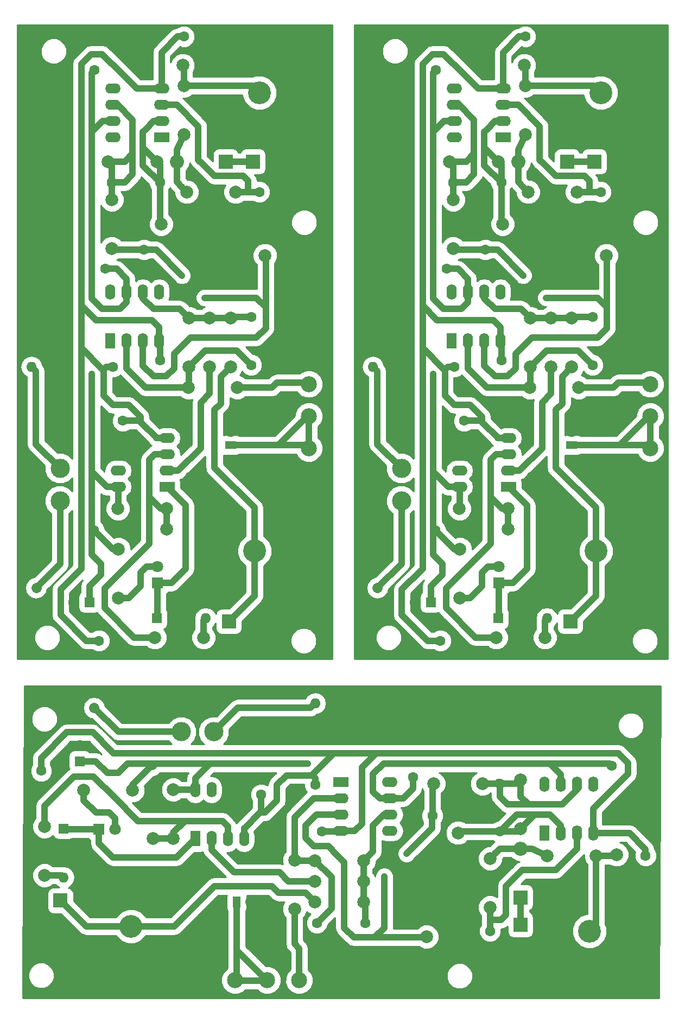
<source format=gbr>
G04 #@! TF.FileFunction,Copper,L2,Bot,Signal*
%FSLAX46Y46*%
G04 Gerber Fmt 4.6, Leading zero omitted, Abs format (unit mm)*
G04 Created by KiCad (PCBNEW 4.0.7-e2-6376~58~ubuntu14.04.1) date Mon Feb 26 15:39:35 2018*
%MOMM*%
%LPD*%
G01*
G04 APERTURE LIST*
%ADD10C,0.100000*%
%ADD11C,2.500000*%
%ADD12R,3.000000X3.000000*%
%ADD13C,3.000000*%
%ADD14C,1.998980*%
%ADD15R,1.600000X1.600000*%
%ADD16C,1.600000*%
%ADD17R,2.400000X1.600000*%
%ADD18O,2.400000X1.600000*%
%ADD19R,1.600000X2.400000*%
%ADD20O,1.600000X2.400000*%
%ADD21R,1.800000X1.800000*%
%ADD22C,1.800000*%
%ADD23R,2.200000X2.200000*%
%ADD24O,2.200000X2.200000*%
%ADD25C,3.810000*%
%ADD26C,3.556000*%
%ADD27O,1.600000X1.600000*%
%ADD28R,1.800000X1.300000*%
%ADD29O,1.800000X1.300000*%
%ADD30C,1.600000*%
%ADD31R,1.300000X1.800000*%
%ADD32O,1.300000X1.800000*%
%ADD33C,1.000000*%
%ADD34C,1.000000*%
%ADD35C,0.254000*%
G04 APERTURE END LIST*
D10*
D11*
X46500000Y96750000D03*
X46500000Y91750000D03*
X46500000Y86750000D03*
D12*
X7696068Y88701272D03*
D13*
X7696068Y83621272D03*
X7696068Y78541272D03*
D14*
X26836067Y146471272D03*
X19216067Y146471272D03*
X27026068Y135661272D03*
X27026068Y143281272D03*
X35086067Y126721272D03*
X27466067Y126721272D03*
X23466068Y121721271D03*
X31086068Y121721271D03*
X15216067Y131471271D03*
X22836067Y131471271D03*
X16716067Y77321272D03*
X24336067Y77321272D03*
X24336068Y74121272D03*
X16716068Y74121272D03*
X31026068Y99411271D03*
X31026068Y107031271D03*
X30086068Y57221271D03*
X22466068Y57221271D03*
X15776068Y117911271D03*
X15776068Y125531271D03*
X47286068Y116821272D03*
X39666068Y116821272D03*
X27716068Y96221271D03*
X35336068Y96221271D03*
X27776068Y99411271D03*
X27776068Y107031271D03*
X34276068Y99411271D03*
X34276068Y107031271D03*
X16826068Y70981272D03*
X16826068Y63361272D03*
D15*
X16276068Y56721272D03*
D16*
X13776068Y56721272D03*
D15*
X12276068Y62721272D03*
D16*
X9776068Y62721272D03*
D17*
X23526067Y135221271D03*
D18*
X15906067Y142841271D03*
X23526067Y137761271D03*
X15906067Y140301271D03*
X23526067Y140301271D03*
X15906067Y137761271D03*
X23526067Y142841271D03*
X15906067Y135221271D03*
D19*
X15526068Y103471272D03*
D20*
X23146068Y111091272D03*
X18066068Y103471272D03*
X20606068Y111091272D03*
X20606068Y103471272D03*
X18066068Y111091272D03*
X23146068Y103471272D03*
X15526068Y111091272D03*
D17*
X24376068Y80721272D03*
D18*
X16756068Y88341272D03*
X24376068Y83261272D03*
X16756068Y85801272D03*
X24376068Y85801272D03*
X16756068Y83261272D03*
X24376068Y88341272D03*
X16756068Y80721272D03*
D16*
X19526068Y150971272D03*
X27026068Y150971272D03*
X23276068Y92971271D03*
X23276068Y100471271D03*
X37526068Y99721272D03*
X37526068Y107221272D03*
X15776068Y128221271D03*
X23276068Y128221271D03*
D21*
X22926068Y65721272D03*
D22*
X22926068Y68261272D03*
D23*
X33526068Y131471272D03*
D24*
X25906068Y131471272D03*
D23*
X37776068Y131471272D03*
D24*
X45396068Y131471272D03*
D23*
X34026068Y59721272D03*
D24*
X41646068Y59721272D03*
D25*
X44376068Y64371271D03*
D26*
X38026068Y70721271D03*
D25*
X31676068Y64371271D03*
X44376068Y77071271D03*
X31676068Y77071271D03*
X32426068Y135871271D03*
D26*
X38776068Y142221271D03*
D25*
X32426068Y148571271D03*
X45126068Y135871271D03*
X45126068Y148571271D03*
D15*
X22776068Y60221272D03*
D27*
X30396068Y60221272D03*
D16*
X25776068Y117721272D03*
X20776068Y117721272D03*
X19776068Y114721271D03*
X14776068Y114721271D03*
X17476068Y96021272D03*
X17476068Y91021272D03*
X13026068Y150721271D03*
X13026068Y145721271D03*
X38776068Y126721272D03*
X43776068Y126721272D03*
D28*
X34276068Y87221272D03*
D29*
X34276068Y89221272D03*
D16*
X12946068Y73951271D03*
D30*
X3965812Y64971015D02*
X3965812Y64971015D01*
D16*
X15946067Y99451271D03*
D27*
X3246067Y99451271D03*
D16*
X69196067Y99451271D03*
D27*
X56496067Y99451271D03*
D16*
X66196068Y73951271D03*
D30*
X57215812Y64971015D02*
X57215812Y64971015D01*
D28*
X87526068Y87221272D03*
D29*
X87526068Y89221272D03*
D16*
X92026068Y126721272D03*
X97026068Y126721272D03*
X66276068Y150721271D03*
X66276068Y145721271D03*
X70726068Y96021272D03*
X70726068Y91021272D03*
X73026068Y114721271D03*
X68026068Y114721271D03*
X79026068Y117721272D03*
X74026068Y117721272D03*
D15*
X76026068Y60221272D03*
D27*
X83646068Y60221272D03*
D25*
X85676068Y135871271D03*
D26*
X92026068Y142221271D03*
D25*
X85676068Y148571271D03*
X98376068Y135871271D03*
X98376068Y148571271D03*
X97626068Y64371271D03*
D26*
X91276068Y70721271D03*
D25*
X84926068Y64371271D03*
X97626068Y77071271D03*
X84926068Y77071271D03*
D23*
X87276068Y59721272D03*
D24*
X94896068Y59721272D03*
D23*
X91026068Y131471272D03*
D24*
X98646068Y131471272D03*
D23*
X86776068Y131471272D03*
D24*
X79156068Y131471272D03*
D21*
X76176068Y65721272D03*
D22*
X76176068Y68261272D03*
D16*
X69026068Y128221271D03*
X76526068Y128221271D03*
X90776068Y99721272D03*
X90776068Y107221272D03*
X76526068Y92971271D03*
X76526068Y100471271D03*
X72776068Y150971272D03*
X80276068Y150971272D03*
D17*
X77626068Y80721272D03*
D18*
X70006068Y88341272D03*
X77626068Y83261272D03*
X70006068Y85801272D03*
X77626068Y85801272D03*
X70006068Y83261272D03*
X77626068Y88341272D03*
X70006068Y80721272D03*
D19*
X68776068Y103471272D03*
D20*
X76396068Y111091272D03*
X71316068Y103471272D03*
X73856068Y111091272D03*
X73856068Y103471272D03*
X71316068Y111091272D03*
X76396068Y103471272D03*
X68776068Y111091272D03*
D17*
X76776067Y135221271D03*
D18*
X69156067Y142841271D03*
X76776067Y137761271D03*
X69156067Y140301271D03*
X76776067Y140301271D03*
X69156067Y137761271D03*
X76776067Y142841271D03*
X69156067Y135221271D03*
D15*
X65526068Y62721272D03*
D16*
X63026068Y62721272D03*
D15*
X69526068Y56721272D03*
D16*
X67026068Y56721272D03*
D14*
X70076068Y70981272D03*
X70076068Y63361272D03*
X87526068Y99411271D03*
X87526068Y107031271D03*
X81026068Y99411271D03*
X81026068Y107031271D03*
X80966068Y96221271D03*
X88586068Y96221271D03*
X100536068Y116821272D03*
X92916068Y116821272D03*
X69026068Y117911271D03*
X69026068Y125531271D03*
X83336068Y57221271D03*
X75716068Y57221271D03*
X84276068Y99411271D03*
X84276068Y107031271D03*
X77586068Y74121272D03*
X69966068Y74121272D03*
X69966067Y77321272D03*
X77586067Y77321272D03*
X68466067Y131471271D03*
X76086067Y131471271D03*
X76716068Y121721271D03*
X84336068Y121721271D03*
X88336067Y126721272D03*
X80716067Y126721272D03*
X80276068Y135661272D03*
X80276068Y143281272D03*
X80086067Y146471272D03*
X72466067Y146471272D03*
D12*
X60946068Y88701272D03*
D13*
X60946068Y83621272D03*
X60946068Y78541272D03*
D11*
X99750000Y96750000D03*
X99750000Y91750000D03*
X99750000Y86750000D03*
D12*
X36750000Y42500000D03*
D13*
X31670000Y42500000D03*
X26590000Y42500000D03*
D14*
X94520000Y23360000D03*
X94520000Y30980000D03*
X83710000Y23170000D03*
X91330000Y23170000D03*
X74770000Y15110000D03*
X74770000Y22730000D03*
X69770000Y26730000D03*
X69770000Y19110000D03*
X79520000Y34980000D03*
X79520000Y27360000D03*
X25370000Y33480000D03*
X25370000Y25860000D03*
X22170000Y25860000D03*
X22170000Y33480000D03*
X47460000Y19170000D03*
X55080000Y19170000D03*
X5270000Y20110000D03*
X5270000Y27730000D03*
X65960000Y34420000D03*
X73580000Y34420000D03*
X64870000Y2910000D03*
X64870000Y10530000D03*
X44270000Y22480000D03*
X44270000Y14860000D03*
X47460000Y22420000D03*
X55080000Y22420000D03*
X47460000Y15920000D03*
X55080000Y15920000D03*
X19030000Y33370000D03*
X11410000Y33370000D03*
D15*
X4770000Y33920000D03*
D16*
X4770000Y36420000D03*
D15*
X10770000Y37920000D03*
D16*
X10770000Y40420000D03*
D19*
X83270000Y26670000D03*
D20*
X90890000Y34290000D03*
X85810000Y26670000D03*
X88350000Y34290000D03*
X88350000Y26670000D03*
X85810000Y34290000D03*
X90890000Y26670000D03*
X83270000Y34290000D03*
D17*
X51520000Y34670000D03*
D18*
X59140000Y27050000D03*
X51520000Y32130000D03*
X59140000Y29590000D03*
X51520000Y29590000D03*
X59140000Y32130000D03*
X51520000Y27050000D03*
X59140000Y34670000D03*
D19*
X28770000Y25820000D03*
D20*
X36390000Y33440000D03*
X31310000Y25820000D03*
X33850000Y33440000D03*
X33850000Y25820000D03*
X31310000Y33440000D03*
X36390000Y25820000D03*
X28770000Y33440000D03*
D16*
X99020000Y30670000D03*
X99020000Y23170000D03*
X41020000Y26920000D03*
X48520000Y26920000D03*
X47770000Y12670000D03*
X55270000Y12670000D03*
X76270000Y34420000D03*
X76270000Y26920000D03*
D21*
X13770000Y27270000D03*
D22*
X16310000Y27270000D03*
D23*
X79520000Y16670000D03*
D24*
X79520000Y24290000D03*
D23*
X79520000Y12420000D03*
D24*
X79520000Y4800000D03*
D23*
X7770000Y16170000D03*
D24*
X7770000Y8550000D03*
D25*
X12420000Y5820000D03*
D26*
X18770000Y12170000D03*
D25*
X12420000Y18520000D03*
X25120000Y5820000D03*
X25120000Y18520000D03*
X83920000Y17770000D03*
D26*
X90270000Y11420000D03*
D25*
X96620000Y17770000D03*
X83920000Y5070000D03*
X96620000Y5070000D03*
D15*
X8270000Y27420000D03*
D27*
X8270000Y19800000D03*
D16*
X65770000Y24420000D03*
X65770000Y29420000D03*
X62770000Y30420000D03*
X62770000Y35420000D03*
X44070000Y32720000D03*
X39070000Y32720000D03*
X98770000Y37170000D03*
X93770000Y37170000D03*
X74770000Y11420000D03*
X74770000Y6420000D03*
D31*
X35270000Y15920000D03*
D32*
X37270000Y15920000D03*
D16*
X22000000Y37250000D03*
D30*
X13019744Y46230256D02*
X13019744Y46230256D01*
D16*
X47500000Y34250000D03*
D27*
X47500000Y46950000D03*
D11*
X45000000Y3750000D03*
X40000000Y3750000D03*
X35000000Y3750000D03*
D33*
X20276068Y88221272D03*
X20276067Y94221271D03*
X27776068Y87471271D03*
X27776068Y82471272D03*
X81026068Y82471272D03*
X81026068Y87471271D03*
X73526067Y94221271D03*
X73526068Y88221272D03*
X36270000Y29920000D03*
X42270000Y29920000D03*
X35520000Y22420000D03*
X30520000Y22420000D03*
X12626069Y111221272D03*
X12676068Y98321272D03*
X65926068Y98321272D03*
X65876069Y111221272D03*
X59270000Y37569998D03*
X46370000Y37520000D03*
X30276068Y110221272D03*
X26696068Y113701271D03*
X79946068Y113701271D03*
X83526068Y110221272D03*
X58270000Y19920000D03*
X61750000Y23500000D03*
D34*
X38776068Y126721272D02*
X37026067Y126721272D01*
X37026067Y126721272D02*
X35086068Y126721272D01*
X29651068Y131346272D02*
X29526068Y131471272D01*
X36276067Y129221272D02*
X31776068Y129221272D01*
X37026067Y128471272D02*
X36276067Y129221272D01*
X37026067Y126721272D02*
X37026067Y128471272D01*
X31776068Y129221272D02*
X29651068Y131346272D01*
X29651068Y131346272D02*
X29276068Y131721272D01*
X29276068Y135971272D02*
X29276067Y136221272D01*
X29276068Y131721272D02*
X29276068Y135971272D01*
X25946068Y140301271D02*
X29276067Y136971272D01*
X29276067Y136971272D02*
X29276068Y135971272D01*
X23526068Y140301271D02*
X25946068Y140301271D01*
X76776068Y140301271D02*
X79196068Y140301271D01*
X82526067Y136971272D02*
X82526068Y135971272D01*
X79196068Y140301271D02*
X82526067Y136971272D01*
X82526068Y131721272D02*
X82526068Y135971272D01*
X82526068Y135971272D02*
X82526067Y136221272D01*
X82901068Y131346272D02*
X82526068Y131721272D01*
X85026068Y129221272D02*
X82901068Y131346272D01*
X90276067Y126721272D02*
X90276067Y128471272D01*
X90276067Y128471272D02*
X89526067Y129221272D01*
X89526067Y129221272D02*
X85026068Y129221272D01*
X82901068Y131346272D02*
X82776068Y131471272D01*
X90276067Y126721272D02*
X88336068Y126721272D01*
X92026068Y126721272D02*
X90276067Y126721272D01*
X74770000Y11420000D02*
X74770000Y13170000D01*
X74770000Y13170000D02*
X74770000Y15110000D01*
X79395000Y20545000D02*
X79520000Y20670000D01*
X77270000Y13920000D02*
X77270000Y18420000D01*
X76520000Y13170000D02*
X77270000Y13920000D01*
X74770000Y13170000D02*
X76520000Y13170000D01*
X77270000Y18420000D02*
X79395000Y20545000D01*
X79395000Y20545000D02*
X79770000Y20920000D01*
X84020000Y20920000D02*
X84270000Y20920000D01*
X79770000Y20920000D02*
X84020000Y20920000D01*
X88350000Y24250000D02*
X85020000Y20920000D01*
X85020000Y20920000D02*
X84020000Y20920000D01*
X88350000Y26670000D02*
X88350000Y24250000D01*
X8696068Y88701271D02*
X8196068Y88701271D01*
X16756068Y88341272D02*
X16156068Y88341272D01*
X20156068Y88341272D02*
X20276068Y88221272D01*
X20276067Y94221271D02*
X18476068Y96021271D01*
X18476068Y96021271D02*
X17476068Y96021272D01*
X16756068Y88341272D02*
X20156068Y88341272D01*
X16276068Y57721272D02*
X14276068Y59721272D01*
X14276068Y59721272D02*
X11776068Y59721272D01*
X11776068Y59721272D02*
X9776068Y61721272D01*
X9776068Y61721272D02*
X9776068Y62721272D01*
X16276068Y56721272D02*
X16276068Y57721272D01*
X24776067Y92971271D02*
X27776068Y89971271D01*
X27776068Y89971271D02*
X27776068Y87471271D01*
X27776068Y82471272D02*
X27776068Y80971271D01*
X27776068Y80971271D02*
X31676068Y77071271D01*
X23276068Y92971271D02*
X24776067Y92971271D01*
X76526068Y92971271D02*
X78026067Y92971271D01*
X81026068Y80971271D02*
X84926068Y77071271D01*
X81026068Y82471272D02*
X81026068Y80971271D01*
X81026068Y89971271D02*
X81026068Y87471271D01*
X78026067Y92971271D02*
X81026068Y89971271D01*
X69526068Y56721272D02*
X69526068Y57721272D01*
X63026068Y61721272D02*
X63026068Y62721272D01*
X65026068Y59721272D02*
X63026068Y61721272D01*
X67526068Y59721272D02*
X65026068Y59721272D01*
X69526068Y57721272D02*
X67526068Y59721272D01*
X70006068Y88341272D02*
X73406068Y88341272D01*
X71726068Y96021271D02*
X70726068Y96021272D01*
X73526067Y94221271D02*
X71726068Y96021271D01*
X73406068Y88341272D02*
X73526068Y88221272D01*
X70006068Y88341272D02*
X69406068Y88341272D01*
X61946068Y88701271D02*
X61446068Y88701271D01*
X36750000Y41500000D02*
X36750000Y42000000D01*
X36390000Y33440000D02*
X36390000Y34040000D01*
X36390000Y30040000D02*
X36270000Y29920000D01*
X42270000Y29920000D02*
X44070000Y31720000D01*
X44070000Y31720000D02*
X44070000Y32720000D01*
X36390000Y33440000D02*
X36390000Y30040000D01*
X5770000Y33920000D02*
X7770000Y35920000D01*
X7770000Y35920000D02*
X7770000Y38420000D01*
X7770000Y38420000D02*
X9770000Y40420000D01*
X9770000Y40420000D02*
X10770000Y40420000D01*
X4770000Y33920000D02*
X5770000Y33920000D01*
X41020000Y25420000D02*
X38020000Y22420000D01*
X38020000Y22420000D02*
X35520000Y22420000D01*
X30520000Y22420000D02*
X29020000Y22420000D01*
X29020000Y22420000D02*
X25120000Y18520000D01*
X41020000Y26920000D02*
X41020000Y25420000D01*
X16696068Y140301272D02*
X19026068Y137971272D01*
X15906068Y140301271D02*
X16696068Y140301272D01*
X17776068Y131471271D02*
X15216068Y131471272D01*
X19026068Y137971272D02*
X19026068Y132721271D01*
X19026068Y132721271D02*
X17776068Y131471271D01*
X19026068Y129471271D02*
X17776068Y128221271D01*
X17776068Y128221271D02*
X15776068Y128221271D01*
X19026068Y132721271D02*
X19026068Y129471271D01*
X15526068Y127971272D02*
X15776068Y128221271D01*
X15776068Y130911272D02*
X15216068Y131471272D01*
X15776068Y128221271D02*
X15776068Y130911272D01*
X15776068Y125531272D02*
X15776068Y128221271D01*
X69026068Y125531272D02*
X69026068Y128221271D01*
X69026068Y128221271D02*
X69026068Y130911272D01*
X69026068Y130911272D02*
X68466068Y131471272D01*
X68776068Y127971272D02*
X69026068Y128221271D01*
X72276068Y132721271D02*
X72276068Y129471271D01*
X71026068Y128221271D02*
X69026068Y128221271D01*
X72276068Y129471271D02*
X71026068Y128221271D01*
X72276068Y132721271D02*
X71026068Y131471271D01*
X72276068Y137971272D02*
X72276068Y132721271D01*
X71026068Y131471271D02*
X68466068Y131471272D01*
X69156068Y140301271D02*
X69946068Y140301272D01*
X69946068Y140301272D02*
X72276068Y137971272D01*
X88350000Y33500000D02*
X86020000Y31170000D01*
X88350000Y34290000D02*
X88350000Y33500000D01*
X79520000Y32420000D02*
X79520000Y34980000D01*
X86020000Y31170000D02*
X80770000Y31170000D01*
X80770000Y31170000D02*
X79520000Y32420000D01*
X77520000Y31170000D02*
X76270000Y32420000D01*
X76270000Y32420000D02*
X76270000Y34420000D01*
X80770000Y31170000D02*
X77520000Y31170000D01*
X76020000Y34670000D02*
X76270000Y34420000D01*
X78960000Y34420000D02*
X79520000Y34980000D01*
X76270000Y34420000D02*
X78960000Y34420000D01*
X73580000Y34420000D02*
X76270000Y34420000D01*
X20626070Y133721272D02*
X20626070Y133721272D01*
X21026068Y136471271D02*
X20626070Y136071273D01*
X22316068Y137761271D02*
X21026068Y136471271D01*
X23526068Y137761272D02*
X22316068Y137761271D01*
X20626070Y136071273D02*
X20626070Y133721272D01*
X23276068Y131031271D02*
X22836068Y131471271D01*
X23276068Y128221271D02*
X23276068Y131031271D01*
X20626070Y133681269D02*
X20626070Y133721272D01*
X20626070Y130871269D02*
X20626070Y133681269D01*
X23276068Y128221271D02*
X20626070Y130871269D01*
X22836068Y131471271D02*
X20626070Y133681269D01*
X23276068Y121911271D02*
X23276068Y128221271D01*
X23466067Y121721271D02*
X23276068Y121911271D01*
X76716067Y121721271D02*
X76526068Y121911271D01*
X76526068Y121911271D02*
X76526068Y128221271D01*
X76086068Y131471271D02*
X73876070Y133681269D01*
X76526068Y128221271D02*
X73876070Y130871269D01*
X73876070Y130871269D02*
X73876070Y133681269D01*
X73876070Y133681269D02*
X73876070Y133721272D01*
X76526068Y128221271D02*
X76526068Y131031271D01*
X76526068Y131031271D02*
X76086068Y131471271D01*
X73876070Y136071273D02*
X73876070Y133721272D01*
X76776068Y137761272D02*
X75566068Y137761271D01*
X75566068Y137761271D02*
X74276068Y136471271D01*
X74276068Y136471271D02*
X73876070Y136071273D01*
X73876070Y133721272D02*
X73876070Y133721272D01*
X81770000Y29569998D02*
X81770000Y29569998D01*
X84520000Y29170000D02*
X84120002Y29569998D01*
X85810000Y27880000D02*
X84520000Y29170000D01*
X85810000Y26670000D02*
X85810000Y27880000D01*
X84120002Y29569998D02*
X81770000Y29569998D01*
X79080000Y26920000D02*
X79520000Y27360000D01*
X76270000Y26920000D02*
X79080000Y26920000D01*
X81729998Y29569998D02*
X81770000Y29569998D01*
X78919998Y29569998D02*
X81729998Y29569998D01*
X76270000Y26920000D02*
X78919998Y29569998D01*
X79520000Y27360000D02*
X81729998Y29569998D01*
X69960000Y26920000D02*
X76270000Y26920000D01*
X69770000Y26730000D02*
X69960000Y26920000D01*
X16826067Y70981272D02*
X15916068Y70981272D01*
X15916068Y70981272D02*
X12946068Y73951271D01*
X15696068Y71201272D02*
X12946068Y73951271D01*
X14316067Y137761272D02*
X12626069Y136071274D01*
X12626069Y130721271D02*
X12626070Y130221271D01*
X12626069Y136071274D02*
X12626069Y130721271D01*
X15906068Y137761272D02*
X14316067Y137761272D01*
X12626070Y114971272D02*
X12626070Y115071274D01*
X12626070Y115721272D02*
X12626070Y114971272D01*
X12626069Y130721271D02*
X12626070Y115721272D01*
X12626069Y110121270D02*
X14276068Y108471271D01*
X14276068Y108471271D02*
X17026068Y108471272D01*
X17026068Y108471272D02*
X18066067Y109511272D01*
X18066067Y109511272D02*
X18066068Y111091272D01*
X12626069Y111221272D02*
X12626069Y110121270D01*
X12626070Y114971272D02*
X12626069Y111221272D01*
X18066068Y113181271D02*
X16526068Y114721271D01*
X16526068Y114721271D02*
X14776068Y114721271D01*
X18066068Y111091272D02*
X18066068Y113181271D01*
X12626070Y145321274D02*
X12626069Y136071274D01*
X13026068Y145721271D02*
X12626070Y145321274D01*
X14976068Y80721272D02*
X16756068Y80721272D01*
X12626070Y83071269D02*
X14976068Y80721272D01*
X12626070Y98321272D02*
X12626070Y83071269D01*
X12676068Y98321272D02*
X12626070Y98321272D01*
X16756068Y77361271D02*
X16716068Y77321272D01*
X16756068Y80721272D02*
X16756068Y77361271D01*
X12626070Y74171271D02*
X12626070Y83071269D01*
X12626070Y74021270D02*
X12626070Y74171271D01*
X12626069Y70181269D02*
X12626070Y74021270D01*
X14086067Y68721271D02*
X12626069Y70181269D01*
X12276067Y65221272D02*
X14086067Y67031272D01*
X14086067Y67031272D02*
X14086067Y68721271D01*
X12276068Y62721272D02*
X12276067Y65221272D01*
X65526068Y62721272D02*
X65526067Y65221272D01*
X67336067Y67031272D02*
X67336067Y68721271D01*
X65526067Y65221272D02*
X67336067Y67031272D01*
X67336067Y68721271D02*
X65876069Y70181269D01*
X65876069Y70181269D02*
X65876070Y74021270D01*
X65876070Y74021270D02*
X65876070Y74171271D01*
X65876070Y74171271D02*
X65876070Y83071269D01*
X70006068Y80721272D02*
X70006068Y77361271D01*
X70006068Y77361271D02*
X69966068Y77321272D01*
X65926068Y98321272D02*
X65876070Y98321272D01*
X65876070Y98321272D02*
X65876070Y83071269D01*
X65876070Y83071269D02*
X68226068Y80721272D01*
X68226068Y80721272D02*
X70006068Y80721272D01*
X66276068Y145721271D02*
X65876070Y145321274D01*
X65876070Y145321274D02*
X65876069Y136071274D01*
X71316068Y111091272D02*
X71316068Y113181271D01*
X69776068Y114721271D02*
X68026068Y114721271D01*
X71316068Y113181271D02*
X69776068Y114721271D01*
X65876070Y114971272D02*
X65876069Y111221272D01*
X65876069Y111221272D02*
X65876069Y110121270D01*
X71316067Y109511272D02*
X71316068Y111091272D01*
X70276068Y108471272D02*
X71316067Y109511272D01*
X67526068Y108471271D02*
X70276068Y108471272D01*
X65876069Y110121270D02*
X67526068Y108471271D01*
X65876069Y130721271D02*
X65876070Y115721272D01*
X65876070Y115721272D02*
X65876070Y114971272D01*
X65876070Y114971272D02*
X65876070Y115071274D01*
X69156068Y137761272D02*
X67566067Y137761272D01*
X65876069Y136071274D02*
X65876069Y130721271D01*
X65876069Y130721271D02*
X65876070Y130221271D01*
X67566067Y137761272D02*
X65876069Y136071274D01*
X68946068Y71201272D02*
X66196068Y73951271D01*
X69166068Y70981272D02*
X66196068Y73951271D01*
X70076067Y70981272D02*
X69166068Y70981272D01*
X19030000Y33370000D02*
X19030000Y34280000D01*
X19030000Y34280000D02*
X22000000Y37250000D01*
X19250000Y34500000D02*
X22000000Y37250000D01*
X85810000Y35880000D02*
X84120002Y37569998D01*
X78770000Y37569998D02*
X78270000Y37569998D01*
X84120002Y37569998D02*
X78770000Y37569998D01*
X85810000Y34290000D02*
X85810000Y35880000D01*
X63020000Y37569998D02*
X63120002Y37569998D01*
X63770000Y37569998D02*
X63020000Y37569998D01*
X78770000Y37569998D02*
X63770000Y37569998D01*
X58169998Y37569998D02*
X56520000Y35920000D01*
X56520000Y35920000D02*
X56520000Y33170000D01*
X56520000Y33170000D02*
X57560000Y32130000D01*
X57560000Y32130000D02*
X59140000Y32130000D01*
X59270000Y37569998D02*
X58169998Y37569998D01*
X63020000Y37569998D02*
X59270000Y37569998D01*
X61230000Y32130000D02*
X62770000Y33670000D01*
X62770000Y33670000D02*
X62770000Y35420000D01*
X59140000Y32130000D02*
X61230000Y32130000D01*
X93370002Y37569998D02*
X84120002Y37569998D01*
X93770000Y37170000D02*
X93370002Y37569998D01*
X28770000Y35220000D02*
X28770000Y33440000D01*
X31119998Y37569998D02*
X28770000Y35220000D01*
X46370000Y37569998D02*
X31119998Y37569998D01*
X46370000Y37520000D02*
X46370000Y37569998D01*
X25410000Y33440000D02*
X25370000Y33480000D01*
X28770000Y33440000D02*
X25410000Y33440000D01*
X22220000Y37569998D02*
X31119998Y37569998D01*
X22069998Y37569998D02*
X22220000Y37569998D01*
X18229998Y37569998D02*
X22069998Y37569998D01*
X16770000Y36110000D02*
X18229998Y37569998D01*
X13270000Y37920000D02*
X15080000Y36110000D01*
X15080000Y36110000D02*
X16770000Y36110000D01*
X10770000Y37920000D02*
X13270000Y37920000D01*
X15946067Y99451271D02*
X14946068Y99451272D01*
X14946068Y99451272D02*
X14446068Y98951272D01*
X17276068Y145221272D02*
X17026068Y145471271D01*
X19656068Y142841272D02*
X17276068Y145221272D01*
X11026068Y127721272D02*
X11026068Y127221271D01*
X23526067Y142841272D02*
X19656068Y142841272D01*
X11026068Y115971271D02*
X11026068Y115221272D01*
X11026068Y127721272D02*
X11026068Y115971271D01*
X11026068Y108971272D02*
X13276068Y106721272D01*
X13276068Y106721272D02*
X22026068Y106721272D01*
X22026068Y106721272D02*
X23146068Y105601272D01*
X23146068Y105601272D02*
X23146068Y103471272D01*
X11026068Y109121272D02*
X11026068Y108971272D01*
X11026068Y115971271D02*
X11026068Y109121272D01*
X23276068Y103341272D02*
X23146068Y103471272D01*
X23276068Y100471272D02*
X23276068Y103341272D01*
X23526067Y148471272D02*
X26026067Y150971272D01*
X26026067Y150971272D02*
X27026068Y150971272D01*
X23526067Y142841272D02*
X23526067Y148471272D01*
X14276068Y148221272D02*
X12526068Y148221272D01*
X12526068Y148221272D02*
X11026068Y146721272D01*
X11026068Y146721272D02*
X11026068Y142971271D01*
X11026068Y142971271D02*
X11026068Y127721272D01*
X17276068Y145221272D02*
X14276068Y148221272D01*
X23196068Y88341271D02*
X24376068Y88341271D01*
X23196068Y88341271D02*
X24376068Y88341271D01*
X11026068Y109121272D02*
X11026068Y102781272D01*
X11026068Y102781272D02*
X11026068Y102371272D01*
X14476068Y98921272D02*
X14446068Y98951272D01*
X14446068Y98951272D02*
X11026068Y102371272D01*
X22776068Y88341271D02*
X22706068Y88341272D01*
X24376068Y88341271D02*
X22776068Y88341271D01*
X20276067Y90841271D02*
X20276068Y91621272D01*
X20276068Y91621272D02*
X18426068Y93471272D01*
X18426068Y93471272D02*
X15976068Y93471272D01*
X15976068Y93471272D02*
X14476068Y94971271D01*
X14476068Y94971271D02*
X14476068Y98921272D01*
X22776068Y88341271D02*
X20276067Y90841271D01*
X20096068Y91021271D02*
X20276067Y90841271D01*
X17476068Y91021272D02*
X20096068Y91021271D01*
X11026068Y99281272D02*
X11026068Y102371272D01*
X11026068Y67971272D02*
X10776067Y67721272D01*
X11776068Y56721271D02*
X13776068Y56721272D01*
X11776068Y56721271D02*
X7776067Y60721272D01*
X7776068Y64721272D02*
X10776067Y67721272D01*
X7776067Y60721272D02*
X7776068Y64721272D01*
X11026068Y99281272D02*
X11026068Y89721271D01*
X11026068Y89721271D02*
X11026068Y67971272D01*
X64276068Y89721271D02*
X64276068Y67971272D01*
X64276068Y99281272D02*
X64276068Y89721271D01*
X61026067Y60721272D02*
X61026068Y64721272D01*
X61026068Y64721272D02*
X64026067Y67721272D01*
X65026068Y56721271D02*
X61026067Y60721272D01*
X65026068Y56721271D02*
X67026068Y56721272D01*
X64276068Y67971272D02*
X64026067Y67721272D01*
X64276068Y99281272D02*
X64276068Y102371272D01*
X70726068Y91021272D02*
X73346068Y91021271D01*
X73346068Y91021271D02*
X73526067Y90841271D01*
X76026068Y88341271D02*
X73526067Y90841271D01*
X67726068Y94971271D02*
X67726068Y98921272D01*
X69226068Y93471272D02*
X67726068Y94971271D01*
X71676068Y93471272D02*
X69226068Y93471272D01*
X73526068Y91621272D02*
X71676068Y93471272D01*
X73526067Y90841271D02*
X73526068Y91621272D01*
X77626068Y88341271D02*
X76026068Y88341271D01*
X76026068Y88341271D02*
X75956068Y88341272D01*
X67696068Y98951272D02*
X64276068Y102371272D01*
X67726068Y98921272D02*
X67696068Y98951272D01*
X64276068Y102781272D02*
X64276068Y102371272D01*
X64276068Y109121272D02*
X64276068Y102781272D01*
X76446068Y88341271D02*
X77626068Y88341271D01*
X76446068Y88341271D02*
X77626068Y88341271D01*
X70526068Y145221272D02*
X67526068Y148221272D01*
X64276068Y142971271D02*
X64276068Y127721272D01*
X64276068Y146721272D02*
X64276068Y142971271D01*
X65776068Y148221272D02*
X64276068Y146721272D01*
X67526068Y148221272D02*
X65776068Y148221272D01*
X76776067Y142841272D02*
X76776067Y148471272D01*
X79276067Y150971272D02*
X80276068Y150971272D01*
X76776067Y148471272D02*
X79276067Y150971272D01*
X76526068Y100471272D02*
X76526068Y103341272D01*
X76526068Y103341272D02*
X76396068Y103471272D01*
X64276068Y115971271D02*
X64276068Y109121272D01*
X64276068Y109121272D02*
X64276068Y108971272D01*
X76396068Y105601272D02*
X76396068Y103471272D01*
X75276068Y106721272D02*
X76396068Y105601272D01*
X66526068Y106721272D02*
X75276068Y106721272D01*
X64276068Y108971272D02*
X66526068Y106721272D01*
X64276068Y127721272D02*
X64276068Y115971271D01*
X64276068Y115971271D02*
X64276068Y115221272D01*
X76776067Y142841272D02*
X72906068Y142841272D01*
X64276068Y127721272D02*
X64276068Y127221271D01*
X72906068Y142841272D02*
X70526068Y145221272D01*
X70526068Y145221272D02*
X70276068Y145471271D01*
X68196068Y99451272D02*
X67696068Y98951272D01*
X69196067Y99451271D02*
X68196068Y99451272D01*
X47500000Y34250000D02*
X47500000Y35250000D01*
X47500000Y35250000D02*
X47000000Y35750000D01*
X93270000Y32920000D02*
X93520000Y33170000D01*
X90890000Y30540000D02*
X93270000Y32920000D01*
X75770000Y39170000D02*
X75270000Y39170000D01*
X90890000Y26670000D02*
X90890000Y30540000D01*
X64020000Y39170000D02*
X63270000Y39170000D01*
X75770000Y39170000D02*
X64020000Y39170000D01*
X57020000Y39170000D02*
X54770000Y36920000D01*
X54770000Y36920000D02*
X54770000Y28170000D01*
X54770000Y28170000D02*
X53650000Y27050000D01*
X53650000Y27050000D02*
X51520000Y27050000D01*
X57170000Y39170000D02*
X57020000Y39170000D01*
X64020000Y39170000D02*
X57170000Y39170000D01*
X51390000Y26920000D02*
X51520000Y27050000D01*
X48520000Y26920000D02*
X51390000Y26920000D01*
X96520000Y26670000D02*
X99020000Y24170000D01*
X99020000Y24170000D02*
X99020000Y23170000D01*
X90890000Y26670000D02*
X96520000Y26670000D01*
X96270000Y35920000D02*
X96270000Y37670000D01*
X96270000Y37670000D02*
X94770000Y39170000D01*
X94770000Y39170000D02*
X91020000Y39170000D01*
X91020000Y39170000D02*
X75770000Y39170000D01*
X93270000Y32920000D02*
X96270000Y35920000D01*
X36390000Y27000000D02*
X36390000Y25820000D01*
X36390000Y27000000D02*
X36390000Y25820000D01*
X57170000Y39170000D02*
X50830000Y39170000D01*
X50830000Y39170000D02*
X50420000Y39170000D01*
X46970000Y35720000D02*
X47000000Y35750000D01*
X47000000Y35750000D02*
X50420000Y39170000D01*
X36390000Y27420000D02*
X36390000Y27490000D01*
X36390000Y25820000D02*
X36390000Y27420000D01*
X38890000Y29920000D02*
X39670000Y29920000D01*
X39670000Y29920000D02*
X41520000Y31770000D01*
X41520000Y31770000D02*
X41520000Y34220000D01*
X41520000Y34220000D02*
X43020000Y35720000D01*
X43020000Y35720000D02*
X46970000Y35720000D01*
X36390000Y27420000D02*
X38890000Y29920000D01*
X39070000Y30100000D02*
X38890000Y29920000D01*
X39070000Y32720000D02*
X39070000Y30100000D01*
X47330000Y39170000D02*
X50420000Y39170000D01*
X16020000Y39170000D02*
X15770000Y39420000D01*
X4770000Y38420000D02*
X4770000Y36420000D01*
X4770000Y38420000D02*
X8770000Y42420000D01*
X12770000Y42420000D02*
X15770000Y39420000D01*
X8770000Y42420000D02*
X12770000Y42420000D01*
X47330000Y39170000D02*
X37770000Y39170000D01*
X37770000Y39170000D02*
X16020000Y39170000D01*
X37276068Y110221271D02*
X37026067Y110221271D01*
X20606068Y101391271D02*
X20606068Y103471271D01*
X15966068Y117721271D02*
X15776068Y117911271D01*
X20776068Y117721272D02*
X15966068Y117721271D01*
X22276067Y97971272D02*
X20606068Y99641271D01*
X20606068Y99641271D02*
X20606068Y101391271D01*
X27026068Y102971271D02*
X25526068Y101471271D01*
X28026068Y103971271D02*
X38276068Y103971272D01*
X38276068Y103971272D02*
X39776068Y105471272D01*
X39776068Y105471272D02*
X39776068Y108221272D01*
X39776068Y108221272D02*
X39776068Y108721272D01*
X39776068Y108721272D02*
X38276068Y110221271D01*
X37276068Y110221271D02*
X38276068Y110221271D01*
X27026068Y102971271D02*
X28026068Y103971271D01*
X24276068Y97971272D02*
X23526068Y97971272D01*
X25526068Y99221272D02*
X24276068Y97971272D01*
X25526068Y101471271D02*
X25526068Y99221272D01*
X23526068Y97971272D02*
X22276067Y97971272D01*
X39776068Y116711271D02*
X39666068Y116821272D01*
X39776068Y108221272D02*
X39776068Y116711271D01*
X20796067Y117701272D02*
X20776068Y117721272D01*
X30446068Y110221271D02*
X30276068Y110221272D01*
X26696068Y113701271D02*
X22696068Y117701272D01*
X30446068Y110221271D02*
X37276068Y110221271D01*
X20796067Y117701272D02*
X22696068Y117701272D01*
X74046067Y117701272D02*
X75946068Y117701272D01*
X83696068Y110221271D02*
X90526068Y110221271D01*
X79946068Y113701271D02*
X75946068Y117701272D01*
X83696068Y110221271D02*
X83526068Y110221272D01*
X74046067Y117701272D02*
X74026068Y117721272D01*
X93026068Y108221272D02*
X93026068Y116711271D01*
X93026068Y116711271D02*
X92916068Y116821272D01*
X76776068Y97971272D02*
X75526067Y97971272D01*
X78776068Y101471271D02*
X78776068Y99221272D01*
X78776068Y99221272D02*
X77526068Y97971272D01*
X77526068Y97971272D02*
X76776068Y97971272D01*
X80276068Y102971271D02*
X81276068Y103971271D01*
X90526068Y110221271D02*
X91526068Y110221271D01*
X93026068Y108721272D02*
X91526068Y110221271D01*
X93026068Y108221272D02*
X93026068Y108721272D01*
X93026068Y105471272D02*
X93026068Y108221272D01*
X91526068Y103971272D02*
X93026068Y105471272D01*
X81276068Y103971271D02*
X91526068Y103971272D01*
X80276068Y102971271D02*
X78776068Y101471271D01*
X73856068Y99641271D02*
X73856068Y101391271D01*
X75526067Y97971272D02*
X73856068Y99641271D01*
X74026068Y117721272D02*
X69216068Y117721271D01*
X69216068Y117721271D02*
X69026068Y117911271D01*
X73856068Y101391271D02*
X73856068Y103471271D01*
X90526068Y110221271D02*
X90276067Y110221271D01*
X58270000Y12920000D02*
X58270000Y13170000D01*
X49440000Y29590000D02*
X51520000Y29590000D01*
X65770000Y34230000D02*
X65960000Y34420000D01*
X65770000Y29420000D02*
X65770000Y34230000D01*
X46020000Y27920000D02*
X47690000Y29590000D01*
X47690000Y29590000D02*
X49440000Y29590000D01*
X51020000Y23170000D02*
X49520000Y24670000D01*
X52020000Y22170000D02*
X52020000Y11920000D01*
X52020000Y11920000D02*
X53520000Y10420000D01*
X53520000Y10420000D02*
X56270000Y10420000D01*
X56270000Y10420000D02*
X56770000Y10420000D01*
X56770000Y10420000D02*
X58270000Y11920000D01*
X58270000Y12920000D02*
X58270000Y11920000D01*
X51020000Y23170000D02*
X52020000Y22170000D01*
X46020000Y25920000D02*
X46020000Y26670000D01*
X47270000Y24670000D02*
X46020000Y25920000D01*
X49520000Y24670000D02*
X47270000Y24670000D01*
X46020000Y26670000D02*
X46020000Y27920000D01*
X64760000Y10420000D02*
X64870000Y10530000D01*
X56270000Y10420000D02*
X64760000Y10420000D01*
X65750000Y29400000D02*
X65770000Y29420000D01*
X58270000Y19750000D02*
X58270000Y19920000D01*
X61750000Y23500000D02*
X65750000Y27500000D01*
X58270000Y19750000D02*
X58270000Y12920000D01*
X65750000Y29400000D02*
X65750000Y27500000D01*
X35276068Y101971272D02*
X30336068Y101971271D01*
X30336068Y101971271D02*
X27776068Y99411271D01*
X37526068Y99721272D02*
X35276068Y101971272D01*
X27836068Y99351271D02*
X27776068Y99411271D01*
X27836068Y96221271D02*
X27836068Y99351271D01*
X21026068Y96221271D02*
X18066067Y99181272D01*
X18066067Y99181272D02*
X18066068Y100931271D01*
X22776068Y96221272D02*
X27716068Y96221271D01*
X18066067Y103471272D02*
X18066068Y100931271D01*
X22776068Y96221272D02*
X21026068Y96221271D01*
X76026068Y96221272D02*
X74276068Y96221271D01*
X71316067Y103471272D02*
X71316068Y100931271D01*
X76026068Y96221272D02*
X80966068Y96221271D01*
X71316067Y99181272D02*
X71316068Y100931271D01*
X74276068Y96221271D02*
X71316067Y99181272D01*
X81086068Y96221271D02*
X81086068Y99351271D01*
X81086068Y99351271D02*
X81026068Y99411271D01*
X90776068Y99721272D02*
X88526068Y101971272D01*
X83586068Y101971271D02*
X81026068Y99411271D01*
X88526068Y101971272D02*
X83586068Y101971271D01*
X50020000Y14920000D02*
X50020000Y19860000D01*
X50020000Y19860000D02*
X47460000Y22420000D01*
X47770000Y12670000D02*
X50020000Y14920000D01*
X47400000Y22360000D02*
X47460000Y22420000D01*
X44270000Y22360000D02*
X47400000Y22360000D01*
X44270000Y29170000D02*
X47230000Y32130000D01*
X47230000Y32130000D02*
X48980000Y32130000D01*
X44270000Y27420000D02*
X44270000Y22480000D01*
X51520000Y32130000D02*
X48980000Y32130000D01*
X44270000Y27420000D02*
X44270000Y29170000D01*
X26336068Y108471271D02*
X27776068Y107031272D01*
X22276068Y108471272D02*
X26336068Y108471271D01*
X20606068Y110141272D02*
X22276068Y108471272D01*
X20606068Y111091272D02*
X20606068Y110141272D01*
X31026068Y107031272D02*
X27776068Y107031272D01*
X34276068Y107031272D02*
X31026068Y107031272D01*
X34466068Y107221272D02*
X34276068Y107031272D01*
X37526068Y107221271D02*
X34466068Y107221272D01*
X90776068Y107221271D02*
X87716068Y107221272D01*
X87716068Y107221272D02*
X87526068Y107031272D01*
X87526068Y107031272D02*
X84276068Y107031272D01*
X84276068Y107031272D02*
X81026068Y107031272D01*
X73856068Y111091272D02*
X73856068Y110141272D01*
X73856068Y110141272D02*
X75526068Y108471272D01*
X75526068Y108471272D02*
X79586068Y108471271D01*
X79586068Y108471271D02*
X81026068Y107031272D01*
X56520000Y23860000D02*
X55080000Y22420000D01*
X56520000Y27920000D02*
X56520000Y23860000D01*
X58190000Y29590000D02*
X56520000Y27920000D01*
X59140000Y29590000D02*
X58190000Y29590000D01*
X55080000Y19170000D02*
X55080000Y22420000D01*
X55080000Y15920000D02*
X55080000Y19170000D01*
X55270000Y15730000D02*
X55080000Y15920000D01*
X55270000Y12670000D02*
X55270000Y15730000D01*
X37776068Y131471272D02*
X33526068Y131471272D01*
X91026068Y131471272D02*
X86776068Y131471272D01*
X79520000Y12420000D02*
X79520000Y16670000D01*
X26906068Y135541272D02*
X27026068Y135661271D01*
X26716068Y127471272D02*
X26656068Y127531272D01*
X27466068Y126721272D02*
X26716068Y127471272D01*
X25906068Y128281272D02*
X25906068Y131471271D01*
X26716068Y127471272D02*
X25906068Y128281272D01*
X25906068Y131471271D02*
X25776068Y131601271D01*
X25906067Y133291272D02*
X25906068Y131471271D01*
X27026068Y135661271D02*
X25906067Y133291272D01*
X80276068Y135661271D02*
X79156067Y133291272D01*
X79156067Y133291272D02*
X79156068Y131471271D01*
X79156068Y131471271D02*
X79026068Y131601271D01*
X79966068Y127471272D02*
X79156068Y128281272D01*
X79156068Y128281272D02*
X79156068Y131471271D01*
X80716068Y126721272D02*
X79966068Y127471272D01*
X79966068Y127471272D02*
X79906068Y127531272D01*
X80156068Y135541272D02*
X80276068Y135661271D01*
X83590000Y23290000D02*
X83710000Y23170000D01*
X75520000Y23480000D02*
X75580000Y23540000D01*
X74770000Y22730000D02*
X75520000Y23480000D01*
X76330000Y24290000D02*
X79520000Y24290000D01*
X75520000Y23480000D02*
X76330000Y24290000D01*
X79520000Y24290000D02*
X79650000Y24420000D01*
X81340000Y24290000D02*
X79520000Y24290000D01*
X83710000Y23170000D02*
X81340000Y24290000D01*
X25076068Y65721272D02*
X27276068Y67921271D01*
X27276068Y67921271D02*
X27276068Y77821272D01*
X27276068Y77821272D02*
X24376068Y80721272D01*
X22926068Y65721272D02*
X25076068Y65721272D01*
X22926068Y60371271D02*
X22926068Y65721272D01*
X22776068Y60221272D02*
X22926068Y60371271D01*
X76026068Y60221272D02*
X76176068Y60371271D01*
X76176068Y60371271D02*
X76176068Y65721272D01*
X76176068Y65721272D02*
X78326068Y65721272D01*
X80526068Y77821272D02*
X77626068Y80721272D01*
X80526068Y67921271D02*
X80526068Y77821272D01*
X78326068Y65721272D02*
X80526068Y67921271D01*
X13770000Y25120000D02*
X15970000Y22920000D01*
X15970000Y22920000D02*
X25870000Y22920000D01*
X25870000Y22920000D02*
X28770000Y25820000D01*
X13770000Y27270000D02*
X13770000Y25120000D01*
X8420000Y27270000D02*
X13770000Y27270000D01*
X8270000Y27420000D02*
X8420000Y27270000D01*
X30386067Y60211272D02*
X30396067Y60221272D01*
X30086067Y59911272D02*
X30396067Y60221272D01*
X30086068Y57221271D02*
X30086067Y59911272D01*
X83336068Y57221271D02*
X83336067Y59911272D01*
X83336067Y59911272D02*
X83646067Y60221272D01*
X83636067Y60211272D02*
X83646067Y60221272D01*
X8260000Y19810000D02*
X8270000Y19800000D01*
X7960000Y20110000D02*
X8270000Y19800000D01*
X5270000Y20110000D02*
X7960000Y20110000D01*
X34026068Y59721272D02*
X38026068Y63721272D01*
X38026068Y63721272D02*
X38026068Y70721271D01*
X32776068Y97911271D02*
X32776068Y93721272D01*
X32776068Y97911271D02*
X34276068Y99411271D01*
X31776068Y92721272D02*
X32776068Y93721272D01*
X31776068Y84971272D02*
X31776068Y92721272D01*
X31776068Y84721272D02*
X31776068Y84971272D01*
X31776068Y84971272D02*
X31776068Y84971272D01*
X31776068Y83721272D02*
X31776068Y84971272D01*
X38026068Y77471272D02*
X31776068Y83721272D01*
X38026068Y70721271D02*
X38026068Y77471272D01*
X91276068Y70721271D02*
X91276068Y77471272D01*
X91276068Y77471272D02*
X85026068Y83721272D01*
X85026068Y83721272D02*
X85026068Y84971272D01*
X85026068Y84971272D02*
X85026068Y84971272D01*
X85026068Y84721272D02*
X85026068Y84971272D01*
X85026068Y84971272D02*
X85026068Y92721272D01*
X85026068Y92721272D02*
X86026068Y93721272D01*
X86026068Y97911271D02*
X87526068Y99411271D01*
X86026068Y97911271D02*
X86026068Y93721272D01*
X91276068Y63721272D02*
X91276068Y70721271D01*
X87276068Y59721272D02*
X91276068Y63721272D01*
X7770000Y16170000D02*
X11770000Y12170000D01*
X11770000Y12170000D02*
X18770000Y12170000D01*
X45960000Y17420000D02*
X41770000Y17420000D01*
X45960000Y17420000D02*
X47460000Y15920000D01*
X40770000Y18420000D02*
X41770000Y17420000D01*
X33020000Y18420000D02*
X40770000Y18420000D01*
X32770000Y18420000D02*
X33020000Y18420000D01*
X33020000Y18420000D02*
X33020000Y18420000D01*
X31770000Y18420000D02*
X33020000Y18420000D01*
X25520000Y12170000D02*
X31770000Y18420000D01*
X18770000Y12170000D02*
X25520000Y12170000D01*
X18366067Y63361272D02*
X20276067Y65271272D01*
X20276067Y65271272D02*
X20276068Y67321271D01*
X20276068Y67321271D02*
X21216068Y68261271D01*
X21216068Y68261271D02*
X22926068Y68261271D01*
X16826068Y63361272D02*
X18366067Y63361272D01*
X70076068Y63361272D02*
X71616067Y63361272D01*
X74466068Y68261271D02*
X76176068Y68261271D01*
X73526068Y67321271D02*
X74466068Y68261271D01*
X73526067Y65271272D02*
X73526068Y67321271D01*
X71616067Y63361272D02*
X73526067Y65271272D01*
X11410000Y31830000D02*
X13320000Y29920000D01*
X13320000Y29920000D02*
X15370000Y29920000D01*
X15370000Y29920000D02*
X16310000Y28980000D01*
X16310000Y28980000D02*
X16310000Y27270000D01*
X11410000Y33370000D02*
X11410000Y31830000D01*
X27216067Y143471271D02*
X27026068Y143281272D01*
X37716068Y143281271D02*
X38776068Y142221271D01*
X27026068Y143281272D02*
X37716068Y143281271D01*
X27026068Y143281272D02*
X27026068Y146661272D01*
X80276068Y143281272D02*
X80276068Y146661272D01*
X80276068Y143281272D02*
X90966068Y143281271D01*
X90966068Y143281271D02*
X92026068Y142221271D01*
X80466067Y143471271D02*
X80276068Y143281272D01*
X91520000Y22980000D02*
X91330000Y23170000D01*
X91330000Y12480000D02*
X90270000Y11420000D01*
X91330000Y23170000D02*
X91330000Y12480000D01*
X91330000Y23170000D02*
X94710000Y23170000D01*
X46276068Y92221272D02*
X46526067Y91971272D01*
X46526067Y86971272D02*
X46526067Y91971272D01*
X46526067Y91971272D02*
X41776068Y87221272D01*
X40776068Y87221271D02*
X34276068Y87221272D01*
X41776068Y87221272D02*
X40776068Y87221271D01*
X46276068Y87221271D02*
X40776068Y87221271D01*
X46526067Y86971272D02*
X46276068Y87221271D01*
X99776067Y86971272D02*
X99526068Y87221271D01*
X99526068Y87221271D02*
X94026068Y87221271D01*
X95026068Y87221272D02*
X94026068Y87221271D01*
X94026068Y87221271D02*
X87526068Y87221272D01*
X99776067Y91971272D02*
X95026068Y87221272D01*
X99776067Y86971272D02*
X99776067Y91971272D01*
X99526068Y92221272D02*
X99776067Y91971272D01*
X40270000Y3920000D02*
X40020000Y3670000D01*
X35020000Y3670000D02*
X40020000Y3670000D01*
X40020000Y3670000D02*
X35270000Y8420000D01*
X35270000Y9420000D02*
X35270000Y15920000D01*
X35270000Y8420000D02*
X35270000Y9420000D01*
X35270000Y3920000D02*
X35270000Y9420000D01*
X35020000Y3670000D02*
X35270000Y3920000D01*
X3246067Y99451271D02*
X3946068Y98751271D01*
X3946068Y87371271D02*
X3946068Y90641271D01*
X3946068Y87371271D02*
X7696068Y83621271D01*
X3946068Y98751271D02*
X3946068Y90641271D01*
X8696068Y83621272D02*
X8696068Y83701272D01*
X7696068Y83621271D02*
X6776068Y83621272D01*
X60946068Y83621271D02*
X60026068Y83621272D01*
X61946068Y83621272D02*
X61946068Y83701272D01*
X57196068Y98751271D02*
X57196068Y90641271D01*
X57196068Y87371271D02*
X60946068Y83621271D01*
X57196068Y87371271D02*
X57196068Y90641271D01*
X56496067Y99451271D02*
X57196068Y98751271D01*
X47500000Y46950000D02*
X46800000Y46250000D01*
X35420000Y46250000D02*
X38690000Y46250000D01*
X35420000Y46250000D02*
X31670000Y42500000D01*
X46800000Y46250000D02*
X38690000Y46250000D01*
X31670000Y41500000D02*
X31750000Y41500000D01*
X31670000Y42500000D02*
X31670000Y43420000D01*
X3965812Y64971015D02*
X7696068Y68701272D01*
X7696068Y68701272D02*
X7696068Y78541272D01*
X7386068Y78231272D02*
X7696068Y78541272D01*
X60636068Y78231272D02*
X60946068Y78541272D01*
X60946068Y68701272D02*
X60946068Y78541272D01*
X57215812Y64971015D02*
X60946068Y68701272D01*
X13019744Y46230256D02*
X16750000Y42500000D01*
X16750000Y42500000D02*
X26590000Y42500000D01*
X26280000Y42810000D02*
X26590000Y42500000D01*
X22456068Y85801272D02*
X24376068Y85801272D01*
X21626068Y84971272D02*
X22456068Y85801272D01*
X21626068Y79121271D02*
X21626068Y84971272D01*
X23426068Y77321272D02*
X21626068Y79121271D01*
X24336067Y77321272D02*
X23426068Y77321272D01*
X24336068Y74121272D02*
X24336067Y77321272D01*
X14676067Y64871271D02*
X14676068Y61821272D01*
X21626068Y79121271D02*
X21626068Y71821272D01*
X17926067Y68121271D02*
X21626068Y71821272D01*
X17926067Y68121271D02*
X14676067Y64871271D01*
X19276068Y57221272D02*
X14676068Y61821272D01*
X22466068Y57221271D02*
X19276068Y57221272D01*
X75716068Y57221271D02*
X72526068Y57221272D01*
X72526068Y57221272D02*
X67926068Y61821272D01*
X71176067Y68121271D02*
X67926067Y64871271D01*
X71176067Y68121271D02*
X74876068Y71821272D01*
X74876068Y79121271D02*
X74876068Y71821272D01*
X67926067Y64871271D02*
X67926068Y61821272D01*
X77586068Y74121272D02*
X77586067Y77321272D01*
X77586067Y77321272D02*
X76676068Y77321272D01*
X76676068Y77321272D02*
X74876068Y79121271D01*
X74876068Y79121271D02*
X74876068Y84971272D01*
X74876068Y84971272D02*
X75706068Y85801272D01*
X75706068Y85801272D02*
X77626068Y85801272D01*
X33850000Y27740000D02*
X33850000Y25820000D01*
X33020000Y28570000D02*
X33850000Y27740000D01*
X27170000Y28570000D02*
X33020000Y28570000D01*
X25370000Y26770000D02*
X27170000Y28570000D01*
X25370000Y25860000D02*
X25370000Y26770000D01*
X22170000Y25860000D02*
X25370000Y25860000D01*
X12920000Y35520000D02*
X9870000Y35520000D01*
X27170000Y28570000D02*
X19870000Y28570000D01*
X16170000Y32270000D02*
X19870000Y28570000D01*
X16170000Y32270000D02*
X12920000Y35520000D01*
X5270000Y30920000D02*
X9870000Y35520000D01*
X5270000Y27730000D02*
X5270000Y30920000D01*
X26116068Y83261272D02*
X29626068Y86771271D01*
X29626068Y86771271D02*
X29626068Y93871271D01*
X29626068Y93871271D02*
X31026068Y95271271D01*
X31026068Y95271271D02*
X31026068Y99411271D01*
X24376068Y83261272D02*
X26116068Y83261272D01*
X77626068Y83261272D02*
X79366068Y83261272D01*
X84276068Y95271271D02*
X84276068Y99411271D01*
X82876068Y93871271D02*
X84276068Y95271271D01*
X82876068Y86771271D02*
X82876068Y93871271D01*
X79366068Y83261272D02*
X82876068Y86771271D01*
X31310000Y24080000D02*
X34820000Y20570000D01*
X34820000Y20570000D02*
X41920000Y20570000D01*
X41920000Y20570000D02*
X43320000Y19170000D01*
X43320000Y19170000D02*
X47460000Y19170000D01*
X31310000Y25820000D02*
X31310000Y24080000D01*
X35336068Y96221271D02*
X40776068Y96221271D01*
X40776068Y96221271D02*
X41526068Y96971271D01*
X41526068Y96971271D02*
X46526067Y96971272D01*
X94776068Y96971271D02*
X99776067Y96971272D01*
X94026068Y96221271D02*
X94776068Y96971271D01*
X88586068Y96221271D02*
X94026068Y96221271D01*
X44270000Y14860000D02*
X44270000Y9420000D01*
X44270000Y9420000D02*
X45020000Y8670000D01*
X45020000Y8670000D02*
X45020000Y3670000D01*
D35*
G36*
X101128034Y1002000D02*
X1882036Y1002000D01*
X1897596Y4098574D01*
X2722649Y4098574D01*
X3030591Y3353297D01*
X3600298Y2782595D01*
X4345036Y2473353D01*
X5151426Y2472649D01*
X5896703Y2780591D01*
X6467405Y3350298D01*
X6776647Y4095036D01*
X6777351Y4901426D01*
X6469409Y5646703D01*
X5899702Y6217405D01*
X5154964Y6526647D01*
X4348574Y6527351D01*
X3603297Y6219409D01*
X3032595Y5649702D01*
X2723353Y4904964D01*
X2722649Y4098574D01*
X1897596Y4098574D01*
X2058297Y36077986D01*
X3042701Y36077986D01*
X3305067Y35443011D01*
X3790456Y34956774D01*
X4424971Y34693300D01*
X5112014Y34692701D01*
X5746989Y34955067D01*
X6233226Y35440456D01*
X6496700Y36074971D01*
X6497299Y36762014D01*
X6234933Y37396989D01*
X6197000Y37434988D01*
X6197000Y37828918D01*
X9361083Y40993000D01*
X12178918Y40993000D01*
X14170052Y39001865D01*
X13816089Y39238376D01*
X13270000Y39347000D01*
X12268112Y39347000D01*
X12247499Y39379033D01*
X11937721Y39590696D01*
X11570000Y39665161D01*
X9970000Y39665161D01*
X9626474Y39600522D01*
X9310967Y39397499D01*
X9099304Y39087721D01*
X9024839Y38720000D01*
X9024839Y37120000D01*
X9089478Y36776474D01*
X9132111Y36710220D01*
X8860958Y36529041D01*
X4260959Y31929041D01*
X3951624Y31466089D01*
X3843000Y30920000D01*
X3843000Y29027582D01*
X3637754Y28822694D01*
X3343845Y28114884D01*
X3343176Y27348479D01*
X3635849Y26640157D01*
X4177306Y26097754D01*
X4885116Y25803845D01*
X5651521Y25803176D01*
X6359843Y26095849D01*
X6581778Y26317397D01*
X6589478Y26276474D01*
X6792501Y25960967D01*
X7102279Y25749304D01*
X7470000Y25674839D01*
X9070000Y25674839D01*
X9413526Y25739478D01*
X9574404Y25843000D01*
X12107540Y25843000D01*
X12192501Y25710967D01*
X12343000Y25608135D01*
X12343000Y25120000D01*
X12446112Y24601624D01*
X12451624Y24573911D01*
X12760959Y24110959D01*
X14960959Y21910959D01*
X15423911Y21601624D01*
X15970000Y21493000D01*
X25870000Y21493000D01*
X26416089Y21601624D01*
X26879041Y21910959D01*
X28642922Y23674839D01*
X29570000Y23674839D01*
X29913526Y23739478D01*
X29946512Y23760704D01*
X29957809Y23703911D01*
X29991624Y23533911D01*
X30300959Y23070959D01*
X33524917Y19847000D01*
X31770000Y19847000D01*
X31223911Y19738376D01*
X30760959Y19429042D01*
X24928918Y13597000D01*
X21107189Y13597000D01*
X21064524Y13700258D01*
X20304260Y14461850D01*
X19310418Y14874529D01*
X18234303Y14875468D01*
X17239742Y14464524D01*
X16478150Y13704260D01*
X16433612Y13597000D01*
X12361083Y13597000D01*
X9815161Y16142921D01*
X9815161Y17270000D01*
X9750522Y17613526D01*
X9547499Y17929033D01*
X9237721Y18140696D01*
X8967881Y18195340D01*
X9491173Y18544993D01*
X9865540Y19105272D01*
X9997000Y19766166D01*
X9997000Y19833834D01*
X9865540Y20494728D01*
X9491173Y21055007D01*
X8930894Y21429374D01*
X8270000Y21560834D01*
X8055089Y21518086D01*
X7960000Y21537000D01*
X6567582Y21537000D01*
X6362694Y21742246D01*
X5654884Y22036155D01*
X4888479Y22036824D01*
X4180157Y21744151D01*
X3637754Y21202694D01*
X3343845Y20494884D01*
X3343176Y19728479D01*
X3635849Y19020157D01*
X4177306Y18477754D01*
X4885116Y18183845D01*
X5651521Y18183176D01*
X6359843Y18475849D01*
X6567356Y18683000D01*
X6956614Y18683000D01*
X7048827Y18544993D01*
X7542455Y18215161D01*
X6670000Y18215161D01*
X6326474Y18150522D01*
X6010967Y17947499D01*
X5799304Y17637721D01*
X5724839Y17270000D01*
X5724839Y15070000D01*
X5789478Y14726474D01*
X5992501Y14410967D01*
X6302279Y14199304D01*
X6670000Y14124839D01*
X7797079Y14124839D01*
X10760958Y11160959D01*
X11223910Y10851624D01*
X11247157Y10847000D01*
X11770000Y10743000D01*
X16432811Y10743000D01*
X16475476Y10639742D01*
X17235740Y9878150D01*
X18229582Y9465471D01*
X19305697Y9464532D01*
X20300258Y9875476D01*
X21061850Y10635740D01*
X21106388Y10743000D01*
X25520000Y10743000D01*
X26066089Y10851624D01*
X26529041Y11160959D01*
X32361083Y16993000D01*
X33709872Y16993000D01*
X33674839Y16820000D01*
X33674839Y15020000D01*
X33739478Y14676474D01*
X33843000Y14515596D01*
X33843000Y5627455D01*
X33768440Y5596647D01*
X33155505Y4984782D01*
X32823379Y4184932D01*
X32822623Y3318868D01*
X33153353Y2518440D01*
X33765218Y1905505D01*
X34565068Y1573379D01*
X35431132Y1572623D01*
X36231560Y1903353D01*
X36571801Y2243000D01*
X38428312Y2243000D01*
X38765218Y1905505D01*
X39565068Y1573379D01*
X40431132Y1572623D01*
X41231560Y1903353D01*
X41844495Y2515218D01*
X42176621Y3315068D01*
X42177377Y4181132D01*
X41846647Y4981560D01*
X41234782Y5594495D01*
X40434932Y5926621D01*
X39780891Y5927192D01*
X36697000Y9011082D01*
X36697000Y14515151D01*
X36790696Y14652279D01*
X36865161Y15020000D01*
X36865161Y16820000D01*
X36832609Y16993000D01*
X40178918Y16993000D01*
X40760959Y16410958D01*
X41121579Y16170000D01*
X41223911Y16101624D01*
X41770000Y15993000D01*
X42678130Y15993000D01*
X42637754Y15952694D01*
X42343845Y15244884D01*
X42343176Y14478479D01*
X42635849Y13770157D01*
X42843000Y13562644D01*
X42843000Y9420000D01*
X42927936Y8993000D01*
X42951624Y8873911D01*
X43260959Y8410959D01*
X43593000Y8078918D01*
X43593000Y5421513D01*
X43155505Y4984782D01*
X42823379Y4184932D01*
X42822623Y3318868D01*
X43153353Y2518440D01*
X43765218Y1905505D01*
X44565068Y1573379D01*
X45431132Y1572623D01*
X46231560Y1903353D01*
X46844495Y2515218D01*
X47176621Y3315068D01*
X47177235Y4018574D01*
X67992649Y4018574D01*
X68300591Y3273297D01*
X68870298Y2702595D01*
X69615036Y2393353D01*
X70421426Y2392649D01*
X71166703Y2700591D01*
X71737405Y3270298D01*
X72046647Y4015036D01*
X72047351Y4821426D01*
X71739409Y5566703D01*
X71169702Y6137405D01*
X70424964Y6446647D01*
X69618574Y6447351D01*
X68873297Y6139409D01*
X68302595Y5569702D01*
X67993353Y4824964D01*
X67992649Y4018574D01*
X47177235Y4018574D01*
X47177377Y4181132D01*
X46846647Y4981560D01*
X46447000Y5381906D01*
X46447000Y8670000D01*
X46338376Y9216089D01*
X46029041Y9679041D01*
X45697000Y10011082D01*
X45697000Y13562418D01*
X45902246Y13767306D01*
X46191489Y14463878D01*
X46367306Y14287754D01*
X46776069Y14118020D01*
X46306774Y13649544D01*
X46043300Y13015029D01*
X46042701Y12327986D01*
X46305067Y11693011D01*
X46790456Y11206774D01*
X47424971Y10943300D01*
X48112014Y10942701D01*
X48746989Y11205067D01*
X49233226Y11690456D01*
X49496700Y12324971D01*
X49496747Y12378664D01*
X50593000Y13474917D01*
X50593000Y11920000D01*
X50644527Y11660959D01*
X50701624Y11373911D01*
X51010959Y10910959D01*
X52510958Y9410959D01*
X52973910Y9101624D01*
X53064512Y9083602D01*
X53520000Y8993000D01*
X63682226Y8993000D01*
X63777306Y8897754D01*
X64485116Y8603845D01*
X65251521Y8603176D01*
X65959843Y8895849D01*
X66502246Y9437306D01*
X66796155Y10145116D01*
X66796824Y10911521D01*
X66504151Y11619843D01*
X65962694Y12162246D01*
X65254884Y12456155D01*
X64488479Y12456824D01*
X63780157Y12164151D01*
X63462452Y11847000D01*
X59682479Y11847000D01*
X59697000Y11920000D01*
X59697000Y19918755D01*
X59697248Y20202603D01*
X59480457Y20727275D01*
X59079386Y21129047D01*
X58555093Y21346752D01*
X57987397Y21347248D01*
X57462725Y21130457D01*
X57060953Y20729386D01*
X56843248Y20205093D01*
X56843023Y19947948D01*
X56714151Y20259843D01*
X56507000Y20467356D01*
X56507000Y21122418D01*
X56712246Y21327306D01*
X57006155Y22035116D01*
X57006411Y22328328D01*
X57529042Y22850959D01*
X57838376Y23313911D01*
X57947000Y23860000D01*
X57947000Y25514887D01*
X58037436Y25454460D01*
X58698330Y25323000D01*
X59581670Y25323000D01*
X60242564Y25454460D01*
X60802843Y25828827D01*
X61177210Y26389106D01*
X61308670Y27050000D01*
X61177210Y27710894D01*
X60802843Y28271173D01*
X60729768Y28320000D01*
X60802843Y28368827D01*
X61177210Y28929106D01*
X61308670Y29590000D01*
X61177210Y30250894D01*
X60875122Y30703000D01*
X61230000Y30703000D01*
X61776089Y30811624D01*
X62239041Y31120959D01*
X63779041Y32660959D01*
X64088376Y33123911D01*
X64193240Y33651096D01*
X64325849Y33330157D01*
X64343000Y33312976D01*
X64343000Y30435707D01*
X64306774Y30399544D01*
X64043300Y29765029D01*
X64042701Y29077986D01*
X64305067Y28443011D01*
X64323000Y28425047D01*
X64323000Y28091083D01*
X60742125Y24510207D01*
X60540953Y24309386D01*
X60323248Y23785093D01*
X60322752Y23217397D01*
X60539543Y22692725D01*
X60940614Y22290953D01*
X61464907Y22073248D01*
X62032603Y22072752D01*
X62557275Y22289543D01*
X62959047Y22690614D01*
X62959296Y22691214D01*
X66759041Y26490958D01*
X67068376Y26953910D01*
X67087489Y27050000D01*
X67177000Y27500000D01*
X67177000Y28384328D01*
X67233226Y28440456D01*
X67496700Y29074971D01*
X67497299Y29762014D01*
X67234933Y30396989D01*
X67197000Y30434988D01*
X67197000Y32932749D01*
X67592246Y33327306D01*
X67886155Y34035116D01*
X67886824Y34801521D01*
X67594151Y35509843D01*
X67052694Y36052246D01*
X66834139Y36142998D01*
X72705183Y36142998D01*
X72490157Y36054151D01*
X71947754Y35512694D01*
X71653845Y34804884D01*
X71653176Y34038479D01*
X71945849Y33330157D01*
X72487306Y32787754D01*
X73195116Y32493845D01*
X73961521Y32493176D01*
X74669843Y32785849D01*
X74843000Y32958704D01*
X74843000Y32420000D01*
X74937881Y31943000D01*
X74951624Y31873911D01*
X75260959Y31410959D01*
X76510959Y30160959D01*
X76973911Y29851624D01*
X77148762Y29816844D01*
X75979172Y28647254D01*
X75927986Y28647299D01*
X75293011Y28384933D01*
X75255012Y28347000D01*
X70877913Y28347000D01*
X70862694Y28362246D01*
X70154884Y28656155D01*
X69388479Y28656824D01*
X68680157Y28364151D01*
X68137754Y27822694D01*
X67843845Y27114884D01*
X67843176Y26348479D01*
X68135849Y25640157D01*
X68677306Y25097754D01*
X69385116Y24803845D01*
X70151521Y24803176D01*
X70859843Y25095849D01*
X71257688Y25493000D01*
X75254293Y25493000D01*
X75290456Y25456774D01*
X75454857Y25388509D01*
X75320959Y25299041D01*
X74678489Y24656571D01*
X74388479Y24656824D01*
X73680157Y24364151D01*
X73137754Y23822694D01*
X72843845Y23114884D01*
X72843176Y22348479D01*
X73135849Y21640157D01*
X73677306Y21097754D01*
X74385116Y20803845D01*
X75151521Y20803176D01*
X75859843Y21095849D01*
X76402246Y21637306D01*
X76696155Y22345116D01*
X76696411Y22638329D01*
X76921082Y22863000D01*
X78055948Y22863000D01*
X78086695Y22816984D01*
X78744301Y22377585D01*
X79334032Y22260280D01*
X79223911Y22238376D01*
X78760959Y21929041D01*
X78510962Y21679044D01*
X78510959Y21679042D01*
X78385962Y21554044D01*
X78385959Y21554042D01*
X76260960Y19429042D01*
X76260959Y19429041D01*
X75951624Y18966089D01*
X75843000Y18420000D01*
X75843000Y16750424D01*
X75154884Y17036155D01*
X74388479Y17036824D01*
X73680157Y16744151D01*
X73137754Y16202694D01*
X72843845Y15494884D01*
X72843176Y14728479D01*
X73135849Y14020157D01*
X73343000Y13812644D01*
X73343000Y12435707D01*
X73306774Y12399544D01*
X73043300Y11765029D01*
X73042701Y11077986D01*
X73305067Y10443011D01*
X73790456Y9956774D01*
X74424971Y9693300D01*
X75112014Y9692701D01*
X75746989Y9955067D01*
X76233226Y10440456D01*
X76496700Y11074971D01*
X76497282Y11743000D01*
X76520000Y11743000D01*
X77066089Y11851624D01*
X77474839Y12124742D01*
X77474839Y11320000D01*
X77539478Y10976474D01*
X77742501Y10660967D01*
X78052279Y10449304D01*
X78420000Y10374839D01*
X80620000Y10374839D01*
X80963526Y10439478D01*
X81279033Y10642501D01*
X81490696Y10952279D01*
X81565161Y11320000D01*
X81565161Y13520000D01*
X81500522Y13863526D01*
X81297499Y14179033D01*
X80987721Y14390696D01*
X80947000Y14398942D01*
X80947000Y14686368D01*
X80963526Y14689478D01*
X81279033Y14892501D01*
X81490696Y15202279D01*
X81565161Y15570000D01*
X81565161Y17770000D01*
X81500522Y18113526D01*
X81297499Y18429033D01*
X80987721Y18640696D01*
X80620000Y18715161D01*
X79583244Y18715161D01*
X80361083Y19493000D01*
X85020000Y19493000D01*
X85566089Y19601624D01*
X86029041Y19910959D01*
X89359041Y23240959D01*
X89403629Y23307690D01*
X89403176Y22788479D01*
X89695849Y22080157D01*
X89903000Y21872644D01*
X89903000Y14125321D01*
X89734303Y14125468D01*
X88739742Y13714524D01*
X87978150Y12954260D01*
X87565471Y11960418D01*
X87564532Y10884303D01*
X87975476Y9889742D01*
X88735740Y9128150D01*
X89729582Y8715471D01*
X90805697Y8714532D01*
X91800258Y9125476D01*
X92561850Y9885740D01*
X92974529Y10879582D01*
X92975468Y11955697D01*
X92757000Y12484430D01*
X92757000Y21743000D01*
X93412087Y21743000D01*
X93427306Y21727754D01*
X94135116Y21433845D01*
X94901521Y21433176D01*
X95609843Y21725849D01*
X96152246Y22267306D01*
X96446155Y22975116D01*
X96446824Y23741521D01*
X96154151Y24449843D01*
X95612694Y24992246D01*
X95008813Y25243000D01*
X95928918Y25243000D01*
X97399979Y23771939D01*
X97293300Y23515029D01*
X97292701Y22827986D01*
X97555067Y22193011D01*
X98040456Y21706774D01*
X98674971Y21443300D01*
X99362014Y21442701D01*
X99996989Y21705067D01*
X100483226Y22190456D01*
X100746700Y22824971D01*
X100747299Y23512014D01*
X100484933Y24146989D01*
X100443277Y24188718D01*
X100338376Y24716089D01*
X100029041Y25179041D01*
X97529041Y27679041D01*
X97066089Y27988376D01*
X97064611Y27988670D01*
X96520000Y28097000D01*
X92317000Y28097000D01*
X92317000Y29948918D01*
X94279041Y31910958D01*
X94279043Y31910961D01*
X94381082Y32013000D01*
X94529041Y32160958D01*
X94529043Y32160961D01*
X97279042Y34910959D01*
X97588376Y35373911D01*
X97697000Y35920000D01*
X97697000Y37670000D01*
X97588376Y38216089D01*
X97588376Y38216090D01*
X97279041Y38679042D01*
X95779041Y40179041D01*
X95316089Y40488376D01*
X95303103Y40490959D01*
X94770000Y40597000D01*
X33198971Y40597000D01*
X33726311Y41123420D01*
X34096578Y42015122D01*
X34097359Y42909277D01*
X34286656Y43098574D01*
X94722649Y43098574D01*
X95030591Y42353297D01*
X95600298Y41782595D01*
X96345036Y41473353D01*
X97151426Y41472649D01*
X97896703Y41780591D01*
X98467405Y42350298D01*
X98776647Y43095036D01*
X98777351Y43901426D01*
X98469409Y44646703D01*
X97899702Y45217405D01*
X97154964Y45526647D01*
X96348574Y45527351D01*
X95603297Y45219409D01*
X95032595Y44649702D01*
X94723353Y43904964D01*
X94722649Y43098574D01*
X34286656Y43098574D01*
X36011082Y44823000D01*
X46800000Y44823000D01*
X47346089Y44931624D01*
X47809041Y45240959D01*
X47821123Y45253041D01*
X48160894Y45320626D01*
X48721173Y45694993D01*
X49095540Y46255272D01*
X49227000Y46916166D01*
X49227000Y46983834D01*
X49095540Y47644728D01*
X48721173Y48205007D01*
X48160894Y48579374D01*
X47500000Y48710834D01*
X46839106Y48579374D01*
X46278827Y48205007D01*
X45926023Y47677000D01*
X35420000Y47677000D01*
X34873911Y47568376D01*
X34410959Y47259041D01*
X32078563Y44926645D01*
X31189358Y44927421D01*
X30297011Y44558710D01*
X29613689Y43876580D01*
X29243422Y42984878D01*
X29242579Y42019358D01*
X29611290Y41127011D01*
X30140376Y40597000D01*
X28118971Y40597000D01*
X28646311Y41123420D01*
X29016578Y42015122D01*
X29017421Y42980642D01*
X28648710Y43872989D01*
X27966580Y44556311D01*
X27074878Y44926578D01*
X26109358Y44927421D01*
X25217011Y44558710D01*
X24584197Y43927000D01*
X17341083Y43927000D01*
X14698391Y46569691D01*
X14639208Y46867227D01*
X14264841Y47427506D01*
X14216993Y47475353D01*
X13656715Y47849720D01*
X12995820Y47981179D01*
X12334925Y47849720D01*
X11774647Y47475353D01*
X11400280Y46915075D01*
X11268821Y46254180D01*
X11400280Y45593285D01*
X11774647Y45033007D01*
X11822494Y44985159D01*
X12382773Y44610792D01*
X12680309Y44551609D01*
X15740959Y41490958D01*
X16203911Y41181624D01*
X16750000Y41073000D01*
X24585207Y41073000D01*
X25060376Y40597000D01*
X16611083Y40597000D01*
X13779041Y43429041D01*
X13316089Y43738376D01*
X12770000Y43847000D01*
X8770000Y43847000D01*
X8314512Y43756398D01*
X8223910Y43738376D01*
X7760958Y43429041D01*
X3760959Y39429041D01*
X3451624Y38966089D01*
X3343000Y38420000D01*
X3343000Y37435707D01*
X3306774Y37399544D01*
X3043300Y36765029D01*
X3042701Y36077986D01*
X2058297Y36077986D01*
X2098601Y44098574D01*
X3222649Y44098574D01*
X3530591Y43353297D01*
X4100298Y42782595D01*
X4845036Y42473353D01*
X5651426Y42472649D01*
X6396703Y42780591D01*
X6967405Y43350298D01*
X7276647Y44095036D01*
X7277351Y44901426D01*
X6969409Y45646703D01*
X6399702Y46217405D01*
X5654964Y46526647D01*
X4848574Y46527351D01*
X4103297Y46219409D01*
X3532595Y45649702D01*
X3223353Y44904964D01*
X3222649Y44098574D01*
X2098601Y44098574D01*
X2126363Y49623000D01*
X101372361Y49623000D01*
X101128034Y1002000D01*
X101128034Y1002000D01*
G37*
X101128034Y1002000D02*
X1882036Y1002000D01*
X1897596Y4098574D01*
X2722649Y4098574D01*
X3030591Y3353297D01*
X3600298Y2782595D01*
X4345036Y2473353D01*
X5151426Y2472649D01*
X5896703Y2780591D01*
X6467405Y3350298D01*
X6776647Y4095036D01*
X6777351Y4901426D01*
X6469409Y5646703D01*
X5899702Y6217405D01*
X5154964Y6526647D01*
X4348574Y6527351D01*
X3603297Y6219409D01*
X3032595Y5649702D01*
X2723353Y4904964D01*
X2722649Y4098574D01*
X1897596Y4098574D01*
X2058297Y36077986D01*
X3042701Y36077986D01*
X3305067Y35443011D01*
X3790456Y34956774D01*
X4424971Y34693300D01*
X5112014Y34692701D01*
X5746989Y34955067D01*
X6233226Y35440456D01*
X6496700Y36074971D01*
X6497299Y36762014D01*
X6234933Y37396989D01*
X6197000Y37434988D01*
X6197000Y37828918D01*
X9361083Y40993000D01*
X12178918Y40993000D01*
X14170052Y39001865D01*
X13816089Y39238376D01*
X13270000Y39347000D01*
X12268112Y39347000D01*
X12247499Y39379033D01*
X11937721Y39590696D01*
X11570000Y39665161D01*
X9970000Y39665161D01*
X9626474Y39600522D01*
X9310967Y39397499D01*
X9099304Y39087721D01*
X9024839Y38720000D01*
X9024839Y37120000D01*
X9089478Y36776474D01*
X9132111Y36710220D01*
X8860958Y36529041D01*
X4260959Y31929041D01*
X3951624Y31466089D01*
X3843000Y30920000D01*
X3843000Y29027582D01*
X3637754Y28822694D01*
X3343845Y28114884D01*
X3343176Y27348479D01*
X3635849Y26640157D01*
X4177306Y26097754D01*
X4885116Y25803845D01*
X5651521Y25803176D01*
X6359843Y26095849D01*
X6581778Y26317397D01*
X6589478Y26276474D01*
X6792501Y25960967D01*
X7102279Y25749304D01*
X7470000Y25674839D01*
X9070000Y25674839D01*
X9413526Y25739478D01*
X9574404Y25843000D01*
X12107540Y25843000D01*
X12192501Y25710967D01*
X12343000Y25608135D01*
X12343000Y25120000D01*
X12446112Y24601624D01*
X12451624Y24573911D01*
X12760959Y24110959D01*
X14960959Y21910959D01*
X15423911Y21601624D01*
X15970000Y21493000D01*
X25870000Y21493000D01*
X26416089Y21601624D01*
X26879041Y21910959D01*
X28642922Y23674839D01*
X29570000Y23674839D01*
X29913526Y23739478D01*
X29946512Y23760704D01*
X29957809Y23703911D01*
X29991624Y23533911D01*
X30300959Y23070959D01*
X33524917Y19847000D01*
X31770000Y19847000D01*
X31223911Y19738376D01*
X30760959Y19429042D01*
X24928918Y13597000D01*
X21107189Y13597000D01*
X21064524Y13700258D01*
X20304260Y14461850D01*
X19310418Y14874529D01*
X18234303Y14875468D01*
X17239742Y14464524D01*
X16478150Y13704260D01*
X16433612Y13597000D01*
X12361083Y13597000D01*
X9815161Y16142921D01*
X9815161Y17270000D01*
X9750522Y17613526D01*
X9547499Y17929033D01*
X9237721Y18140696D01*
X8967881Y18195340D01*
X9491173Y18544993D01*
X9865540Y19105272D01*
X9997000Y19766166D01*
X9997000Y19833834D01*
X9865540Y20494728D01*
X9491173Y21055007D01*
X8930894Y21429374D01*
X8270000Y21560834D01*
X8055089Y21518086D01*
X7960000Y21537000D01*
X6567582Y21537000D01*
X6362694Y21742246D01*
X5654884Y22036155D01*
X4888479Y22036824D01*
X4180157Y21744151D01*
X3637754Y21202694D01*
X3343845Y20494884D01*
X3343176Y19728479D01*
X3635849Y19020157D01*
X4177306Y18477754D01*
X4885116Y18183845D01*
X5651521Y18183176D01*
X6359843Y18475849D01*
X6567356Y18683000D01*
X6956614Y18683000D01*
X7048827Y18544993D01*
X7542455Y18215161D01*
X6670000Y18215161D01*
X6326474Y18150522D01*
X6010967Y17947499D01*
X5799304Y17637721D01*
X5724839Y17270000D01*
X5724839Y15070000D01*
X5789478Y14726474D01*
X5992501Y14410967D01*
X6302279Y14199304D01*
X6670000Y14124839D01*
X7797079Y14124839D01*
X10760958Y11160959D01*
X11223910Y10851624D01*
X11247157Y10847000D01*
X11770000Y10743000D01*
X16432811Y10743000D01*
X16475476Y10639742D01*
X17235740Y9878150D01*
X18229582Y9465471D01*
X19305697Y9464532D01*
X20300258Y9875476D01*
X21061850Y10635740D01*
X21106388Y10743000D01*
X25520000Y10743000D01*
X26066089Y10851624D01*
X26529041Y11160959D01*
X32361083Y16993000D01*
X33709872Y16993000D01*
X33674839Y16820000D01*
X33674839Y15020000D01*
X33739478Y14676474D01*
X33843000Y14515596D01*
X33843000Y5627455D01*
X33768440Y5596647D01*
X33155505Y4984782D01*
X32823379Y4184932D01*
X32822623Y3318868D01*
X33153353Y2518440D01*
X33765218Y1905505D01*
X34565068Y1573379D01*
X35431132Y1572623D01*
X36231560Y1903353D01*
X36571801Y2243000D01*
X38428312Y2243000D01*
X38765218Y1905505D01*
X39565068Y1573379D01*
X40431132Y1572623D01*
X41231560Y1903353D01*
X41844495Y2515218D01*
X42176621Y3315068D01*
X42177377Y4181132D01*
X41846647Y4981560D01*
X41234782Y5594495D01*
X40434932Y5926621D01*
X39780891Y5927192D01*
X36697000Y9011082D01*
X36697000Y14515151D01*
X36790696Y14652279D01*
X36865161Y15020000D01*
X36865161Y16820000D01*
X36832609Y16993000D01*
X40178918Y16993000D01*
X40760959Y16410958D01*
X41121579Y16170000D01*
X41223911Y16101624D01*
X41770000Y15993000D01*
X42678130Y15993000D01*
X42637754Y15952694D01*
X42343845Y15244884D01*
X42343176Y14478479D01*
X42635849Y13770157D01*
X42843000Y13562644D01*
X42843000Y9420000D01*
X42927936Y8993000D01*
X42951624Y8873911D01*
X43260959Y8410959D01*
X43593000Y8078918D01*
X43593000Y5421513D01*
X43155505Y4984782D01*
X42823379Y4184932D01*
X42822623Y3318868D01*
X43153353Y2518440D01*
X43765218Y1905505D01*
X44565068Y1573379D01*
X45431132Y1572623D01*
X46231560Y1903353D01*
X46844495Y2515218D01*
X47176621Y3315068D01*
X47177235Y4018574D01*
X67992649Y4018574D01*
X68300591Y3273297D01*
X68870298Y2702595D01*
X69615036Y2393353D01*
X70421426Y2392649D01*
X71166703Y2700591D01*
X71737405Y3270298D01*
X72046647Y4015036D01*
X72047351Y4821426D01*
X71739409Y5566703D01*
X71169702Y6137405D01*
X70424964Y6446647D01*
X69618574Y6447351D01*
X68873297Y6139409D01*
X68302595Y5569702D01*
X67993353Y4824964D01*
X67992649Y4018574D01*
X47177235Y4018574D01*
X47177377Y4181132D01*
X46846647Y4981560D01*
X46447000Y5381906D01*
X46447000Y8670000D01*
X46338376Y9216089D01*
X46029041Y9679041D01*
X45697000Y10011082D01*
X45697000Y13562418D01*
X45902246Y13767306D01*
X46191489Y14463878D01*
X46367306Y14287754D01*
X46776069Y14118020D01*
X46306774Y13649544D01*
X46043300Y13015029D01*
X46042701Y12327986D01*
X46305067Y11693011D01*
X46790456Y11206774D01*
X47424971Y10943300D01*
X48112014Y10942701D01*
X48746989Y11205067D01*
X49233226Y11690456D01*
X49496700Y12324971D01*
X49496747Y12378664D01*
X50593000Y13474917D01*
X50593000Y11920000D01*
X50644527Y11660959D01*
X50701624Y11373911D01*
X51010959Y10910959D01*
X52510958Y9410959D01*
X52973910Y9101624D01*
X53064512Y9083602D01*
X53520000Y8993000D01*
X63682226Y8993000D01*
X63777306Y8897754D01*
X64485116Y8603845D01*
X65251521Y8603176D01*
X65959843Y8895849D01*
X66502246Y9437306D01*
X66796155Y10145116D01*
X66796824Y10911521D01*
X66504151Y11619843D01*
X65962694Y12162246D01*
X65254884Y12456155D01*
X64488479Y12456824D01*
X63780157Y12164151D01*
X63462452Y11847000D01*
X59682479Y11847000D01*
X59697000Y11920000D01*
X59697000Y19918755D01*
X59697248Y20202603D01*
X59480457Y20727275D01*
X59079386Y21129047D01*
X58555093Y21346752D01*
X57987397Y21347248D01*
X57462725Y21130457D01*
X57060953Y20729386D01*
X56843248Y20205093D01*
X56843023Y19947948D01*
X56714151Y20259843D01*
X56507000Y20467356D01*
X56507000Y21122418D01*
X56712246Y21327306D01*
X57006155Y22035116D01*
X57006411Y22328328D01*
X57529042Y22850959D01*
X57838376Y23313911D01*
X57947000Y23860000D01*
X57947000Y25514887D01*
X58037436Y25454460D01*
X58698330Y25323000D01*
X59581670Y25323000D01*
X60242564Y25454460D01*
X60802843Y25828827D01*
X61177210Y26389106D01*
X61308670Y27050000D01*
X61177210Y27710894D01*
X60802843Y28271173D01*
X60729768Y28320000D01*
X60802843Y28368827D01*
X61177210Y28929106D01*
X61308670Y29590000D01*
X61177210Y30250894D01*
X60875122Y30703000D01*
X61230000Y30703000D01*
X61776089Y30811624D01*
X62239041Y31120959D01*
X63779041Y32660959D01*
X64088376Y33123911D01*
X64193240Y33651096D01*
X64325849Y33330157D01*
X64343000Y33312976D01*
X64343000Y30435707D01*
X64306774Y30399544D01*
X64043300Y29765029D01*
X64042701Y29077986D01*
X64305067Y28443011D01*
X64323000Y28425047D01*
X64323000Y28091083D01*
X60742125Y24510207D01*
X60540953Y24309386D01*
X60323248Y23785093D01*
X60322752Y23217397D01*
X60539543Y22692725D01*
X60940614Y22290953D01*
X61464907Y22073248D01*
X62032603Y22072752D01*
X62557275Y22289543D01*
X62959047Y22690614D01*
X62959296Y22691214D01*
X66759041Y26490958D01*
X67068376Y26953910D01*
X67087489Y27050000D01*
X67177000Y27500000D01*
X67177000Y28384328D01*
X67233226Y28440456D01*
X67496700Y29074971D01*
X67497299Y29762014D01*
X67234933Y30396989D01*
X67197000Y30434988D01*
X67197000Y32932749D01*
X67592246Y33327306D01*
X67886155Y34035116D01*
X67886824Y34801521D01*
X67594151Y35509843D01*
X67052694Y36052246D01*
X66834139Y36142998D01*
X72705183Y36142998D01*
X72490157Y36054151D01*
X71947754Y35512694D01*
X71653845Y34804884D01*
X71653176Y34038479D01*
X71945849Y33330157D01*
X72487306Y32787754D01*
X73195116Y32493845D01*
X73961521Y32493176D01*
X74669843Y32785849D01*
X74843000Y32958704D01*
X74843000Y32420000D01*
X74937881Y31943000D01*
X74951624Y31873911D01*
X75260959Y31410959D01*
X76510959Y30160959D01*
X76973911Y29851624D01*
X77148762Y29816844D01*
X75979172Y28647254D01*
X75927986Y28647299D01*
X75293011Y28384933D01*
X75255012Y28347000D01*
X70877913Y28347000D01*
X70862694Y28362246D01*
X70154884Y28656155D01*
X69388479Y28656824D01*
X68680157Y28364151D01*
X68137754Y27822694D01*
X67843845Y27114884D01*
X67843176Y26348479D01*
X68135849Y25640157D01*
X68677306Y25097754D01*
X69385116Y24803845D01*
X70151521Y24803176D01*
X70859843Y25095849D01*
X71257688Y25493000D01*
X75254293Y25493000D01*
X75290456Y25456774D01*
X75454857Y25388509D01*
X75320959Y25299041D01*
X74678489Y24656571D01*
X74388479Y24656824D01*
X73680157Y24364151D01*
X73137754Y23822694D01*
X72843845Y23114884D01*
X72843176Y22348479D01*
X73135849Y21640157D01*
X73677306Y21097754D01*
X74385116Y20803845D01*
X75151521Y20803176D01*
X75859843Y21095849D01*
X76402246Y21637306D01*
X76696155Y22345116D01*
X76696411Y22638329D01*
X76921082Y22863000D01*
X78055948Y22863000D01*
X78086695Y22816984D01*
X78744301Y22377585D01*
X79334032Y22260280D01*
X79223911Y22238376D01*
X78760959Y21929041D01*
X78510962Y21679044D01*
X78510959Y21679042D01*
X78385962Y21554044D01*
X78385959Y21554042D01*
X76260960Y19429042D01*
X76260959Y19429041D01*
X75951624Y18966089D01*
X75843000Y18420000D01*
X75843000Y16750424D01*
X75154884Y17036155D01*
X74388479Y17036824D01*
X73680157Y16744151D01*
X73137754Y16202694D01*
X72843845Y15494884D01*
X72843176Y14728479D01*
X73135849Y14020157D01*
X73343000Y13812644D01*
X73343000Y12435707D01*
X73306774Y12399544D01*
X73043300Y11765029D01*
X73042701Y11077986D01*
X73305067Y10443011D01*
X73790456Y9956774D01*
X74424971Y9693300D01*
X75112014Y9692701D01*
X75746989Y9955067D01*
X76233226Y10440456D01*
X76496700Y11074971D01*
X76497282Y11743000D01*
X76520000Y11743000D01*
X77066089Y11851624D01*
X77474839Y12124742D01*
X77474839Y11320000D01*
X77539478Y10976474D01*
X77742501Y10660967D01*
X78052279Y10449304D01*
X78420000Y10374839D01*
X80620000Y10374839D01*
X80963526Y10439478D01*
X81279033Y10642501D01*
X81490696Y10952279D01*
X81565161Y11320000D01*
X81565161Y13520000D01*
X81500522Y13863526D01*
X81297499Y14179033D01*
X80987721Y14390696D01*
X80947000Y14398942D01*
X80947000Y14686368D01*
X80963526Y14689478D01*
X81279033Y14892501D01*
X81490696Y15202279D01*
X81565161Y15570000D01*
X81565161Y17770000D01*
X81500522Y18113526D01*
X81297499Y18429033D01*
X80987721Y18640696D01*
X80620000Y18715161D01*
X79583244Y18715161D01*
X80361083Y19493000D01*
X85020000Y19493000D01*
X85566089Y19601624D01*
X86029041Y19910959D01*
X89359041Y23240959D01*
X89403629Y23307690D01*
X89403176Y22788479D01*
X89695849Y22080157D01*
X89903000Y21872644D01*
X89903000Y14125321D01*
X89734303Y14125468D01*
X88739742Y13714524D01*
X87978150Y12954260D01*
X87565471Y11960418D01*
X87564532Y10884303D01*
X87975476Y9889742D01*
X88735740Y9128150D01*
X89729582Y8715471D01*
X90805697Y8714532D01*
X91800258Y9125476D01*
X92561850Y9885740D01*
X92974529Y10879582D01*
X92975468Y11955697D01*
X92757000Y12484430D01*
X92757000Y21743000D01*
X93412087Y21743000D01*
X93427306Y21727754D01*
X94135116Y21433845D01*
X94901521Y21433176D01*
X95609843Y21725849D01*
X96152246Y22267306D01*
X96446155Y22975116D01*
X96446824Y23741521D01*
X96154151Y24449843D01*
X95612694Y24992246D01*
X95008813Y25243000D01*
X95928918Y25243000D01*
X97399979Y23771939D01*
X97293300Y23515029D01*
X97292701Y22827986D01*
X97555067Y22193011D01*
X98040456Y21706774D01*
X98674971Y21443300D01*
X99362014Y21442701D01*
X99996989Y21705067D01*
X100483226Y22190456D01*
X100746700Y22824971D01*
X100747299Y23512014D01*
X100484933Y24146989D01*
X100443277Y24188718D01*
X100338376Y24716089D01*
X100029041Y25179041D01*
X97529041Y27679041D01*
X97066089Y27988376D01*
X97064611Y27988670D01*
X96520000Y28097000D01*
X92317000Y28097000D01*
X92317000Y29948918D01*
X94279041Y31910958D01*
X94279043Y31910961D01*
X94381082Y32013000D01*
X94529041Y32160958D01*
X94529043Y32160961D01*
X97279042Y34910959D01*
X97588376Y35373911D01*
X97697000Y35920000D01*
X97697000Y37670000D01*
X97588376Y38216089D01*
X97588376Y38216090D01*
X97279041Y38679042D01*
X95779041Y40179041D01*
X95316089Y40488376D01*
X95303103Y40490959D01*
X94770000Y40597000D01*
X33198971Y40597000D01*
X33726311Y41123420D01*
X34096578Y42015122D01*
X34097359Y42909277D01*
X34286656Y43098574D01*
X94722649Y43098574D01*
X95030591Y42353297D01*
X95600298Y41782595D01*
X96345036Y41473353D01*
X97151426Y41472649D01*
X97896703Y41780591D01*
X98467405Y42350298D01*
X98776647Y43095036D01*
X98777351Y43901426D01*
X98469409Y44646703D01*
X97899702Y45217405D01*
X97154964Y45526647D01*
X96348574Y45527351D01*
X95603297Y45219409D01*
X95032595Y44649702D01*
X94723353Y43904964D01*
X94722649Y43098574D01*
X34286656Y43098574D01*
X36011082Y44823000D01*
X46800000Y44823000D01*
X47346089Y44931624D01*
X47809041Y45240959D01*
X47821123Y45253041D01*
X48160894Y45320626D01*
X48721173Y45694993D01*
X49095540Y46255272D01*
X49227000Y46916166D01*
X49227000Y46983834D01*
X49095540Y47644728D01*
X48721173Y48205007D01*
X48160894Y48579374D01*
X47500000Y48710834D01*
X46839106Y48579374D01*
X46278827Y48205007D01*
X45926023Y47677000D01*
X35420000Y47677000D01*
X34873911Y47568376D01*
X34410959Y47259041D01*
X32078563Y44926645D01*
X31189358Y44927421D01*
X30297011Y44558710D01*
X29613689Y43876580D01*
X29243422Y42984878D01*
X29242579Y42019358D01*
X29611290Y41127011D01*
X30140376Y40597000D01*
X28118971Y40597000D01*
X28646311Y41123420D01*
X29016578Y42015122D01*
X29017421Y42980642D01*
X28648710Y43872989D01*
X27966580Y44556311D01*
X27074878Y44926578D01*
X26109358Y44927421D01*
X25217011Y44558710D01*
X24584197Y43927000D01*
X17341083Y43927000D01*
X14698391Y46569691D01*
X14639208Y46867227D01*
X14264841Y47427506D01*
X14216993Y47475353D01*
X13656715Y47849720D01*
X12995820Y47981179D01*
X12334925Y47849720D01*
X11774647Y47475353D01*
X11400280Y46915075D01*
X11268821Y46254180D01*
X11400280Y45593285D01*
X11774647Y45033007D01*
X11822494Y44985159D01*
X12382773Y44610792D01*
X12680309Y44551609D01*
X15740959Y41490958D01*
X16203911Y41181624D01*
X16750000Y41073000D01*
X24585207Y41073000D01*
X25060376Y40597000D01*
X16611083Y40597000D01*
X13779041Y43429041D01*
X13316089Y43738376D01*
X12770000Y43847000D01*
X8770000Y43847000D01*
X8314512Y43756398D01*
X8223910Y43738376D01*
X7760958Y43429041D01*
X3760959Y39429041D01*
X3451624Y38966089D01*
X3343000Y38420000D01*
X3343000Y37435707D01*
X3306774Y37399544D01*
X3043300Y36765029D01*
X3042701Y36077986D01*
X2058297Y36077986D01*
X2098601Y44098574D01*
X3222649Y44098574D01*
X3530591Y43353297D01*
X4100298Y42782595D01*
X4845036Y42473353D01*
X5651426Y42472649D01*
X6396703Y42780591D01*
X6967405Y43350298D01*
X7276647Y44095036D01*
X7277351Y44901426D01*
X6969409Y45646703D01*
X6399702Y46217405D01*
X5654964Y46526647D01*
X4848574Y46527351D01*
X4103297Y46219409D01*
X3532595Y45649702D01*
X3223353Y44904964D01*
X3222649Y44098574D01*
X2098601Y44098574D01*
X2126363Y49623000D01*
X101372361Y49623000D01*
X101128034Y1002000D01*
G36*
X45772701Y33907986D02*
X46035067Y33273011D01*
X46194858Y33112940D01*
X43260959Y30179041D01*
X42951624Y29716089D01*
X42843000Y29170000D01*
X42843000Y23777582D01*
X42637754Y23572694D01*
X42343845Y22864884D01*
X42343176Y22098479D01*
X42426756Y21896200D01*
X41920000Y21997000D01*
X35411083Y21997000D01*
X33733599Y23674484D01*
X33850000Y23651330D01*
X34510894Y23782790D01*
X35071173Y24157157D01*
X35120000Y24230232D01*
X35168827Y24157157D01*
X35729106Y23782790D01*
X36390000Y23651330D01*
X37050894Y23782790D01*
X37611173Y24157157D01*
X37985540Y24717436D01*
X38117000Y25378330D01*
X38117000Y26261670D01*
X37985540Y26922564D01*
X37955542Y26967460D01*
X39481082Y28493000D01*
X39670000Y28493000D01*
X40216089Y28601624D01*
X40679041Y28910959D01*
X42529041Y30760959D01*
X42838376Y31223911D01*
X42850311Y31283911D01*
X42947000Y31770000D01*
X42947000Y33628918D01*
X43611083Y34293000D01*
X45773037Y34293000D01*
X45772701Y33907986D01*
X45772701Y33907986D01*
G37*
X45772701Y33907986D02*
X46035067Y33273011D01*
X46194858Y33112940D01*
X43260959Y30179041D01*
X42951624Y29716089D01*
X42843000Y29170000D01*
X42843000Y23777582D01*
X42637754Y23572694D01*
X42343845Y22864884D01*
X42343176Y22098479D01*
X42426756Y21896200D01*
X41920000Y21997000D01*
X35411083Y21997000D01*
X33733599Y23674484D01*
X33850000Y23651330D01*
X34510894Y23782790D01*
X35071173Y24157157D01*
X35120000Y24230232D01*
X35168827Y24157157D01*
X35729106Y23782790D01*
X36390000Y23651330D01*
X37050894Y23782790D01*
X37611173Y24157157D01*
X37985540Y24717436D01*
X38117000Y25378330D01*
X38117000Y26261670D01*
X37985540Y26922564D01*
X37955542Y26967460D01*
X39481082Y28493000D01*
X39670000Y28493000D01*
X40216089Y28601624D01*
X40679041Y28910959D01*
X42529041Y30760959D01*
X42838376Y31223911D01*
X42850311Y31283911D01*
X42947000Y31770000D01*
X42947000Y33628918D01*
X43611083Y34293000D01*
X45773037Y34293000D01*
X45772701Y33907986D01*
G36*
X27451624Y35766089D02*
X27343000Y35220000D01*
X27343000Y34867000D01*
X26707512Y34867000D01*
X26462694Y35112246D01*
X25754884Y35406155D01*
X24988479Y35406824D01*
X24280157Y35114151D01*
X23737754Y34572694D01*
X23443845Y33864884D01*
X23443176Y33098479D01*
X23735849Y32390157D01*
X24277306Y31847754D01*
X24985116Y31553845D01*
X25751521Y31553176D01*
X26459843Y31845849D01*
X26627286Y32013000D01*
X27391242Y32013000D01*
X27548827Y31777157D01*
X28109106Y31402790D01*
X28770000Y31271330D01*
X29430894Y31402790D01*
X29991173Y31777157D01*
X30040000Y31850232D01*
X30088827Y31777157D01*
X30649106Y31402790D01*
X31310000Y31271330D01*
X31970894Y31402790D01*
X32531173Y31777157D01*
X32905540Y32337436D01*
X33037000Y32998330D01*
X33037000Y33881670D01*
X32905540Y34542564D01*
X32531173Y35102843D01*
X31970894Y35477210D01*
X31310000Y35608670D01*
X31143666Y35575584D01*
X31711080Y36142998D01*
X41424915Y36142998D01*
X40510959Y35229041D01*
X40201624Y34766089D01*
X40093000Y34220000D01*
X40093000Y34139694D01*
X40049544Y34183226D01*
X39415029Y34446700D01*
X38727986Y34447299D01*
X38093011Y34184933D01*
X37606774Y33699544D01*
X37343300Y33065029D01*
X37342701Y32377986D01*
X37605067Y31743011D01*
X37643000Y31705012D01*
X37643000Y30691082D01*
X35591916Y28639998D01*
X35380959Y28499041D01*
X35184501Y28205022D01*
X35168376Y28286089D01*
X35168376Y28286090D01*
X34859041Y28749042D01*
X34029041Y29579041D01*
X33566089Y29888376D01*
X33020000Y29997000D01*
X20461083Y29997000D01*
X19014560Y31443523D01*
X19411521Y31443176D01*
X20119843Y31735849D01*
X20662246Y32277306D01*
X20956155Y32985116D01*
X20956824Y33751521D01*
X20828988Y34060906D01*
X22290828Y35522746D01*
X22342014Y35522701D01*
X22976989Y35785067D01*
X23335545Y36142998D01*
X27703467Y36142998D01*
X27451624Y35766089D01*
X27451624Y35766089D01*
G37*
X27451624Y35766089D02*
X27343000Y35220000D01*
X27343000Y34867000D01*
X26707512Y34867000D01*
X26462694Y35112246D01*
X25754884Y35406155D01*
X24988479Y35406824D01*
X24280157Y35114151D01*
X23737754Y34572694D01*
X23443845Y33864884D01*
X23443176Y33098479D01*
X23735849Y32390157D01*
X24277306Y31847754D01*
X24985116Y31553845D01*
X25751521Y31553176D01*
X26459843Y31845849D01*
X26627286Y32013000D01*
X27391242Y32013000D01*
X27548827Y31777157D01*
X28109106Y31402790D01*
X28770000Y31271330D01*
X29430894Y31402790D01*
X29991173Y31777157D01*
X30040000Y31850232D01*
X30088827Y31777157D01*
X30649106Y31402790D01*
X31310000Y31271330D01*
X31970894Y31402790D01*
X32531173Y31777157D01*
X32905540Y32337436D01*
X33037000Y32998330D01*
X33037000Y33881670D01*
X32905540Y34542564D01*
X32531173Y35102843D01*
X31970894Y35477210D01*
X31310000Y35608670D01*
X31143666Y35575584D01*
X31711080Y36142998D01*
X41424915Y36142998D01*
X40510959Y35229041D01*
X40201624Y34766089D01*
X40093000Y34220000D01*
X40093000Y34139694D01*
X40049544Y34183226D01*
X39415029Y34446700D01*
X38727986Y34447299D01*
X38093011Y34184933D01*
X37606774Y33699544D01*
X37343300Y33065029D01*
X37342701Y32377986D01*
X37605067Y31743011D01*
X37643000Y31705012D01*
X37643000Y30691082D01*
X35591916Y28639998D01*
X35380959Y28499041D01*
X35184501Y28205022D01*
X35168376Y28286089D01*
X35168376Y28286090D01*
X34859041Y28749042D01*
X34029041Y29579041D01*
X33566089Y29888376D01*
X33020000Y29997000D01*
X20461083Y29997000D01*
X19014560Y31443523D01*
X19411521Y31443176D01*
X20119843Y31735849D01*
X20662246Y32277306D01*
X20956155Y32985116D01*
X20956824Y33751521D01*
X20828988Y34060906D01*
X22290828Y35522746D01*
X22342014Y35522701D01*
X22976989Y35785067D01*
X23335545Y36142998D01*
X27703467Y36142998D01*
X27451624Y35766089D01*
G36*
X50123000Y53877000D02*
X1002000Y53877000D01*
X1002000Y56799845D01*
X3668716Y56799845D01*
X3976658Y56054568D01*
X4546365Y55483866D01*
X5291103Y55174624D01*
X6097493Y55173920D01*
X6842770Y55481862D01*
X7413472Y56051569D01*
X7722714Y56796307D01*
X7723418Y57602697D01*
X7415476Y58347974D01*
X6845769Y58918676D01*
X6101031Y59227918D01*
X5294641Y59228622D01*
X4549364Y58920680D01*
X3978662Y58350973D01*
X3669420Y57606235D01*
X3668716Y56799845D01*
X1002000Y56799845D01*
X1002000Y99451271D01*
X1485233Y99451271D01*
X1616693Y98790377D01*
X1991060Y98230098D01*
X2519068Y97877294D01*
X2519068Y87371271D01*
X2588366Y87022887D01*
X2627692Y86825182D01*
X2937027Y86362230D01*
X5269423Y84029834D01*
X5268647Y83140630D01*
X5637358Y82248283D01*
X6319488Y81564961D01*
X7211190Y81194694D01*
X8176710Y81193851D01*
X9069057Y81562562D01*
X9599068Y82091648D01*
X9599068Y80070243D01*
X9072648Y80597583D01*
X8180946Y80967850D01*
X7215426Y80968693D01*
X6323079Y80599982D01*
X5639757Y79917852D01*
X5269490Y79026150D01*
X5268647Y78060630D01*
X5637358Y77168283D01*
X6269068Y76535469D01*
X6269068Y69292355D01*
X3626376Y66649662D01*
X3328841Y66590479D01*
X2768562Y66216112D01*
X2720715Y66168264D01*
X2346348Y65607986D01*
X2214889Y64947091D01*
X2346348Y64286196D01*
X2720715Y63725918D01*
X3280993Y63351551D01*
X3941888Y63220092D01*
X4602783Y63351551D01*
X5163061Y63725918D01*
X5210909Y63773765D01*
X5585276Y64334044D01*
X5644459Y64631579D01*
X8705109Y67692231D01*
X9014444Y68155183D01*
X9049279Y68330312D01*
X9123068Y68701272D01*
X9123068Y76536479D01*
X9599068Y77011648D01*
X9599068Y68562356D01*
X6767026Y65730313D01*
X6624565Y65517104D01*
X6457692Y65267361D01*
X6349068Y64721272D01*
X6349067Y60721272D01*
X6457691Y60175183D01*
X6767026Y59712231D01*
X10767027Y55712229D01*
X11229979Y55402895D01*
X11776068Y55294271D01*
X12760362Y55294271D01*
X12796524Y55258046D01*
X13431039Y54994572D01*
X14118082Y54993973D01*
X14753057Y55256339D01*
X15239294Y55741728D01*
X15502768Y56376243D01*
X15503367Y57063286D01*
X15241001Y57698261D01*
X14755612Y58184498D01*
X14121097Y58447972D01*
X13434054Y58448571D01*
X12799079Y58186205D01*
X12761079Y58148271D01*
X12367151Y58148271D01*
X9203067Y61312354D01*
X9203068Y64130189D01*
X11194201Y66121323D01*
X10957691Y65767361D01*
X10946857Y65712896D01*
X10849067Y65221271D01*
X10849067Y64219383D01*
X10817035Y64198771D01*
X10605372Y63888993D01*
X10530907Y63521272D01*
X10530907Y61921272D01*
X10595546Y61577746D01*
X10798569Y61262239D01*
X11108347Y61050576D01*
X11476068Y60976111D01*
X13076068Y60976111D01*
X13419594Y61040750D01*
X13485848Y61083384D01*
X13667027Y60812231D01*
X18267026Y56212231D01*
X18729978Y55902896D01*
X18820580Y55884874D01*
X19276068Y55794272D01*
X21168486Y55794271D01*
X21373374Y55589025D01*
X22081184Y55295116D01*
X22847589Y55294447D01*
X23555911Y55587120D01*
X24098314Y56128577D01*
X24392223Y56836387D01*
X24392892Y57602792D01*
X24100219Y58311114D01*
X23878670Y58533050D01*
X23919594Y58540750D01*
X24235101Y58743773D01*
X24446764Y59053551D01*
X24521229Y59421272D01*
X24521229Y61021272D01*
X24456590Y61364798D01*
X24353068Y61525676D01*
X24353068Y64058812D01*
X24485101Y64143773D01*
X24587933Y64294272D01*
X25076068Y64294272D01*
X25622157Y64402896D01*
X25694322Y64451115D01*
X26085109Y64712230D01*
X28285109Y66912229D01*
X28594444Y67375181D01*
X28632486Y67566433D01*
X28703068Y67921271D01*
X28703068Y77821272D01*
X28594444Y78367361D01*
X28594444Y78367362D01*
X28285109Y78830314D01*
X26521229Y80594193D01*
X26521229Y81521272D01*
X26456590Y81864798D01*
X26435364Y81897784D01*
X26662157Y81942896D01*
X27125109Y82252230D01*
X30349068Y85476189D01*
X30349068Y83721272D01*
X30384276Y83544272D01*
X30457692Y83175183D01*
X30767027Y82712231D01*
X36599068Y76880189D01*
X36599068Y73058460D01*
X36495810Y73015795D01*
X35734218Y72255531D01*
X35321539Y71261689D01*
X35320600Y70185574D01*
X35731544Y69191013D01*
X36491808Y68429421D01*
X36599068Y68384883D01*
X36599068Y64312355D01*
X34053147Y61766433D01*
X32926068Y61766433D01*
X32582542Y61701794D01*
X32267035Y61498771D01*
X32055372Y61188993D01*
X32000728Y60919153D01*
X31651075Y61442445D01*
X31090796Y61816812D01*
X30429902Y61948272D01*
X30362234Y61948272D01*
X29701340Y61816812D01*
X29141061Y61442445D01*
X28766694Y60882166D01*
X28635234Y60221272D01*
X28677982Y60006363D01*
X28659067Y59911271D01*
X28659068Y58518853D01*
X28453822Y58313965D01*
X28159913Y57606155D01*
X28159244Y56839750D01*
X28451917Y56131428D01*
X28993374Y55589025D01*
X29701184Y55295116D01*
X30467589Y55294447D01*
X31175911Y55587120D01*
X31718314Y56128577D01*
X31789430Y56299845D01*
X43668717Y56299845D01*
X43976659Y55554568D01*
X44546366Y54983866D01*
X45291104Y54674624D01*
X46097494Y54673920D01*
X46842771Y54981862D01*
X47413473Y55551569D01*
X47722715Y56296307D01*
X47723419Y57102697D01*
X47415477Y57847974D01*
X46845770Y58418676D01*
X46101032Y58727918D01*
X45294642Y58728622D01*
X44549365Y58420680D01*
X43978663Y57850973D01*
X43669421Y57106235D01*
X43668717Y56299845D01*
X31789430Y56299845D01*
X32012223Y56836387D01*
X32012892Y57602792D01*
X31720219Y58311114D01*
X31513068Y58518627D01*
X31513067Y58907885D01*
X31651075Y59000099D01*
X31980907Y59493727D01*
X31980907Y58621272D01*
X32045546Y58277746D01*
X32248569Y57962239D01*
X32558347Y57750576D01*
X32926068Y57676111D01*
X35126068Y57676111D01*
X35469594Y57740750D01*
X35785101Y57943773D01*
X35996764Y58253551D01*
X36071229Y58621272D01*
X36071229Y59748351D01*
X39035109Y62712230D01*
X39344444Y63175182D01*
X39362466Y63265784D01*
X39453068Y63721272D01*
X39453068Y68384082D01*
X39556326Y68426747D01*
X40317918Y69187011D01*
X40730597Y70180853D01*
X40731536Y71256968D01*
X40320592Y72251529D01*
X39560328Y73013121D01*
X39453068Y73057659D01*
X39453068Y77471272D01*
X39344444Y78017361D01*
X39281055Y78112229D01*
X39035110Y78480313D01*
X33203068Y84312354D01*
X33203068Y85661144D01*
X33376068Y85626111D01*
X35176068Y85626111D01*
X35519594Y85690750D01*
X35680472Y85794272D01*
X40776068Y85794271D01*
X44539382Y85794271D01*
X44653353Y85518440D01*
X45265218Y84905505D01*
X46065068Y84573379D01*
X46931132Y84572623D01*
X47731560Y84903353D01*
X48344495Y85515218D01*
X48676621Y86315068D01*
X48677377Y87181132D01*
X48346647Y87981560D01*
X47953067Y88375828D01*
X47953067Y90124473D01*
X48344495Y90515218D01*
X48676621Y91315068D01*
X48677377Y92181132D01*
X48346647Y92981560D01*
X47734782Y93594495D01*
X46934932Y93926621D01*
X46068868Y93927377D01*
X45268440Y93596647D01*
X44655505Y92984782D01*
X44323379Y92184932D01*
X44323031Y91786318D01*
X41184985Y88648271D01*
X40776067Y88648271D01*
X35680917Y88648272D01*
X35543789Y88741968D01*
X35176068Y88816433D01*
X33376068Y88816433D01*
X33203068Y88783881D01*
X33203068Y92130190D01*
X33785110Y92712231D01*
X34094444Y93175183D01*
X34203068Y93721272D01*
X34203068Y94629401D01*
X34243374Y94589025D01*
X34951184Y94295116D01*
X35717589Y94294447D01*
X36425911Y94587120D01*
X36633424Y94794271D01*
X40776068Y94794271D01*
X41322157Y94902895D01*
X41785109Y95212230D01*
X42117150Y95544271D01*
X44642680Y95544272D01*
X44653353Y95518440D01*
X45265218Y94905505D01*
X46065068Y94573379D01*
X46931132Y94572623D01*
X47731560Y94903353D01*
X48344495Y95515218D01*
X48676621Y96315068D01*
X48677377Y97181132D01*
X48346647Y97981560D01*
X47734782Y98594495D01*
X46934932Y98926621D01*
X46068868Y98927377D01*
X45268440Y98596647D01*
X45069718Y98398272D01*
X41526068Y98398271D01*
X40979984Y98289648D01*
X40979979Y98289647D01*
X40517027Y97980312D01*
X40184986Y97648271D01*
X36633650Y97648271D01*
X36428762Y97853517D01*
X35732190Y98142760D01*
X35908314Y98318577D01*
X36078048Y98727341D01*
X36546524Y98258046D01*
X37181039Y97994572D01*
X37868082Y97993973D01*
X38503057Y98256339D01*
X38989294Y98741728D01*
X39252768Y99376243D01*
X39253367Y100063286D01*
X38991001Y100698261D01*
X38505612Y101184498D01*
X37871097Y101447972D01*
X37817404Y101448019D01*
X36721150Y102544272D01*
X38276068Y102544272D01*
X38822157Y102652896D01*
X39285109Y102962231D01*
X40785109Y104462230D01*
X41094444Y104925182D01*
X41166940Y105289647D01*
X41203068Y105471272D01*
X41203068Y115633498D01*
X41298314Y115728578D01*
X41592223Y116436388D01*
X41592892Y117202793D01*
X41300219Y117911115D01*
X40758762Y118453518D01*
X40050952Y118747427D01*
X39284547Y118748096D01*
X38576225Y118455423D01*
X38033822Y117913966D01*
X37739913Y117206156D01*
X37739244Y116439751D01*
X38031917Y115731429D01*
X38349068Y115413724D01*
X38349068Y111633750D01*
X38276068Y111648271D01*
X30446076Y111648271D01*
X30277321Y111648272D01*
X29993465Y111648520D01*
X29468793Y111431729D01*
X29067021Y111030658D01*
X28849316Y110506365D01*
X28848820Y109938669D01*
X29065611Y109413997D01*
X29466682Y109012225D01*
X29990975Y108794520D01*
X30248122Y108794295D01*
X29936225Y108665422D01*
X29728713Y108458272D01*
X29073649Y108458272D01*
X28868762Y108663517D01*
X28160952Y108957426D01*
X27867740Y108957682D01*
X27345109Y109480313D01*
X26882157Y109789647D01*
X26860152Y109794024D01*
X26336068Y109898271D01*
X24681180Y109898271D01*
X24741608Y109988708D01*
X24873068Y110649602D01*
X24873068Y111532942D01*
X24741608Y112193836D01*
X24367241Y112754115D01*
X23806962Y113128482D01*
X23146068Y113259942D01*
X22485174Y113128482D01*
X21924895Y112754115D01*
X21876068Y112681040D01*
X21827241Y112754115D01*
X21266962Y113128482D01*
X20606068Y113259942D01*
X19945174Y113128482D01*
X19493068Y112826394D01*
X19493068Y113181271D01*
X19384444Y113727360D01*
X19075109Y114190312D01*
X17535109Y115730312D01*
X17072157Y116039647D01*
X16544972Y116144511D01*
X16865911Y116277120D01*
X16883092Y116294271D01*
X19760361Y116294272D01*
X19796524Y116258046D01*
X20431039Y115994572D01*
X21118082Y115993973D01*
X21753057Y116256339D01*
X21771021Y116274272D01*
X22104985Y116274272D01*
X25685860Y112693397D01*
X25886682Y112492224D01*
X26410975Y112274519D01*
X26978671Y112274023D01*
X27503343Y112490814D01*
X27905115Y112891885D01*
X28122820Y113416178D01*
X28123316Y113983874D01*
X27906525Y114508546D01*
X27505454Y114910318D01*
X27504856Y114910566D01*
X23705110Y118710313D01*
X23242158Y119019648D01*
X23141545Y119039661D01*
X22696068Y119128272D01*
X21811740Y119128272D01*
X21755612Y119184498D01*
X21121097Y119447972D01*
X20434054Y119448571D01*
X19799079Y119186205D01*
X19761080Y119148272D01*
X17263318Y119148271D01*
X16868762Y119543517D01*
X16160952Y119837426D01*
X15394547Y119838095D01*
X14686225Y119545422D01*
X14143822Y119003965D01*
X14053070Y118785410D01*
X14053069Y124656455D01*
X14141917Y124441428D01*
X14683374Y123899025D01*
X15391184Y123605116D01*
X16157589Y123604447D01*
X16865911Y123897120D01*
X17408314Y124438577D01*
X17702223Y125146387D01*
X17702892Y125912792D01*
X17410219Y126621114D01*
X17237364Y126794271D01*
X17776068Y126794271D01*
X18322157Y126902895D01*
X18785109Y127212230D01*
X20035109Y128462230D01*
X20344444Y128925182D01*
X20379224Y129100033D01*
X21548814Y127930443D01*
X21548769Y127879257D01*
X21811135Y127244282D01*
X21849068Y127206283D01*
X21849068Y122829184D01*
X21833822Y122813965D01*
X21539913Y122106155D01*
X21539244Y121339750D01*
X21831917Y120631428D01*
X22373374Y120089025D01*
X23081184Y119795116D01*
X23847589Y119794447D01*
X24555911Y120087120D01*
X25098314Y120628577D01*
X25392223Y121336387D01*
X25392426Y121569845D01*
X43748717Y121569845D01*
X44056659Y120824568D01*
X44626366Y120253866D01*
X45371104Y119944624D01*
X46177494Y119943920D01*
X46922771Y120251862D01*
X47493473Y120821569D01*
X47802715Y121566307D01*
X47803419Y122372697D01*
X47495477Y123117974D01*
X46925770Y123688676D01*
X46181032Y123997918D01*
X45374642Y123998622D01*
X44629365Y123690680D01*
X44058663Y123120973D01*
X43749421Y122376235D01*
X43748717Y121569845D01*
X25392426Y121569845D01*
X25392892Y122102792D01*
X25100219Y122811114D01*
X24703068Y123208959D01*
X24703068Y127205564D01*
X24739294Y127241727D01*
X24807560Y127406128D01*
X24897027Y127272231D01*
X25539496Y126629762D01*
X25539243Y126339751D01*
X25831916Y125631429D01*
X26373373Y125089026D01*
X27081183Y124795117D01*
X27847588Y124794448D01*
X28555910Y125087121D01*
X29098313Y125628578D01*
X29392222Y126336388D01*
X29392891Y127102793D01*
X29100218Y127811115D01*
X28558761Y128353518D01*
X27850951Y128647427D01*
X27557739Y128647683D01*
X27333068Y128872354D01*
X27333068Y130007220D01*
X27379084Y130037967D01*
X27818483Y130695573D01*
X27935788Y131285304D01*
X27957692Y131175183D01*
X28267027Y130712231D01*
X28517027Y130462231D01*
X28642027Y130337230D01*
X28642030Y130337228D01*
X30767027Y128212230D01*
X31229979Y127902896D01*
X31776068Y127794272D01*
X33445643Y127794272D01*
X33159912Y127106156D01*
X33159243Y126339751D01*
X33451916Y125631429D01*
X33993373Y125089026D01*
X34701183Y124795117D01*
X35467588Y124794448D01*
X36175910Y125087121D01*
X36383423Y125294272D01*
X37760361Y125294272D01*
X37796524Y125258046D01*
X38431039Y124994572D01*
X39118082Y124993973D01*
X39753057Y125256339D01*
X40239294Y125741728D01*
X40502768Y126376243D01*
X40503367Y127063286D01*
X40241001Y127698261D01*
X39755612Y128184498D01*
X39121097Y128447972D01*
X38453067Y128448554D01*
X38453067Y128471272D01*
X38344443Y129017361D01*
X38071325Y129426111D01*
X38876068Y129426111D01*
X39219594Y129490750D01*
X39535101Y129693773D01*
X39746764Y130003551D01*
X39821229Y130371272D01*
X39821229Y132571272D01*
X39756590Y132914798D01*
X39553567Y133230305D01*
X39243789Y133441968D01*
X38876068Y133516433D01*
X36676068Y133516433D01*
X36332542Y133451794D01*
X36017035Y133248771D01*
X35805372Y132938993D01*
X35797126Y132898272D01*
X35509700Y132898272D01*
X35506590Y132914798D01*
X35303567Y133230305D01*
X34993789Y133441968D01*
X34626068Y133516433D01*
X32426068Y133516433D01*
X32082542Y133451794D01*
X31767035Y133248771D01*
X31555372Y132938993D01*
X31480907Y132571272D01*
X31480907Y131534515D01*
X30703068Y132312354D01*
X30703068Y135971273D01*
X30703067Y136971273D01*
X30651541Y137230309D01*
X30594443Y137517361D01*
X30285109Y137980313D01*
X26955109Y141310312D01*
X26888377Y141354901D01*
X27407589Y141354448D01*
X28115911Y141647121D01*
X28323424Y141854272D01*
X36070747Y141854271D01*
X36070600Y141685574D01*
X36481544Y140691013D01*
X37241808Y139929421D01*
X38235650Y139516742D01*
X39311765Y139515803D01*
X40306326Y139926747D01*
X41067918Y140687011D01*
X41480597Y141680853D01*
X41481536Y142756968D01*
X41070592Y143751529D01*
X40310328Y144513121D01*
X39316486Y144925800D01*
X38240371Y144926739D01*
X37711638Y144708271D01*
X28453068Y144708272D01*
X28453068Y145363360D01*
X28468313Y145378578D01*
X28762222Y146086388D01*
X28762891Y146852793D01*
X28470218Y147561115D01*
X27928761Y148103518D01*
X27220951Y148397427D01*
X26454546Y148398096D01*
X25746224Y148105423D01*
X25203821Y147563966D01*
X24953067Y146960085D01*
X24953067Y147880190D01*
X26424128Y149351251D01*
X26681039Y149244572D01*
X27368082Y149243973D01*
X28003057Y149506339D01*
X28489294Y149991728D01*
X28752768Y150626243D01*
X28753367Y151313286D01*
X28491001Y151948261D01*
X28005612Y152434498D01*
X27371097Y152697972D01*
X26684054Y152698571D01*
X26049079Y152436205D01*
X26007350Y152394549D01*
X25479978Y152289648D01*
X25017026Y151980313D01*
X22517026Y149480313D01*
X22207691Y149017361D01*
X22099067Y148471272D01*
X22099067Y144268272D01*
X20247151Y144268272D01*
X18285112Y146230310D01*
X18285110Y146230313D01*
X15285109Y149230313D01*
X14822157Y149539648D01*
X14276068Y149648272D01*
X12526068Y149648272D01*
X12070580Y149557670D01*
X11979978Y149539648D01*
X11517026Y149230313D01*
X10017027Y147730313D01*
X9707692Y147267361D01*
X9599068Y146721272D01*
X9599068Y85150243D01*
X9072648Y85677583D01*
X8180946Y86047850D01*
X7286790Y86048631D01*
X5373068Y87962353D01*
X5373068Y98751271D01*
X5264444Y99297360D01*
X5132865Y99494282D01*
X4955109Y99760313D01*
X4943025Y99772397D01*
X4875441Y100112165D01*
X4501074Y100672444D01*
X3940795Y101046811D01*
X3279901Y101178271D01*
X3212233Y101178271D01*
X2551339Y101046811D01*
X1991060Y100672444D01*
X1616693Y100112165D01*
X1485233Y99451271D01*
X1002000Y99451271D01*
X1002000Y148299846D01*
X4668717Y148299846D01*
X4976659Y147554569D01*
X5546366Y146983867D01*
X6291104Y146674625D01*
X7097494Y146673921D01*
X7842771Y146981863D01*
X8413473Y147551570D01*
X8722715Y148296308D01*
X8723419Y149102698D01*
X8415477Y149847975D01*
X7845770Y150418677D01*
X7101032Y150727919D01*
X6294642Y150728623D01*
X5549365Y150420681D01*
X4978663Y149850974D01*
X4669421Y149106236D01*
X4668717Y148299846D01*
X1002000Y148299846D01*
X1002000Y152748000D01*
X50123000Y152748000D01*
X50123000Y53877000D01*
X50123000Y53877000D01*
G37*
X50123000Y53877000D02*
X1002000Y53877000D01*
X1002000Y56799845D01*
X3668716Y56799845D01*
X3976658Y56054568D01*
X4546365Y55483866D01*
X5291103Y55174624D01*
X6097493Y55173920D01*
X6842770Y55481862D01*
X7413472Y56051569D01*
X7722714Y56796307D01*
X7723418Y57602697D01*
X7415476Y58347974D01*
X6845769Y58918676D01*
X6101031Y59227918D01*
X5294641Y59228622D01*
X4549364Y58920680D01*
X3978662Y58350973D01*
X3669420Y57606235D01*
X3668716Y56799845D01*
X1002000Y56799845D01*
X1002000Y99451271D01*
X1485233Y99451271D01*
X1616693Y98790377D01*
X1991060Y98230098D01*
X2519068Y97877294D01*
X2519068Y87371271D01*
X2588366Y87022887D01*
X2627692Y86825182D01*
X2937027Y86362230D01*
X5269423Y84029834D01*
X5268647Y83140630D01*
X5637358Y82248283D01*
X6319488Y81564961D01*
X7211190Y81194694D01*
X8176710Y81193851D01*
X9069057Y81562562D01*
X9599068Y82091648D01*
X9599068Y80070243D01*
X9072648Y80597583D01*
X8180946Y80967850D01*
X7215426Y80968693D01*
X6323079Y80599982D01*
X5639757Y79917852D01*
X5269490Y79026150D01*
X5268647Y78060630D01*
X5637358Y77168283D01*
X6269068Y76535469D01*
X6269068Y69292355D01*
X3626376Y66649662D01*
X3328841Y66590479D01*
X2768562Y66216112D01*
X2720715Y66168264D01*
X2346348Y65607986D01*
X2214889Y64947091D01*
X2346348Y64286196D01*
X2720715Y63725918D01*
X3280993Y63351551D01*
X3941888Y63220092D01*
X4602783Y63351551D01*
X5163061Y63725918D01*
X5210909Y63773765D01*
X5585276Y64334044D01*
X5644459Y64631579D01*
X8705109Y67692231D01*
X9014444Y68155183D01*
X9049279Y68330312D01*
X9123068Y68701272D01*
X9123068Y76536479D01*
X9599068Y77011648D01*
X9599068Y68562356D01*
X6767026Y65730313D01*
X6624565Y65517104D01*
X6457692Y65267361D01*
X6349068Y64721272D01*
X6349067Y60721272D01*
X6457691Y60175183D01*
X6767026Y59712231D01*
X10767027Y55712229D01*
X11229979Y55402895D01*
X11776068Y55294271D01*
X12760362Y55294271D01*
X12796524Y55258046D01*
X13431039Y54994572D01*
X14118082Y54993973D01*
X14753057Y55256339D01*
X15239294Y55741728D01*
X15502768Y56376243D01*
X15503367Y57063286D01*
X15241001Y57698261D01*
X14755612Y58184498D01*
X14121097Y58447972D01*
X13434054Y58448571D01*
X12799079Y58186205D01*
X12761079Y58148271D01*
X12367151Y58148271D01*
X9203067Y61312354D01*
X9203068Y64130189D01*
X11194201Y66121323D01*
X10957691Y65767361D01*
X10946857Y65712896D01*
X10849067Y65221271D01*
X10849067Y64219383D01*
X10817035Y64198771D01*
X10605372Y63888993D01*
X10530907Y63521272D01*
X10530907Y61921272D01*
X10595546Y61577746D01*
X10798569Y61262239D01*
X11108347Y61050576D01*
X11476068Y60976111D01*
X13076068Y60976111D01*
X13419594Y61040750D01*
X13485848Y61083384D01*
X13667027Y60812231D01*
X18267026Y56212231D01*
X18729978Y55902896D01*
X18820580Y55884874D01*
X19276068Y55794272D01*
X21168486Y55794271D01*
X21373374Y55589025D01*
X22081184Y55295116D01*
X22847589Y55294447D01*
X23555911Y55587120D01*
X24098314Y56128577D01*
X24392223Y56836387D01*
X24392892Y57602792D01*
X24100219Y58311114D01*
X23878670Y58533050D01*
X23919594Y58540750D01*
X24235101Y58743773D01*
X24446764Y59053551D01*
X24521229Y59421272D01*
X24521229Y61021272D01*
X24456590Y61364798D01*
X24353068Y61525676D01*
X24353068Y64058812D01*
X24485101Y64143773D01*
X24587933Y64294272D01*
X25076068Y64294272D01*
X25622157Y64402896D01*
X25694322Y64451115D01*
X26085109Y64712230D01*
X28285109Y66912229D01*
X28594444Y67375181D01*
X28632486Y67566433D01*
X28703068Y67921271D01*
X28703068Y77821272D01*
X28594444Y78367361D01*
X28594444Y78367362D01*
X28285109Y78830314D01*
X26521229Y80594193D01*
X26521229Y81521272D01*
X26456590Y81864798D01*
X26435364Y81897784D01*
X26662157Y81942896D01*
X27125109Y82252230D01*
X30349068Y85476189D01*
X30349068Y83721272D01*
X30384276Y83544272D01*
X30457692Y83175183D01*
X30767027Y82712231D01*
X36599068Y76880189D01*
X36599068Y73058460D01*
X36495810Y73015795D01*
X35734218Y72255531D01*
X35321539Y71261689D01*
X35320600Y70185574D01*
X35731544Y69191013D01*
X36491808Y68429421D01*
X36599068Y68384883D01*
X36599068Y64312355D01*
X34053147Y61766433D01*
X32926068Y61766433D01*
X32582542Y61701794D01*
X32267035Y61498771D01*
X32055372Y61188993D01*
X32000728Y60919153D01*
X31651075Y61442445D01*
X31090796Y61816812D01*
X30429902Y61948272D01*
X30362234Y61948272D01*
X29701340Y61816812D01*
X29141061Y61442445D01*
X28766694Y60882166D01*
X28635234Y60221272D01*
X28677982Y60006363D01*
X28659067Y59911271D01*
X28659068Y58518853D01*
X28453822Y58313965D01*
X28159913Y57606155D01*
X28159244Y56839750D01*
X28451917Y56131428D01*
X28993374Y55589025D01*
X29701184Y55295116D01*
X30467589Y55294447D01*
X31175911Y55587120D01*
X31718314Y56128577D01*
X31789430Y56299845D01*
X43668717Y56299845D01*
X43976659Y55554568D01*
X44546366Y54983866D01*
X45291104Y54674624D01*
X46097494Y54673920D01*
X46842771Y54981862D01*
X47413473Y55551569D01*
X47722715Y56296307D01*
X47723419Y57102697D01*
X47415477Y57847974D01*
X46845770Y58418676D01*
X46101032Y58727918D01*
X45294642Y58728622D01*
X44549365Y58420680D01*
X43978663Y57850973D01*
X43669421Y57106235D01*
X43668717Y56299845D01*
X31789430Y56299845D01*
X32012223Y56836387D01*
X32012892Y57602792D01*
X31720219Y58311114D01*
X31513068Y58518627D01*
X31513067Y58907885D01*
X31651075Y59000099D01*
X31980907Y59493727D01*
X31980907Y58621272D01*
X32045546Y58277746D01*
X32248569Y57962239D01*
X32558347Y57750576D01*
X32926068Y57676111D01*
X35126068Y57676111D01*
X35469594Y57740750D01*
X35785101Y57943773D01*
X35996764Y58253551D01*
X36071229Y58621272D01*
X36071229Y59748351D01*
X39035109Y62712230D01*
X39344444Y63175182D01*
X39362466Y63265784D01*
X39453068Y63721272D01*
X39453068Y68384082D01*
X39556326Y68426747D01*
X40317918Y69187011D01*
X40730597Y70180853D01*
X40731536Y71256968D01*
X40320592Y72251529D01*
X39560328Y73013121D01*
X39453068Y73057659D01*
X39453068Y77471272D01*
X39344444Y78017361D01*
X39281055Y78112229D01*
X39035110Y78480313D01*
X33203068Y84312354D01*
X33203068Y85661144D01*
X33376068Y85626111D01*
X35176068Y85626111D01*
X35519594Y85690750D01*
X35680472Y85794272D01*
X40776068Y85794271D01*
X44539382Y85794271D01*
X44653353Y85518440D01*
X45265218Y84905505D01*
X46065068Y84573379D01*
X46931132Y84572623D01*
X47731560Y84903353D01*
X48344495Y85515218D01*
X48676621Y86315068D01*
X48677377Y87181132D01*
X48346647Y87981560D01*
X47953067Y88375828D01*
X47953067Y90124473D01*
X48344495Y90515218D01*
X48676621Y91315068D01*
X48677377Y92181132D01*
X48346647Y92981560D01*
X47734782Y93594495D01*
X46934932Y93926621D01*
X46068868Y93927377D01*
X45268440Y93596647D01*
X44655505Y92984782D01*
X44323379Y92184932D01*
X44323031Y91786318D01*
X41184985Y88648271D01*
X40776067Y88648271D01*
X35680917Y88648272D01*
X35543789Y88741968D01*
X35176068Y88816433D01*
X33376068Y88816433D01*
X33203068Y88783881D01*
X33203068Y92130190D01*
X33785110Y92712231D01*
X34094444Y93175183D01*
X34203068Y93721272D01*
X34203068Y94629401D01*
X34243374Y94589025D01*
X34951184Y94295116D01*
X35717589Y94294447D01*
X36425911Y94587120D01*
X36633424Y94794271D01*
X40776068Y94794271D01*
X41322157Y94902895D01*
X41785109Y95212230D01*
X42117150Y95544271D01*
X44642680Y95544272D01*
X44653353Y95518440D01*
X45265218Y94905505D01*
X46065068Y94573379D01*
X46931132Y94572623D01*
X47731560Y94903353D01*
X48344495Y95515218D01*
X48676621Y96315068D01*
X48677377Y97181132D01*
X48346647Y97981560D01*
X47734782Y98594495D01*
X46934932Y98926621D01*
X46068868Y98927377D01*
X45268440Y98596647D01*
X45069718Y98398272D01*
X41526068Y98398271D01*
X40979984Y98289648D01*
X40979979Y98289647D01*
X40517027Y97980312D01*
X40184986Y97648271D01*
X36633650Y97648271D01*
X36428762Y97853517D01*
X35732190Y98142760D01*
X35908314Y98318577D01*
X36078048Y98727341D01*
X36546524Y98258046D01*
X37181039Y97994572D01*
X37868082Y97993973D01*
X38503057Y98256339D01*
X38989294Y98741728D01*
X39252768Y99376243D01*
X39253367Y100063286D01*
X38991001Y100698261D01*
X38505612Y101184498D01*
X37871097Y101447972D01*
X37817404Y101448019D01*
X36721150Y102544272D01*
X38276068Y102544272D01*
X38822157Y102652896D01*
X39285109Y102962231D01*
X40785109Y104462230D01*
X41094444Y104925182D01*
X41166940Y105289647D01*
X41203068Y105471272D01*
X41203068Y115633498D01*
X41298314Y115728578D01*
X41592223Y116436388D01*
X41592892Y117202793D01*
X41300219Y117911115D01*
X40758762Y118453518D01*
X40050952Y118747427D01*
X39284547Y118748096D01*
X38576225Y118455423D01*
X38033822Y117913966D01*
X37739913Y117206156D01*
X37739244Y116439751D01*
X38031917Y115731429D01*
X38349068Y115413724D01*
X38349068Y111633750D01*
X38276068Y111648271D01*
X30446076Y111648271D01*
X30277321Y111648272D01*
X29993465Y111648520D01*
X29468793Y111431729D01*
X29067021Y111030658D01*
X28849316Y110506365D01*
X28848820Y109938669D01*
X29065611Y109413997D01*
X29466682Y109012225D01*
X29990975Y108794520D01*
X30248122Y108794295D01*
X29936225Y108665422D01*
X29728713Y108458272D01*
X29073649Y108458272D01*
X28868762Y108663517D01*
X28160952Y108957426D01*
X27867740Y108957682D01*
X27345109Y109480313D01*
X26882157Y109789647D01*
X26860152Y109794024D01*
X26336068Y109898271D01*
X24681180Y109898271D01*
X24741608Y109988708D01*
X24873068Y110649602D01*
X24873068Y111532942D01*
X24741608Y112193836D01*
X24367241Y112754115D01*
X23806962Y113128482D01*
X23146068Y113259942D01*
X22485174Y113128482D01*
X21924895Y112754115D01*
X21876068Y112681040D01*
X21827241Y112754115D01*
X21266962Y113128482D01*
X20606068Y113259942D01*
X19945174Y113128482D01*
X19493068Y112826394D01*
X19493068Y113181271D01*
X19384444Y113727360D01*
X19075109Y114190312D01*
X17535109Y115730312D01*
X17072157Y116039647D01*
X16544972Y116144511D01*
X16865911Y116277120D01*
X16883092Y116294271D01*
X19760361Y116294272D01*
X19796524Y116258046D01*
X20431039Y115994572D01*
X21118082Y115993973D01*
X21753057Y116256339D01*
X21771021Y116274272D01*
X22104985Y116274272D01*
X25685860Y112693397D01*
X25886682Y112492224D01*
X26410975Y112274519D01*
X26978671Y112274023D01*
X27503343Y112490814D01*
X27905115Y112891885D01*
X28122820Y113416178D01*
X28123316Y113983874D01*
X27906525Y114508546D01*
X27505454Y114910318D01*
X27504856Y114910566D01*
X23705110Y118710313D01*
X23242158Y119019648D01*
X23141545Y119039661D01*
X22696068Y119128272D01*
X21811740Y119128272D01*
X21755612Y119184498D01*
X21121097Y119447972D01*
X20434054Y119448571D01*
X19799079Y119186205D01*
X19761080Y119148272D01*
X17263318Y119148271D01*
X16868762Y119543517D01*
X16160952Y119837426D01*
X15394547Y119838095D01*
X14686225Y119545422D01*
X14143822Y119003965D01*
X14053070Y118785410D01*
X14053069Y124656455D01*
X14141917Y124441428D01*
X14683374Y123899025D01*
X15391184Y123605116D01*
X16157589Y123604447D01*
X16865911Y123897120D01*
X17408314Y124438577D01*
X17702223Y125146387D01*
X17702892Y125912792D01*
X17410219Y126621114D01*
X17237364Y126794271D01*
X17776068Y126794271D01*
X18322157Y126902895D01*
X18785109Y127212230D01*
X20035109Y128462230D01*
X20344444Y128925182D01*
X20379224Y129100033D01*
X21548814Y127930443D01*
X21548769Y127879257D01*
X21811135Y127244282D01*
X21849068Y127206283D01*
X21849068Y122829184D01*
X21833822Y122813965D01*
X21539913Y122106155D01*
X21539244Y121339750D01*
X21831917Y120631428D01*
X22373374Y120089025D01*
X23081184Y119795116D01*
X23847589Y119794447D01*
X24555911Y120087120D01*
X25098314Y120628577D01*
X25392223Y121336387D01*
X25392426Y121569845D01*
X43748717Y121569845D01*
X44056659Y120824568D01*
X44626366Y120253866D01*
X45371104Y119944624D01*
X46177494Y119943920D01*
X46922771Y120251862D01*
X47493473Y120821569D01*
X47802715Y121566307D01*
X47803419Y122372697D01*
X47495477Y123117974D01*
X46925770Y123688676D01*
X46181032Y123997918D01*
X45374642Y123998622D01*
X44629365Y123690680D01*
X44058663Y123120973D01*
X43749421Y122376235D01*
X43748717Y121569845D01*
X25392426Y121569845D01*
X25392892Y122102792D01*
X25100219Y122811114D01*
X24703068Y123208959D01*
X24703068Y127205564D01*
X24739294Y127241727D01*
X24807560Y127406128D01*
X24897027Y127272231D01*
X25539496Y126629762D01*
X25539243Y126339751D01*
X25831916Y125631429D01*
X26373373Y125089026D01*
X27081183Y124795117D01*
X27847588Y124794448D01*
X28555910Y125087121D01*
X29098313Y125628578D01*
X29392222Y126336388D01*
X29392891Y127102793D01*
X29100218Y127811115D01*
X28558761Y128353518D01*
X27850951Y128647427D01*
X27557739Y128647683D01*
X27333068Y128872354D01*
X27333068Y130007220D01*
X27379084Y130037967D01*
X27818483Y130695573D01*
X27935788Y131285304D01*
X27957692Y131175183D01*
X28267027Y130712231D01*
X28517027Y130462231D01*
X28642027Y130337230D01*
X28642030Y130337228D01*
X30767027Y128212230D01*
X31229979Y127902896D01*
X31776068Y127794272D01*
X33445643Y127794272D01*
X33159912Y127106156D01*
X33159243Y126339751D01*
X33451916Y125631429D01*
X33993373Y125089026D01*
X34701183Y124795117D01*
X35467588Y124794448D01*
X36175910Y125087121D01*
X36383423Y125294272D01*
X37760361Y125294272D01*
X37796524Y125258046D01*
X38431039Y124994572D01*
X39118082Y124993973D01*
X39753057Y125256339D01*
X40239294Y125741728D01*
X40502768Y126376243D01*
X40503367Y127063286D01*
X40241001Y127698261D01*
X39755612Y128184498D01*
X39121097Y128447972D01*
X38453067Y128448554D01*
X38453067Y128471272D01*
X38344443Y129017361D01*
X38071325Y129426111D01*
X38876068Y129426111D01*
X39219594Y129490750D01*
X39535101Y129693773D01*
X39746764Y130003551D01*
X39821229Y130371272D01*
X39821229Y132571272D01*
X39756590Y132914798D01*
X39553567Y133230305D01*
X39243789Y133441968D01*
X38876068Y133516433D01*
X36676068Y133516433D01*
X36332542Y133451794D01*
X36017035Y133248771D01*
X35805372Y132938993D01*
X35797126Y132898272D01*
X35509700Y132898272D01*
X35506590Y132914798D01*
X35303567Y133230305D01*
X34993789Y133441968D01*
X34626068Y133516433D01*
X32426068Y133516433D01*
X32082542Y133451794D01*
X31767035Y133248771D01*
X31555372Y132938993D01*
X31480907Y132571272D01*
X31480907Y131534515D01*
X30703068Y132312354D01*
X30703068Y135971273D01*
X30703067Y136971273D01*
X30651541Y137230309D01*
X30594443Y137517361D01*
X30285109Y137980313D01*
X26955109Y141310312D01*
X26888377Y141354901D01*
X27407589Y141354448D01*
X28115911Y141647121D01*
X28323424Y141854272D01*
X36070747Y141854271D01*
X36070600Y141685574D01*
X36481544Y140691013D01*
X37241808Y139929421D01*
X38235650Y139516742D01*
X39311765Y139515803D01*
X40306326Y139926747D01*
X41067918Y140687011D01*
X41480597Y141680853D01*
X41481536Y142756968D01*
X41070592Y143751529D01*
X40310328Y144513121D01*
X39316486Y144925800D01*
X38240371Y144926739D01*
X37711638Y144708271D01*
X28453068Y144708272D01*
X28453068Y145363360D01*
X28468313Y145378578D01*
X28762222Y146086388D01*
X28762891Y146852793D01*
X28470218Y147561115D01*
X27928761Y148103518D01*
X27220951Y148397427D01*
X26454546Y148398096D01*
X25746224Y148105423D01*
X25203821Y147563966D01*
X24953067Y146960085D01*
X24953067Y147880190D01*
X26424128Y149351251D01*
X26681039Y149244572D01*
X27368082Y149243973D01*
X28003057Y149506339D01*
X28489294Y149991728D01*
X28752768Y150626243D01*
X28753367Y151313286D01*
X28491001Y151948261D01*
X28005612Y152434498D01*
X27371097Y152697972D01*
X26684054Y152698571D01*
X26049079Y152436205D01*
X26007350Y152394549D01*
X25479978Y152289648D01*
X25017026Y151980313D01*
X22517026Y149480313D01*
X22207691Y149017361D01*
X22099067Y148471272D01*
X22099067Y144268272D01*
X20247151Y144268272D01*
X18285112Y146230310D01*
X18285110Y146230313D01*
X15285109Y149230313D01*
X14822157Y149539648D01*
X14276068Y149648272D01*
X12526068Y149648272D01*
X12070580Y149557670D01*
X11979978Y149539648D01*
X11517026Y149230313D01*
X10017027Y147730313D01*
X9707692Y147267361D01*
X9599068Y146721272D01*
X9599068Y85150243D01*
X9072648Y85677583D01*
X8180946Y86047850D01*
X7286790Y86048631D01*
X5373068Y87962353D01*
X5373068Y98751271D01*
X5264444Y99297360D01*
X5132865Y99494282D01*
X4955109Y99760313D01*
X4943025Y99772397D01*
X4875441Y100112165D01*
X4501074Y100672444D01*
X3940795Y101046811D01*
X3279901Y101178271D01*
X3212233Y101178271D01*
X2551339Y101046811D01*
X1991060Y100672444D01*
X1616693Y100112165D01*
X1485233Y99451271D01*
X1002000Y99451271D01*
X1002000Y148299846D01*
X4668717Y148299846D01*
X4976659Y147554569D01*
X5546366Y146983867D01*
X6291104Y146674625D01*
X7097494Y146673921D01*
X7842771Y146981863D01*
X8413473Y147551570D01*
X8722715Y148296308D01*
X8723419Y149102698D01*
X8415477Y149847975D01*
X7845770Y150418677D01*
X7101032Y150727919D01*
X6294642Y150728623D01*
X5549365Y150420681D01*
X4978663Y149850974D01*
X4669421Y149106236D01*
X4668717Y148299846D01*
X1002000Y148299846D01*
X1002000Y152748000D01*
X50123000Y152748000D01*
X50123000Y53877000D01*
G36*
X14967027Y92462230D02*
X15382034Y92184932D01*
X15429979Y92152896D01*
X15976068Y92044272D01*
X16056374Y92044272D01*
X16012842Y92000816D01*
X15749368Y91366301D01*
X15748769Y90679258D01*
X16011135Y90044283D01*
X16496524Y89558046D01*
X17131039Y89294572D01*
X17818082Y89293973D01*
X18453057Y89556339D01*
X18491056Y89594272D01*
X19504984Y89594271D01*
X21556073Y87543183D01*
X21697013Y87332245D01*
X21991045Y87135773D01*
X21909978Y87119648D01*
X21447026Y86810313D01*
X20617027Y85980313D01*
X20307692Y85517361D01*
X20199068Y84971272D01*
X20199068Y72412355D01*
X18752545Y70965832D01*
X18752892Y71362793D01*
X18460219Y72071115D01*
X17918762Y72613518D01*
X17210952Y72907427D01*
X16444547Y72908096D01*
X16135162Y72780261D01*
X14673322Y74242100D01*
X14673367Y74293285D01*
X14411001Y74928260D01*
X14053070Y75286816D01*
X14053070Y79654739D01*
X14429979Y79402896D01*
X14976068Y79294272D01*
X15329068Y79294272D01*
X15329068Y78658785D01*
X15083821Y78413966D01*
X14789912Y77706156D01*
X14789243Y76939751D01*
X15081916Y76231429D01*
X15623373Y75689026D01*
X16331183Y75395117D01*
X17097588Y75394448D01*
X17805910Y75687121D01*
X18348313Y76228578D01*
X18642222Y76936388D01*
X18642891Y77702793D01*
X18350218Y78411115D01*
X18183068Y78578557D01*
X18183068Y79342514D01*
X18418911Y79500099D01*
X18793278Y80060378D01*
X18924738Y80721272D01*
X18793278Y81382166D01*
X18418911Y81942445D01*
X18345836Y81991272D01*
X18418911Y82040099D01*
X18793278Y82600378D01*
X18924738Y83261272D01*
X18793278Y83922166D01*
X18418911Y84482445D01*
X17858632Y84856812D01*
X17197738Y84988272D01*
X16314398Y84988272D01*
X15653504Y84856812D01*
X15093225Y84482445D01*
X14718858Y83922166D01*
X14587398Y83261272D01*
X14620484Y83094939D01*
X14053070Y83662352D01*
X14053070Y93376186D01*
X14967027Y92462230D01*
X14967027Y92462230D01*
G37*
X14967027Y92462230D02*
X15382034Y92184932D01*
X15429979Y92152896D01*
X15976068Y92044272D01*
X16056374Y92044272D01*
X16012842Y92000816D01*
X15749368Y91366301D01*
X15748769Y90679258D01*
X16011135Y90044283D01*
X16496524Y89558046D01*
X17131039Y89294572D01*
X17818082Y89293973D01*
X18453057Y89556339D01*
X18491056Y89594272D01*
X19504984Y89594271D01*
X21556073Y87543183D01*
X21697013Y87332245D01*
X21991045Y87135773D01*
X21909978Y87119648D01*
X21447026Y86810313D01*
X20617027Y85980313D01*
X20307692Y85517361D01*
X20199068Y84971272D01*
X20199068Y72412355D01*
X18752545Y70965832D01*
X18752892Y71362793D01*
X18460219Y72071115D01*
X17918762Y72613518D01*
X17210952Y72907427D01*
X16444547Y72908096D01*
X16135162Y72780261D01*
X14673322Y74242100D01*
X14673367Y74293285D01*
X14411001Y74928260D01*
X14053070Y75286816D01*
X14053070Y79654739D01*
X14429979Y79402896D01*
X14976068Y79294272D01*
X15329068Y79294272D01*
X15329068Y78658785D01*
X15083821Y78413966D01*
X14789912Y77706156D01*
X14789243Y76939751D01*
X15081916Y76231429D01*
X15623373Y75689026D01*
X16331183Y75395117D01*
X17097588Y75394448D01*
X17805910Y75687121D01*
X18348313Y76228578D01*
X18642222Y76936388D01*
X18642891Y77702793D01*
X18350218Y78411115D01*
X18183068Y78578557D01*
X18183068Y79342514D01*
X18418911Y79500099D01*
X18793278Y80060378D01*
X18924738Y80721272D01*
X18793278Y81382166D01*
X18418911Y81942445D01*
X18345836Y81991272D01*
X18418911Y82040099D01*
X18793278Y82600378D01*
X18924738Y83261272D01*
X18793278Y83922166D01*
X18418911Y84482445D01*
X17858632Y84856812D01*
X17197738Y84988272D01*
X16314398Y84988272D01*
X15653504Y84856812D01*
X15093225Y84482445D01*
X14718858Y83922166D01*
X14587398Y83261272D01*
X14620484Y83094939D01*
X14053070Y83662352D01*
X14053070Y93376186D01*
X14967027Y92462230D01*
G36*
X20017027Y95212229D02*
X20479979Y94902895D01*
X21026068Y94794271D01*
X21026069Y94794271D01*
X22776069Y94794272D01*
X26418486Y94794271D01*
X26623374Y94589025D01*
X27331184Y94295116D01*
X28097589Y94294447D01*
X28299868Y94378027D01*
X28199068Y93871271D01*
X28199068Y87362354D01*
X26521584Y85684871D01*
X26544738Y85801272D01*
X26413278Y86462166D01*
X26038911Y87022445D01*
X25965836Y87071272D01*
X26038911Y87120099D01*
X26413278Y87680378D01*
X26544738Y88341272D01*
X26413278Y89002166D01*
X26038911Y89562445D01*
X25478632Y89936812D01*
X24817738Y90068272D01*
X23934398Y90068272D01*
X23273504Y89936812D01*
X23228608Y89906813D01*
X21703068Y91432353D01*
X21703068Y91621270D01*
X21594445Y92167359D01*
X21594443Y92167363D01*
X21285109Y92630313D01*
X19435109Y94480313D01*
X18972157Y94789648D01*
X18426068Y94898272D01*
X16567150Y94898272D01*
X15903068Y95562354D01*
X15903068Y97724308D01*
X16288081Y97723972D01*
X16923056Y97986338D01*
X17083127Y98146130D01*
X20017027Y95212229D01*
X20017027Y95212229D01*
G37*
X20017027Y95212229D02*
X20479979Y94902895D01*
X21026068Y94794271D01*
X21026069Y94794271D01*
X22776069Y94794272D01*
X26418486Y94794271D01*
X26623374Y94589025D01*
X27331184Y94295116D01*
X28097589Y94294447D01*
X28299868Y94378027D01*
X28199068Y93871271D01*
X28199068Y87362354D01*
X26521584Y85684871D01*
X26544738Y85801272D01*
X26413278Y86462166D01*
X26038911Y87022445D01*
X25965836Y87071272D01*
X26038911Y87120099D01*
X26413278Y87680378D01*
X26544738Y88341272D01*
X26413278Y89002166D01*
X26038911Y89562445D01*
X25478632Y89936812D01*
X24817738Y90068272D01*
X23934398Y90068272D01*
X23273504Y89936812D01*
X23228608Y89906813D01*
X21703068Y91432353D01*
X21703068Y91621270D01*
X21594445Y92167359D01*
X21594443Y92167363D01*
X21285109Y92630313D01*
X19435109Y94480313D01*
X18972157Y94789648D01*
X18426068Y94898272D01*
X16567150Y94898272D01*
X15903068Y95562354D01*
X15903068Y97724308D01*
X16288081Y97723972D01*
X16923056Y97986338D01*
X17083127Y98146130D01*
X20017027Y95212229D01*
G36*
X102498000Y53877000D02*
X53627000Y53877000D01*
X53627000Y56799845D01*
X56918716Y56799845D01*
X57226658Y56054568D01*
X57796365Y55483866D01*
X58541103Y55174624D01*
X59347493Y55173920D01*
X60092770Y55481862D01*
X60663472Y56051569D01*
X60972714Y56796307D01*
X60973418Y57602697D01*
X60665476Y58347974D01*
X60095769Y58918676D01*
X59351031Y59227918D01*
X58544641Y59228622D01*
X57799364Y58920680D01*
X57228662Y58350973D01*
X56919420Y57606235D01*
X56918716Y56799845D01*
X53627000Y56799845D01*
X53627000Y99451271D01*
X54735233Y99451271D01*
X54866693Y98790377D01*
X55241060Y98230098D01*
X55769068Y97877294D01*
X55769068Y87371271D01*
X55838366Y87022887D01*
X55877692Y86825182D01*
X56187027Y86362230D01*
X58519423Y84029834D01*
X58518647Y83140630D01*
X58887358Y82248283D01*
X59569488Y81564961D01*
X60461190Y81194694D01*
X61426710Y81193851D01*
X62319057Y81562562D01*
X62849068Y82091648D01*
X62849068Y80070243D01*
X62322648Y80597583D01*
X61430946Y80967850D01*
X60465426Y80968693D01*
X59573079Y80599982D01*
X58889757Y79917852D01*
X58519490Y79026150D01*
X58518647Y78060630D01*
X58887358Y77168283D01*
X59519068Y76535469D01*
X59519068Y69292355D01*
X56876376Y66649662D01*
X56578841Y66590479D01*
X56018562Y66216112D01*
X55970715Y66168264D01*
X55596348Y65607986D01*
X55464889Y64947091D01*
X55596348Y64286196D01*
X55970715Y63725918D01*
X56530993Y63351551D01*
X57191888Y63220092D01*
X57852783Y63351551D01*
X58413061Y63725918D01*
X58460909Y63773765D01*
X58835276Y64334044D01*
X58894459Y64631579D01*
X61955109Y67692231D01*
X62264444Y68155183D01*
X62299279Y68330312D01*
X62373068Y68701272D01*
X62373068Y76536479D01*
X62849068Y77011648D01*
X62849068Y68562356D01*
X60017026Y65730313D01*
X59874565Y65517104D01*
X59707692Y65267361D01*
X59599068Y64721272D01*
X59599067Y60721272D01*
X59707691Y60175183D01*
X60017026Y59712231D01*
X64017027Y55712229D01*
X64479979Y55402895D01*
X65026068Y55294271D01*
X66010362Y55294271D01*
X66046524Y55258046D01*
X66681039Y54994572D01*
X67368082Y54993973D01*
X68003057Y55256339D01*
X68489294Y55741728D01*
X68752768Y56376243D01*
X68753367Y57063286D01*
X68491001Y57698261D01*
X68005612Y58184498D01*
X67371097Y58447972D01*
X66684054Y58448571D01*
X66049079Y58186205D01*
X66011079Y58148271D01*
X65617151Y58148271D01*
X62453067Y61312354D01*
X62453068Y64130189D01*
X64444201Y66121323D01*
X64207691Y65767361D01*
X64196857Y65712896D01*
X64099067Y65221271D01*
X64099067Y64219383D01*
X64067035Y64198771D01*
X63855372Y63888993D01*
X63780907Y63521272D01*
X63780907Y61921272D01*
X63845546Y61577746D01*
X64048569Y61262239D01*
X64358347Y61050576D01*
X64726068Y60976111D01*
X66326068Y60976111D01*
X66669594Y61040750D01*
X66735848Y61083384D01*
X66917027Y60812231D01*
X71517026Y56212231D01*
X71979978Y55902896D01*
X72070580Y55884874D01*
X72526068Y55794272D01*
X74418486Y55794271D01*
X74623374Y55589025D01*
X75331184Y55295116D01*
X76097589Y55294447D01*
X76805911Y55587120D01*
X77348314Y56128577D01*
X77642223Y56836387D01*
X77642892Y57602792D01*
X77350219Y58311114D01*
X77128670Y58533050D01*
X77169594Y58540750D01*
X77485101Y58743773D01*
X77696764Y59053551D01*
X77771229Y59421272D01*
X77771229Y61021272D01*
X77706590Y61364798D01*
X77603068Y61525676D01*
X77603068Y64058812D01*
X77735101Y64143773D01*
X77837933Y64294272D01*
X78326068Y64294272D01*
X78872157Y64402896D01*
X78944322Y64451115D01*
X79335109Y64712230D01*
X81535109Y66912229D01*
X81844444Y67375181D01*
X81882486Y67566433D01*
X81953068Y67921271D01*
X81953068Y77821272D01*
X81844444Y78367361D01*
X81844444Y78367362D01*
X81535109Y78830314D01*
X79771229Y80594193D01*
X79771229Y81521272D01*
X79706590Y81864798D01*
X79685364Y81897784D01*
X79912157Y81942896D01*
X80375109Y82252230D01*
X83599068Y85476189D01*
X83599068Y83721272D01*
X83634276Y83544272D01*
X83707692Y83175183D01*
X84017027Y82712231D01*
X89849068Y76880189D01*
X89849068Y73058460D01*
X89745810Y73015795D01*
X88984218Y72255531D01*
X88571539Y71261689D01*
X88570600Y70185574D01*
X88981544Y69191013D01*
X89741808Y68429421D01*
X89849068Y68384883D01*
X89849068Y64312355D01*
X87303147Y61766433D01*
X86176068Y61766433D01*
X85832542Y61701794D01*
X85517035Y61498771D01*
X85305372Y61188993D01*
X85250728Y60919153D01*
X84901075Y61442445D01*
X84340796Y61816812D01*
X83679902Y61948272D01*
X83612234Y61948272D01*
X82951340Y61816812D01*
X82391061Y61442445D01*
X82016694Y60882166D01*
X81885234Y60221272D01*
X81927982Y60006363D01*
X81909067Y59911271D01*
X81909068Y58518853D01*
X81703822Y58313965D01*
X81409913Y57606155D01*
X81409244Y56839750D01*
X81701917Y56131428D01*
X82243374Y55589025D01*
X82951184Y55295116D01*
X83717589Y55294447D01*
X84425911Y55587120D01*
X84968314Y56128577D01*
X85039430Y56299845D01*
X96918717Y56299845D01*
X97226659Y55554568D01*
X97796366Y54983866D01*
X98541104Y54674624D01*
X99347494Y54673920D01*
X100092771Y54981862D01*
X100663473Y55551569D01*
X100972715Y56296307D01*
X100973419Y57102697D01*
X100665477Y57847974D01*
X100095770Y58418676D01*
X99351032Y58727918D01*
X98544642Y58728622D01*
X97799365Y58420680D01*
X97228663Y57850973D01*
X96919421Y57106235D01*
X96918717Y56299845D01*
X85039430Y56299845D01*
X85262223Y56836387D01*
X85262892Y57602792D01*
X84970219Y58311114D01*
X84763068Y58518627D01*
X84763067Y58907885D01*
X84901075Y59000099D01*
X85230907Y59493727D01*
X85230907Y58621272D01*
X85295546Y58277746D01*
X85498569Y57962239D01*
X85808347Y57750576D01*
X86176068Y57676111D01*
X88376068Y57676111D01*
X88719594Y57740750D01*
X89035101Y57943773D01*
X89246764Y58253551D01*
X89321229Y58621272D01*
X89321229Y59748351D01*
X92285109Y62712230D01*
X92594444Y63175182D01*
X92612466Y63265784D01*
X92703068Y63721272D01*
X92703068Y68384082D01*
X92806326Y68426747D01*
X93567918Y69187011D01*
X93980597Y70180853D01*
X93981536Y71256968D01*
X93570592Y72251529D01*
X92810328Y73013121D01*
X92703068Y73057659D01*
X92703068Y77471272D01*
X92594444Y78017361D01*
X92531055Y78112229D01*
X92285110Y78480313D01*
X86453068Y84312354D01*
X86453068Y85661144D01*
X86626068Y85626111D01*
X88426068Y85626111D01*
X88769594Y85690750D01*
X88930472Y85794272D01*
X94026068Y85794271D01*
X97789382Y85794271D01*
X97903353Y85518440D01*
X98515218Y84905505D01*
X99315068Y84573379D01*
X100181132Y84572623D01*
X100981560Y84903353D01*
X101594495Y85515218D01*
X101926621Y86315068D01*
X101927377Y87181132D01*
X101596647Y87981560D01*
X101203067Y88375828D01*
X101203067Y90124473D01*
X101594495Y90515218D01*
X101926621Y91315068D01*
X101927377Y92181132D01*
X101596647Y92981560D01*
X100984782Y93594495D01*
X100184932Y93926621D01*
X99318868Y93927377D01*
X98518440Y93596647D01*
X97905505Y92984782D01*
X97573379Y92184932D01*
X97573031Y91786318D01*
X94434985Y88648271D01*
X94026067Y88648271D01*
X88930917Y88648272D01*
X88793789Y88741968D01*
X88426068Y88816433D01*
X86626068Y88816433D01*
X86453068Y88783881D01*
X86453068Y92130190D01*
X87035110Y92712231D01*
X87344444Y93175183D01*
X87453068Y93721272D01*
X87453068Y94629401D01*
X87493374Y94589025D01*
X88201184Y94295116D01*
X88967589Y94294447D01*
X89675911Y94587120D01*
X89883424Y94794271D01*
X94026068Y94794271D01*
X94572157Y94902895D01*
X95035109Y95212230D01*
X95367150Y95544271D01*
X97892680Y95544272D01*
X97903353Y95518440D01*
X98515218Y94905505D01*
X99315068Y94573379D01*
X100181132Y94572623D01*
X100981560Y94903353D01*
X101594495Y95515218D01*
X101926621Y96315068D01*
X101927377Y97181132D01*
X101596647Y97981560D01*
X100984782Y98594495D01*
X100184932Y98926621D01*
X99318868Y98927377D01*
X98518440Y98596647D01*
X98319718Y98398272D01*
X94776068Y98398271D01*
X94229984Y98289648D01*
X94229979Y98289647D01*
X93767027Y97980312D01*
X93434986Y97648271D01*
X89883650Y97648271D01*
X89678762Y97853517D01*
X88982190Y98142760D01*
X89158314Y98318577D01*
X89328048Y98727341D01*
X89796524Y98258046D01*
X90431039Y97994572D01*
X91118082Y97993973D01*
X91753057Y98256339D01*
X92239294Y98741728D01*
X92502768Y99376243D01*
X92503367Y100063286D01*
X92241001Y100698261D01*
X91755612Y101184498D01*
X91121097Y101447972D01*
X91067404Y101448019D01*
X89971150Y102544272D01*
X91526068Y102544272D01*
X92072157Y102652896D01*
X92535109Y102962231D01*
X94035109Y104462230D01*
X94344444Y104925182D01*
X94416940Y105289647D01*
X94453068Y105471272D01*
X94453068Y115633498D01*
X94548314Y115728578D01*
X94842223Y116436388D01*
X94842892Y117202793D01*
X94550219Y117911115D01*
X94008762Y118453518D01*
X93300952Y118747427D01*
X92534547Y118748096D01*
X91826225Y118455423D01*
X91283822Y117913966D01*
X90989913Y117206156D01*
X90989244Y116439751D01*
X91281917Y115731429D01*
X91599068Y115413724D01*
X91599068Y111633750D01*
X91526068Y111648271D01*
X83696076Y111648271D01*
X83527321Y111648272D01*
X83243465Y111648520D01*
X82718793Y111431729D01*
X82317021Y111030658D01*
X82099316Y110506365D01*
X82098820Y109938669D01*
X82315611Y109413997D01*
X82716682Y109012225D01*
X83240975Y108794520D01*
X83498122Y108794295D01*
X83186225Y108665422D01*
X82978713Y108458272D01*
X82323649Y108458272D01*
X82118762Y108663517D01*
X81410952Y108957426D01*
X81117740Y108957682D01*
X80595109Y109480313D01*
X80132157Y109789647D01*
X80110152Y109794024D01*
X79586068Y109898271D01*
X77931180Y109898271D01*
X77991608Y109988708D01*
X78123068Y110649602D01*
X78123068Y111532942D01*
X77991608Y112193836D01*
X77617241Y112754115D01*
X77056962Y113128482D01*
X76396068Y113259942D01*
X75735174Y113128482D01*
X75174895Y112754115D01*
X75126068Y112681040D01*
X75077241Y112754115D01*
X74516962Y113128482D01*
X73856068Y113259942D01*
X73195174Y113128482D01*
X72743068Y112826394D01*
X72743068Y113181271D01*
X72634444Y113727360D01*
X72325109Y114190312D01*
X70785109Y115730312D01*
X70322157Y116039647D01*
X69794972Y116144511D01*
X70115911Y116277120D01*
X70133092Y116294271D01*
X73010361Y116294272D01*
X73046524Y116258046D01*
X73681039Y115994572D01*
X74368082Y115993973D01*
X75003057Y116256339D01*
X75021021Y116274272D01*
X75354985Y116274272D01*
X78935860Y112693397D01*
X79136682Y112492224D01*
X79660975Y112274519D01*
X80228671Y112274023D01*
X80753343Y112490814D01*
X81155115Y112891885D01*
X81372820Y113416178D01*
X81373316Y113983874D01*
X81156525Y114508546D01*
X80755454Y114910318D01*
X80754856Y114910566D01*
X76955110Y118710313D01*
X76492158Y119019648D01*
X76391545Y119039661D01*
X75946068Y119128272D01*
X75061740Y119128272D01*
X75005612Y119184498D01*
X74371097Y119447972D01*
X73684054Y119448571D01*
X73049079Y119186205D01*
X73011080Y119148272D01*
X70513318Y119148271D01*
X70118762Y119543517D01*
X69410952Y119837426D01*
X68644547Y119838095D01*
X67936225Y119545422D01*
X67393822Y119003965D01*
X67303070Y118785410D01*
X67303069Y124656455D01*
X67391917Y124441428D01*
X67933374Y123899025D01*
X68641184Y123605116D01*
X69407589Y123604447D01*
X70115911Y123897120D01*
X70658314Y124438577D01*
X70952223Y125146387D01*
X70952892Y125912792D01*
X70660219Y126621114D01*
X70487364Y126794271D01*
X71026068Y126794271D01*
X71572157Y126902895D01*
X72035109Y127212230D01*
X73285109Y128462230D01*
X73594444Y128925182D01*
X73629224Y129100033D01*
X74798814Y127930443D01*
X74798769Y127879257D01*
X75061135Y127244282D01*
X75099068Y127206283D01*
X75099068Y122829184D01*
X75083822Y122813965D01*
X74789913Y122106155D01*
X74789244Y121339750D01*
X75081917Y120631428D01*
X75623374Y120089025D01*
X76331184Y119795116D01*
X77097589Y119794447D01*
X77805911Y120087120D01*
X78348314Y120628577D01*
X78642223Y121336387D01*
X78642426Y121569845D01*
X96998717Y121569845D01*
X97306659Y120824568D01*
X97876366Y120253866D01*
X98621104Y119944624D01*
X99427494Y119943920D01*
X100172771Y120251862D01*
X100743473Y120821569D01*
X101052715Y121566307D01*
X101053419Y122372697D01*
X100745477Y123117974D01*
X100175770Y123688676D01*
X99431032Y123997918D01*
X98624642Y123998622D01*
X97879365Y123690680D01*
X97308663Y123120973D01*
X96999421Y122376235D01*
X96998717Y121569845D01*
X78642426Y121569845D01*
X78642892Y122102792D01*
X78350219Y122811114D01*
X77953068Y123208959D01*
X77953068Y127205564D01*
X77989294Y127241727D01*
X78057560Y127406128D01*
X78147027Y127272231D01*
X78789496Y126629762D01*
X78789243Y126339751D01*
X79081916Y125631429D01*
X79623373Y125089026D01*
X80331183Y124795117D01*
X81097588Y124794448D01*
X81805910Y125087121D01*
X82348313Y125628578D01*
X82642222Y126336388D01*
X82642891Y127102793D01*
X82350218Y127811115D01*
X81808761Y128353518D01*
X81100951Y128647427D01*
X80807739Y128647683D01*
X80583068Y128872354D01*
X80583068Y130007220D01*
X80629084Y130037967D01*
X81068483Y130695573D01*
X81185788Y131285304D01*
X81207692Y131175183D01*
X81517027Y130712231D01*
X81767027Y130462231D01*
X81892027Y130337230D01*
X81892030Y130337228D01*
X84017027Y128212230D01*
X84479979Y127902896D01*
X85026068Y127794272D01*
X86695643Y127794272D01*
X86409912Y127106156D01*
X86409243Y126339751D01*
X86701916Y125631429D01*
X87243373Y125089026D01*
X87951183Y124795117D01*
X88717588Y124794448D01*
X89425910Y125087121D01*
X89633423Y125294272D01*
X91010361Y125294272D01*
X91046524Y125258046D01*
X91681039Y124994572D01*
X92368082Y124993973D01*
X93003057Y125256339D01*
X93489294Y125741728D01*
X93752768Y126376243D01*
X93753367Y127063286D01*
X93491001Y127698261D01*
X93005612Y128184498D01*
X92371097Y128447972D01*
X91703067Y128448554D01*
X91703067Y128471272D01*
X91594443Y129017361D01*
X91321325Y129426111D01*
X92126068Y129426111D01*
X92469594Y129490750D01*
X92785101Y129693773D01*
X92996764Y130003551D01*
X93071229Y130371272D01*
X93071229Y132571272D01*
X93006590Y132914798D01*
X92803567Y133230305D01*
X92493789Y133441968D01*
X92126068Y133516433D01*
X89926068Y133516433D01*
X89582542Y133451794D01*
X89267035Y133248771D01*
X89055372Y132938993D01*
X89047126Y132898272D01*
X88759700Y132898272D01*
X88756590Y132914798D01*
X88553567Y133230305D01*
X88243789Y133441968D01*
X87876068Y133516433D01*
X85676068Y133516433D01*
X85332542Y133451794D01*
X85017035Y133248771D01*
X84805372Y132938993D01*
X84730907Y132571272D01*
X84730907Y131534515D01*
X83953068Y132312354D01*
X83953068Y135971273D01*
X83953067Y136971273D01*
X83901541Y137230309D01*
X83844443Y137517361D01*
X83535109Y137980313D01*
X80205109Y141310312D01*
X80138377Y141354901D01*
X80657589Y141354448D01*
X81365911Y141647121D01*
X81573424Y141854272D01*
X89320747Y141854271D01*
X89320600Y141685574D01*
X89731544Y140691013D01*
X90491808Y139929421D01*
X91485650Y139516742D01*
X92561765Y139515803D01*
X93556326Y139926747D01*
X94317918Y140687011D01*
X94730597Y141680853D01*
X94731536Y142756968D01*
X94320592Y143751529D01*
X93560328Y144513121D01*
X92566486Y144925800D01*
X91490371Y144926739D01*
X90961638Y144708271D01*
X81703068Y144708272D01*
X81703068Y145363360D01*
X81718313Y145378578D01*
X82012222Y146086388D01*
X82012891Y146852793D01*
X81720218Y147561115D01*
X81178761Y148103518D01*
X80470951Y148397427D01*
X79704546Y148398096D01*
X78996224Y148105423D01*
X78453821Y147563966D01*
X78203067Y146960085D01*
X78203067Y147880190D01*
X79674128Y149351251D01*
X79931039Y149244572D01*
X80618082Y149243973D01*
X81253057Y149506339D01*
X81739294Y149991728D01*
X82002768Y150626243D01*
X82003367Y151313286D01*
X81741001Y151948261D01*
X81255612Y152434498D01*
X80621097Y152697972D01*
X79934054Y152698571D01*
X79299079Y152436205D01*
X79257350Y152394549D01*
X78729978Y152289648D01*
X78267026Y151980313D01*
X75767026Y149480313D01*
X75457691Y149017361D01*
X75349067Y148471272D01*
X75349067Y144268272D01*
X73497151Y144268272D01*
X71535112Y146230310D01*
X71535110Y146230313D01*
X68535109Y149230313D01*
X68072157Y149539648D01*
X67526068Y149648272D01*
X65776068Y149648272D01*
X65320580Y149557670D01*
X65229978Y149539648D01*
X64767026Y149230313D01*
X63267027Y147730313D01*
X62957692Y147267361D01*
X62849068Y146721272D01*
X62849068Y85150243D01*
X62322648Y85677583D01*
X61430946Y86047850D01*
X60536790Y86048631D01*
X58623068Y87962353D01*
X58623068Y98751271D01*
X58514444Y99297360D01*
X58382865Y99494282D01*
X58205109Y99760313D01*
X58193025Y99772397D01*
X58125441Y100112165D01*
X57751074Y100672444D01*
X57190795Y101046811D01*
X56529901Y101178271D01*
X56462233Y101178271D01*
X55801339Y101046811D01*
X55241060Y100672444D01*
X54866693Y100112165D01*
X54735233Y99451271D01*
X53627000Y99451271D01*
X53627000Y148299846D01*
X57918717Y148299846D01*
X58226659Y147554569D01*
X58796366Y146983867D01*
X59541104Y146674625D01*
X60347494Y146673921D01*
X61092771Y146981863D01*
X61663473Y147551570D01*
X61972715Y148296308D01*
X61973419Y149102698D01*
X61665477Y149847975D01*
X61095770Y150418677D01*
X60351032Y150727919D01*
X59544642Y150728623D01*
X58799365Y150420681D01*
X58228663Y149850974D01*
X57919421Y149106236D01*
X57918717Y148299846D01*
X53627000Y148299846D01*
X53627000Y152748000D01*
X102498000Y152748000D01*
X102498000Y53877000D01*
X102498000Y53877000D01*
G37*
X102498000Y53877000D02*
X53627000Y53877000D01*
X53627000Y56799845D01*
X56918716Y56799845D01*
X57226658Y56054568D01*
X57796365Y55483866D01*
X58541103Y55174624D01*
X59347493Y55173920D01*
X60092770Y55481862D01*
X60663472Y56051569D01*
X60972714Y56796307D01*
X60973418Y57602697D01*
X60665476Y58347974D01*
X60095769Y58918676D01*
X59351031Y59227918D01*
X58544641Y59228622D01*
X57799364Y58920680D01*
X57228662Y58350973D01*
X56919420Y57606235D01*
X56918716Y56799845D01*
X53627000Y56799845D01*
X53627000Y99451271D01*
X54735233Y99451271D01*
X54866693Y98790377D01*
X55241060Y98230098D01*
X55769068Y97877294D01*
X55769068Y87371271D01*
X55838366Y87022887D01*
X55877692Y86825182D01*
X56187027Y86362230D01*
X58519423Y84029834D01*
X58518647Y83140630D01*
X58887358Y82248283D01*
X59569488Y81564961D01*
X60461190Y81194694D01*
X61426710Y81193851D01*
X62319057Y81562562D01*
X62849068Y82091648D01*
X62849068Y80070243D01*
X62322648Y80597583D01*
X61430946Y80967850D01*
X60465426Y80968693D01*
X59573079Y80599982D01*
X58889757Y79917852D01*
X58519490Y79026150D01*
X58518647Y78060630D01*
X58887358Y77168283D01*
X59519068Y76535469D01*
X59519068Y69292355D01*
X56876376Y66649662D01*
X56578841Y66590479D01*
X56018562Y66216112D01*
X55970715Y66168264D01*
X55596348Y65607986D01*
X55464889Y64947091D01*
X55596348Y64286196D01*
X55970715Y63725918D01*
X56530993Y63351551D01*
X57191888Y63220092D01*
X57852783Y63351551D01*
X58413061Y63725918D01*
X58460909Y63773765D01*
X58835276Y64334044D01*
X58894459Y64631579D01*
X61955109Y67692231D01*
X62264444Y68155183D01*
X62299279Y68330312D01*
X62373068Y68701272D01*
X62373068Y76536479D01*
X62849068Y77011648D01*
X62849068Y68562356D01*
X60017026Y65730313D01*
X59874565Y65517104D01*
X59707692Y65267361D01*
X59599068Y64721272D01*
X59599067Y60721272D01*
X59707691Y60175183D01*
X60017026Y59712231D01*
X64017027Y55712229D01*
X64479979Y55402895D01*
X65026068Y55294271D01*
X66010362Y55294271D01*
X66046524Y55258046D01*
X66681039Y54994572D01*
X67368082Y54993973D01*
X68003057Y55256339D01*
X68489294Y55741728D01*
X68752768Y56376243D01*
X68753367Y57063286D01*
X68491001Y57698261D01*
X68005612Y58184498D01*
X67371097Y58447972D01*
X66684054Y58448571D01*
X66049079Y58186205D01*
X66011079Y58148271D01*
X65617151Y58148271D01*
X62453067Y61312354D01*
X62453068Y64130189D01*
X64444201Y66121323D01*
X64207691Y65767361D01*
X64196857Y65712896D01*
X64099067Y65221271D01*
X64099067Y64219383D01*
X64067035Y64198771D01*
X63855372Y63888993D01*
X63780907Y63521272D01*
X63780907Y61921272D01*
X63845546Y61577746D01*
X64048569Y61262239D01*
X64358347Y61050576D01*
X64726068Y60976111D01*
X66326068Y60976111D01*
X66669594Y61040750D01*
X66735848Y61083384D01*
X66917027Y60812231D01*
X71517026Y56212231D01*
X71979978Y55902896D01*
X72070580Y55884874D01*
X72526068Y55794272D01*
X74418486Y55794271D01*
X74623374Y55589025D01*
X75331184Y55295116D01*
X76097589Y55294447D01*
X76805911Y55587120D01*
X77348314Y56128577D01*
X77642223Y56836387D01*
X77642892Y57602792D01*
X77350219Y58311114D01*
X77128670Y58533050D01*
X77169594Y58540750D01*
X77485101Y58743773D01*
X77696764Y59053551D01*
X77771229Y59421272D01*
X77771229Y61021272D01*
X77706590Y61364798D01*
X77603068Y61525676D01*
X77603068Y64058812D01*
X77735101Y64143773D01*
X77837933Y64294272D01*
X78326068Y64294272D01*
X78872157Y64402896D01*
X78944322Y64451115D01*
X79335109Y64712230D01*
X81535109Y66912229D01*
X81844444Y67375181D01*
X81882486Y67566433D01*
X81953068Y67921271D01*
X81953068Y77821272D01*
X81844444Y78367361D01*
X81844444Y78367362D01*
X81535109Y78830314D01*
X79771229Y80594193D01*
X79771229Y81521272D01*
X79706590Y81864798D01*
X79685364Y81897784D01*
X79912157Y81942896D01*
X80375109Y82252230D01*
X83599068Y85476189D01*
X83599068Y83721272D01*
X83634276Y83544272D01*
X83707692Y83175183D01*
X84017027Y82712231D01*
X89849068Y76880189D01*
X89849068Y73058460D01*
X89745810Y73015795D01*
X88984218Y72255531D01*
X88571539Y71261689D01*
X88570600Y70185574D01*
X88981544Y69191013D01*
X89741808Y68429421D01*
X89849068Y68384883D01*
X89849068Y64312355D01*
X87303147Y61766433D01*
X86176068Y61766433D01*
X85832542Y61701794D01*
X85517035Y61498771D01*
X85305372Y61188993D01*
X85250728Y60919153D01*
X84901075Y61442445D01*
X84340796Y61816812D01*
X83679902Y61948272D01*
X83612234Y61948272D01*
X82951340Y61816812D01*
X82391061Y61442445D01*
X82016694Y60882166D01*
X81885234Y60221272D01*
X81927982Y60006363D01*
X81909067Y59911271D01*
X81909068Y58518853D01*
X81703822Y58313965D01*
X81409913Y57606155D01*
X81409244Y56839750D01*
X81701917Y56131428D01*
X82243374Y55589025D01*
X82951184Y55295116D01*
X83717589Y55294447D01*
X84425911Y55587120D01*
X84968314Y56128577D01*
X85039430Y56299845D01*
X96918717Y56299845D01*
X97226659Y55554568D01*
X97796366Y54983866D01*
X98541104Y54674624D01*
X99347494Y54673920D01*
X100092771Y54981862D01*
X100663473Y55551569D01*
X100972715Y56296307D01*
X100973419Y57102697D01*
X100665477Y57847974D01*
X100095770Y58418676D01*
X99351032Y58727918D01*
X98544642Y58728622D01*
X97799365Y58420680D01*
X97228663Y57850973D01*
X96919421Y57106235D01*
X96918717Y56299845D01*
X85039430Y56299845D01*
X85262223Y56836387D01*
X85262892Y57602792D01*
X84970219Y58311114D01*
X84763068Y58518627D01*
X84763067Y58907885D01*
X84901075Y59000099D01*
X85230907Y59493727D01*
X85230907Y58621272D01*
X85295546Y58277746D01*
X85498569Y57962239D01*
X85808347Y57750576D01*
X86176068Y57676111D01*
X88376068Y57676111D01*
X88719594Y57740750D01*
X89035101Y57943773D01*
X89246764Y58253551D01*
X89321229Y58621272D01*
X89321229Y59748351D01*
X92285109Y62712230D01*
X92594444Y63175182D01*
X92612466Y63265784D01*
X92703068Y63721272D01*
X92703068Y68384082D01*
X92806326Y68426747D01*
X93567918Y69187011D01*
X93980597Y70180853D01*
X93981536Y71256968D01*
X93570592Y72251529D01*
X92810328Y73013121D01*
X92703068Y73057659D01*
X92703068Y77471272D01*
X92594444Y78017361D01*
X92531055Y78112229D01*
X92285110Y78480313D01*
X86453068Y84312354D01*
X86453068Y85661144D01*
X86626068Y85626111D01*
X88426068Y85626111D01*
X88769594Y85690750D01*
X88930472Y85794272D01*
X94026068Y85794271D01*
X97789382Y85794271D01*
X97903353Y85518440D01*
X98515218Y84905505D01*
X99315068Y84573379D01*
X100181132Y84572623D01*
X100981560Y84903353D01*
X101594495Y85515218D01*
X101926621Y86315068D01*
X101927377Y87181132D01*
X101596647Y87981560D01*
X101203067Y88375828D01*
X101203067Y90124473D01*
X101594495Y90515218D01*
X101926621Y91315068D01*
X101927377Y92181132D01*
X101596647Y92981560D01*
X100984782Y93594495D01*
X100184932Y93926621D01*
X99318868Y93927377D01*
X98518440Y93596647D01*
X97905505Y92984782D01*
X97573379Y92184932D01*
X97573031Y91786318D01*
X94434985Y88648271D01*
X94026067Y88648271D01*
X88930917Y88648272D01*
X88793789Y88741968D01*
X88426068Y88816433D01*
X86626068Y88816433D01*
X86453068Y88783881D01*
X86453068Y92130190D01*
X87035110Y92712231D01*
X87344444Y93175183D01*
X87453068Y93721272D01*
X87453068Y94629401D01*
X87493374Y94589025D01*
X88201184Y94295116D01*
X88967589Y94294447D01*
X89675911Y94587120D01*
X89883424Y94794271D01*
X94026068Y94794271D01*
X94572157Y94902895D01*
X95035109Y95212230D01*
X95367150Y95544271D01*
X97892680Y95544272D01*
X97903353Y95518440D01*
X98515218Y94905505D01*
X99315068Y94573379D01*
X100181132Y94572623D01*
X100981560Y94903353D01*
X101594495Y95515218D01*
X101926621Y96315068D01*
X101927377Y97181132D01*
X101596647Y97981560D01*
X100984782Y98594495D01*
X100184932Y98926621D01*
X99318868Y98927377D01*
X98518440Y98596647D01*
X98319718Y98398272D01*
X94776068Y98398271D01*
X94229984Y98289648D01*
X94229979Y98289647D01*
X93767027Y97980312D01*
X93434986Y97648271D01*
X89883650Y97648271D01*
X89678762Y97853517D01*
X88982190Y98142760D01*
X89158314Y98318577D01*
X89328048Y98727341D01*
X89796524Y98258046D01*
X90431039Y97994572D01*
X91118082Y97993973D01*
X91753057Y98256339D01*
X92239294Y98741728D01*
X92502768Y99376243D01*
X92503367Y100063286D01*
X92241001Y100698261D01*
X91755612Y101184498D01*
X91121097Y101447972D01*
X91067404Y101448019D01*
X89971150Y102544272D01*
X91526068Y102544272D01*
X92072157Y102652896D01*
X92535109Y102962231D01*
X94035109Y104462230D01*
X94344444Y104925182D01*
X94416940Y105289647D01*
X94453068Y105471272D01*
X94453068Y115633498D01*
X94548314Y115728578D01*
X94842223Y116436388D01*
X94842892Y117202793D01*
X94550219Y117911115D01*
X94008762Y118453518D01*
X93300952Y118747427D01*
X92534547Y118748096D01*
X91826225Y118455423D01*
X91283822Y117913966D01*
X90989913Y117206156D01*
X90989244Y116439751D01*
X91281917Y115731429D01*
X91599068Y115413724D01*
X91599068Y111633750D01*
X91526068Y111648271D01*
X83696076Y111648271D01*
X83527321Y111648272D01*
X83243465Y111648520D01*
X82718793Y111431729D01*
X82317021Y111030658D01*
X82099316Y110506365D01*
X82098820Y109938669D01*
X82315611Y109413997D01*
X82716682Y109012225D01*
X83240975Y108794520D01*
X83498122Y108794295D01*
X83186225Y108665422D01*
X82978713Y108458272D01*
X82323649Y108458272D01*
X82118762Y108663517D01*
X81410952Y108957426D01*
X81117740Y108957682D01*
X80595109Y109480313D01*
X80132157Y109789647D01*
X80110152Y109794024D01*
X79586068Y109898271D01*
X77931180Y109898271D01*
X77991608Y109988708D01*
X78123068Y110649602D01*
X78123068Y111532942D01*
X77991608Y112193836D01*
X77617241Y112754115D01*
X77056962Y113128482D01*
X76396068Y113259942D01*
X75735174Y113128482D01*
X75174895Y112754115D01*
X75126068Y112681040D01*
X75077241Y112754115D01*
X74516962Y113128482D01*
X73856068Y113259942D01*
X73195174Y113128482D01*
X72743068Y112826394D01*
X72743068Y113181271D01*
X72634444Y113727360D01*
X72325109Y114190312D01*
X70785109Y115730312D01*
X70322157Y116039647D01*
X69794972Y116144511D01*
X70115911Y116277120D01*
X70133092Y116294271D01*
X73010361Y116294272D01*
X73046524Y116258046D01*
X73681039Y115994572D01*
X74368082Y115993973D01*
X75003057Y116256339D01*
X75021021Y116274272D01*
X75354985Y116274272D01*
X78935860Y112693397D01*
X79136682Y112492224D01*
X79660975Y112274519D01*
X80228671Y112274023D01*
X80753343Y112490814D01*
X81155115Y112891885D01*
X81372820Y113416178D01*
X81373316Y113983874D01*
X81156525Y114508546D01*
X80755454Y114910318D01*
X80754856Y114910566D01*
X76955110Y118710313D01*
X76492158Y119019648D01*
X76391545Y119039661D01*
X75946068Y119128272D01*
X75061740Y119128272D01*
X75005612Y119184498D01*
X74371097Y119447972D01*
X73684054Y119448571D01*
X73049079Y119186205D01*
X73011080Y119148272D01*
X70513318Y119148271D01*
X70118762Y119543517D01*
X69410952Y119837426D01*
X68644547Y119838095D01*
X67936225Y119545422D01*
X67393822Y119003965D01*
X67303070Y118785410D01*
X67303069Y124656455D01*
X67391917Y124441428D01*
X67933374Y123899025D01*
X68641184Y123605116D01*
X69407589Y123604447D01*
X70115911Y123897120D01*
X70658314Y124438577D01*
X70952223Y125146387D01*
X70952892Y125912792D01*
X70660219Y126621114D01*
X70487364Y126794271D01*
X71026068Y126794271D01*
X71572157Y126902895D01*
X72035109Y127212230D01*
X73285109Y128462230D01*
X73594444Y128925182D01*
X73629224Y129100033D01*
X74798814Y127930443D01*
X74798769Y127879257D01*
X75061135Y127244282D01*
X75099068Y127206283D01*
X75099068Y122829184D01*
X75083822Y122813965D01*
X74789913Y122106155D01*
X74789244Y121339750D01*
X75081917Y120631428D01*
X75623374Y120089025D01*
X76331184Y119795116D01*
X77097589Y119794447D01*
X77805911Y120087120D01*
X78348314Y120628577D01*
X78642223Y121336387D01*
X78642426Y121569845D01*
X96998717Y121569845D01*
X97306659Y120824568D01*
X97876366Y120253866D01*
X98621104Y119944624D01*
X99427494Y119943920D01*
X100172771Y120251862D01*
X100743473Y120821569D01*
X101052715Y121566307D01*
X101053419Y122372697D01*
X100745477Y123117974D01*
X100175770Y123688676D01*
X99431032Y123997918D01*
X98624642Y123998622D01*
X97879365Y123690680D01*
X97308663Y123120973D01*
X96999421Y122376235D01*
X96998717Y121569845D01*
X78642426Y121569845D01*
X78642892Y122102792D01*
X78350219Y122811114D01*
X77953068Y123208959D01*
X77953068Y127205564D01*
X77989294Y127241727D01*
X78057560Y127406128D01*
X78147027Y127272231D01*
X78789496Y126629762D01*
X78789243Y126339751D01*
X79081916Y125631429D01*
X79623373Y125089026D01*
X80331183Y124795117D01*
X81097588Y124794448D01*
X81805910Y125087121D01*
X82348313Y125628578D01*
X82642222Y126336388D01*
X82642891Y127102793D01*
X82350218Y127811115D01*
X81808761Y128353518D01*
X81100951Y128647427D01*
X80807739Y128647683D01*
X80583068Y128872354D01*
X80583068Y130007220D01*
X80629084Y130037967D01*
X81068483Y130695573D01*
X81185788Y131285304D01*
X81207692Y131175183D01*
X81517027Y130712231D01*
X81767027Y130462231D01*
X81892027Y130337230D01*
X81892030Y130337228D01*
X84017027Y128212230D01*
X84479979Y127902896D01*
X85026068Y127794272D01*
X86695643Y127794272D01*
X86409912Y127106156D01*
X86409243Y126339751D01*
X86701916Y125631429D01*
X87243373Y125089026D01*
X87951183Y124795117D01*
X88717588Y124794448D01*
X89425910Y125087121D01*
X89633423Y125294272D01*
X91010361Y125294272D01*
X91046524Y125258046D01*
X91681039Y124994572D01*
X92368082Y124993973D01*
X93003057Y125256339D01*
X93489294Y125741728D01*
X93752768Y126376243D01*
X93753367Y127063286D01*
X93491001Y127698261D01*
X93005612Y128184498D01*
X92371097Y128447972D01*
X91703067Y128448554D01*
X91703067Y128471272D01*
X91594443Y129017361D01*
X91321325Y129426111D01*
X92126068Y129426111D01*
X92469594Y129490750D01*
X92785101Y129693773D01*
X92996764Y130003551D01*
X93071229Y130371272D01*
X93071229Y132571272D01*
X93006590Y132914798D01*
X92803567Y133230305D01*
X92493789Y133441968D01*
X92126068Y133516433D01*
X89926068Y133516433D01*
X89582542Y133451794D01*
X89267035Y133248771D01*
X89055372Y132938993D01*
X89047126Y132898272D01*
X88759700Y132898272D01*
X88756590Y132914798D01*
X88553567Y133230305D01*
X88243789Y133441968D01*
X87876068Y133516433D01*
X85676068Y133516433D01*
X85332542Y133451794D01*
X85017035Y133248771D01*
X84805372Y132938993D01*
X84730907Y132571272D01*
X84730907Y131534515D01*
X83953068Y132312354D01*
X83953068Y135971273D01*
X83953067Y136971273D01*
X83901541Y137230309D01*
X83844443Y137517361D01*
X83535109Y137980313D01*
X80205109Y141310312D01*
X80138377Y141354901D01*
X80657589Y141354448D01*
X81365911Y141647121D01*
X81573424Y141854272D01*
X89320747Y141854271D01*
X89320600Y141685574D01*
X89731544Y140691013D01*
X90491808Y139929421D01*
X91485650Y139516742D01*
X92561765Y139515803D01*
X93556326Y139926747D01*
X94317918Y140687011D01*
X94730597Y141680853D01*
X94731536Y142756968D01*
X94320592Y143751529D01*
X93560328Y144513121D01*
X92566486Y144925800D01*
X91490371Y144926739D01*
X90961638Y144708271D01*
X81703068Y144708272D01*
X81703068Y145363360D01*
X81718313Y145378578D01*
X82012222Y146086388D01*
X82012891Y146852793D01*
X81720218Y147561115D01*
X81178761Y148103518D01*
X80470951Y148397427D01*
X79704546Y148398096D01*
X78996224Y148105423D01*
X78453821Y147563966D01*
X78203067Y146960085D01*
X78203067Y147880190D01*
X79674128Y149351251D01*
X79931039Y149244572D01*
X80618082Y149243973D01*
X81253057Y149506339D01*
X81739294Y149991728D01*
X82002768Y150626243D01*
X82003367Y151313286D01*
X81741001Y151948261D01*
X81255612Y152434498D01*
X80621097Y152697972D01*
X79934054Y152698571D01*
X79299079Y152436205D01*
X79257350Y152394549D01*
X78729978Y152289648D01*
X78267026Y151980313D01*
X75767026Y149480313D01*
X75457691Y149017361D01*
X75349067Y148471272D01*
X75349067Y144268272D01*
X73497151Y144268272D01*
X71535112Y146230310D01*
X71535110Y146230313D01*
X68535109Y149230313D01*
X68072157Y149539648D01*
X67526068Y149648272D01*
X65776068Y149648272D01*
X65320580Y149557670D01*
X65229978Y149539648D01*
X64767026Y149230313D01*
X63267027Y147730313D01*
X62957692Y147267361D01*
X62849068Y146721272D01*
X62849068Y85150243D01*
X62322648Y85677583D01*
X61430946Y86047850D01*
X60536790Y86048631D01*
X58623068Y87962353D01*
X58623068Y98751271D01*
X58514444Y99297360D01*
X58382865Y99494282D01*
X58205109Y99760313D01*
X58193025Y99772397D01*
X58125441Y100112165D01*
X57751074Y100672444D01*
X57190795Y101046811D01*
X56529901Y101178271D01*
X56462233Y101178271D01*
X55801339Y101046811D01*
X55241060Y100672444D01*
X54866693Y100112165D01*
X54735233Y99451271D01*
X53627000Y99451271D01*
X53627000Y148299846D01*
X57918717Y148299846D01*
X58226659Y147554569D01*
X58796366Y146983867D01*
X59541104Y146674625D01*
X60347494Y146673921D01*
X61092771Y146981863D01*
X61663473Y147551570D01*
X61972715Y148296308D01*
X61973419Y149102698D01*
X61665477Y149847975D01*
X61095770Y150418677D01*
X60351032Y150727919D01*
X59544642Y150728623D01*
X58799365Y150420681D01*
X58228663Y149850974D01*
X57919421Y149106236D01*
X57918717Y148299846D01*
X53627000Y148299846D01*
X53627000Y152748000D01*
X102498000Y152748000D01*
X102498000Y53877000D01*
G36*
X68217027Y92462230D02*
X68632034Y92184932D01*
X68679979Y92152896D01*
X69226068Y92044272D01*
X69306374Y92044272D01*
X69262842Y92000816D01*
X68999368Y91366301D01*
X68998769Y90679258D01*
X69261135Y90044283D01*
X69746524Y89558046D01*
X70381039Y89294572D01*
X71068082Y89293973D01*
X71703057Y89556339D01*
X71741056Y89594272D01*
X72754984Y89594271D01*
X74806073Y87543183D01*
X74947013Y87332245D01*
X75241045Y87135773D01*
X75159978Y87119648D01*
X74697026Y86810313D01*
X73867027Y85980313D01*
X73557692Y85517361D01*
X73449068Y84971272D01*
X73449068Y72412355D01*
X72002545Y70965832D01*
X72002892Y71362793D01*
X71710219Y72071115D01*
X71168762Y72613518D01*
X70460952Y72907427D01*
X69694547Y72908096D01*
X69385162Y72780261D01*
X67923322Y74242100D01*
X67923367Y74293285D01*
X67661001Y74928260D01*
X67303070Y75286816D01*
X67303070Y79654739D01*
X67679979Y79402896D01*
X68226068Y79294272D01*
X68579068Y79294272D01*
X68579068Y78658785D01*
X68333821Y78413966D01*
X68039912Y77706156D01*
X68039243Y76939751D01*
X68331916Y76231429D01*
X68873373Y75689026D01*
X69581183Y75395117D01*
X70347588Y75394448D01*
X71055910Y75687121D01*
X71598313Y76228578D01*
X71892222Y76936388D01*
X71892891Y77702793D01*
X71600218Y78411115D01*
X71433068Y78578557D01*
X71433068Y79342514D01*
X71668911Y79500099D01*
X72043278Y80060378D01*
X72174738Y80721272D01*
X72043278Y81382166D01*
X71668911Y81942445D01*
X71595836Y81991272D01*
X71668911Y82040099D01*
X72043278Y82600378D01*
X72174738Y83261272D01*
X72043278Y83922166D01*
X71668911Y84482445D01*
X71108632Y84856812D01*
X70447738Y84988272D01*
X69564398Y84988272D01*
X68903504Y84856812D01*
X68343225Y84482445D01*
X67968858Y83922166D01*
X67837398Y83261272D01*
X67870484Y83094939D01*
X67303070Y83662352D01*
X67303070Y93376186D01*
X68217027Y92462230D01*
X68217027Y92462230D01*
G37*
X68217027Y92462230D02*
X68632034Y92184932D01*
X68679979Y92152896D01*
X69226068Y92044272D01*
X69306374Y92044272D01*
X69262842Y92000816D01*
X68999368Y91366301D01*
X68998769Y90679258D01*
X69261135Y90044283D01*
X69746524Y89558046D01*
X70381039Y89294572D01*
X71068082Y89293973D01*
X71703057Y89556339D01*
X71741056Y89594272D01*
X72754984Y89594271D01*
X74806073Y87543183D01*
X74947013Y87332245D01*
X75241045Y87135773D01*
X75159978Y87119648D01*
X74697026Y86810313D01*
X73867027Y85980313D01*
X73557692Y85517361D01*
X73449068Y84971272D01*
X73449068Y72412355D01*
X72002545Y70965832D01*
X72002892Y71362793D01*
X71710219Y72071115D01*
X71168762Y72613518D01*
X70460952Y72907427D01*
X69694547Y72908096D01*
X69385162Y72780261D01*
X67923322Y74242100D01*
X67923367Y74293285D01*
X67661001Y74928260D01*
X67303070Y75286816D01*
X67303070Y79654739D01*
X67679979Y79402896D01*
X68226068Y79294272D01*
X68579068Y79294272D01*
X68579068Y78658785D01*
X68333821Y78413966D01*
X68039912Y77706156D01*
X68039243Y76939751D01*
X68331916Y76231429D01*
X68873373Y75689026D01*
X69581183Y75395117D01*
X70347588Y75394448D01*
X71055910Y75687121D01*
X71598313Y76228578D01*
X71892222Y76936388D01*
X71892891Y77702793D01*
X71600218Y78411115D01*
X71433068Y78578557D01*
X71433068Y79342514D01*
X71668911Y79500099D01*
X72043278Y80060378D01*
X72174738Y80721272D01*
X72043278Y81382166D01*
X71668911Y81942445D01*
X71595836Y81991272D01*
X71668911Y82040099D01*
X72043278Y82600378D01*
X72174738Y83261272D01*
X72043278Y83922166D01*
X71668911Y84482445D01*
X71108632Y84856812D01*
X70447738Y84988272D01*
X69564398Y84988272D01*
X68903504Y84856812D01*
X68343225Y84482445D01*
X67968858Y83922166D01*
X67837398Y83261272D01*
X67870484Y83094939D01*
X67303070Y83662352D01*
X67303070Y93376186D01*
X68217027Y92462230D01*
G36*
X73267027Y95212229D02*
X73729979Y94902895D01*
X74276068Y94794271D01*
X74276069Y94794271D01*
X76026069Y94794272D01*
X79668486Y94794271D01*
X79873374Y94589025D01*
X80581184Y94295116D01*
X81347589Y94294447D01*
X81549868Y94378027D01*
X81449068Y93871271D01*
X81449068Y87362354D01*
X79771584Y85684871D01*
X79794738Y85801272D01*
X79663278Y86462166D01*
X79288911Y87022445D01*
X79215836Y87071272D01*
X79288911Y87120099D01*
X79663278Y87680378D01*
X79794738Y88341272D01*
X79663278Y89002166D01*
X79288911Y89562445D01*
X78728632Y89936812D01*
X78067738Y90068272D01*
X77184398Y90068272D01*
X76523504Y89936812D01*
X76478608Y89906813D01*
X74953068Y91432353D01*
X74953068Y91621270D01*
X74844445Y92167359D01*
X74844443Y92167363D01*
X74535109Y92630313D01*
X72685109Y94480313D01*
X72222157Y94789648D01*
X71676068Y94898272D01*
X69817150Y94898272D01*
X69153068Y95562354D01*
X69153068Y97724308D01*
X69538081Y97723972D01*
X70173056Y97986338D01*
X70333127Y98146130D01*
X73267027Y95212229D01*
X73267027Y95212229D01*
G37*
X73267027Y95212229D02*
X73729979Y94902895D01*
X74276068Y94794271D01*
X74276069Y94794271D01*
X76026069Y94794272D01*
X79668486Y94794271D01*
X79873374Y94589025D01*
X80581184Y94295116D01*
X81347589Y94294447D01*
X81549868Y94378027D01*
X81449068Y93871271D01*
X81449068Y87362354D01*
X79771584Y85684871D01*
X79794738Y85801272D01*
X79663278Y86462166D01*
X79288911Y87022445D01*
X79215836Y87071272D01*
X79288911Y87120099D01*
X79663278Y87680378D01*
X79794738Y88341272D01*
X79663278Y89002166D01*
X79288911Y89562445D01*
X78728632Y89936812D01*
X78067738Y90068272D01*
X77184398Y90068272D01*
X76523504Y89936812D01*
X76478608Y89906813D01*
X74953068Y91432353D01*
X74953068Y91621270D01*
X74844445Y92167359D01*
X74844443Y92167363D01*
X74535109Y92630313D01*
X72685109Y94480313D01*
X72222157Y94789648D01*
X71676068Y94898272D01*
X69817150Y94898272D01*
X69153068Y95562354D01*
X69153068Y97724308D01*
X69538081Y97723972D01*
X70173056Y97986338D01*
X70333127Y98146130D01*
X73267027Y95212229D01*
M02*

</source>
